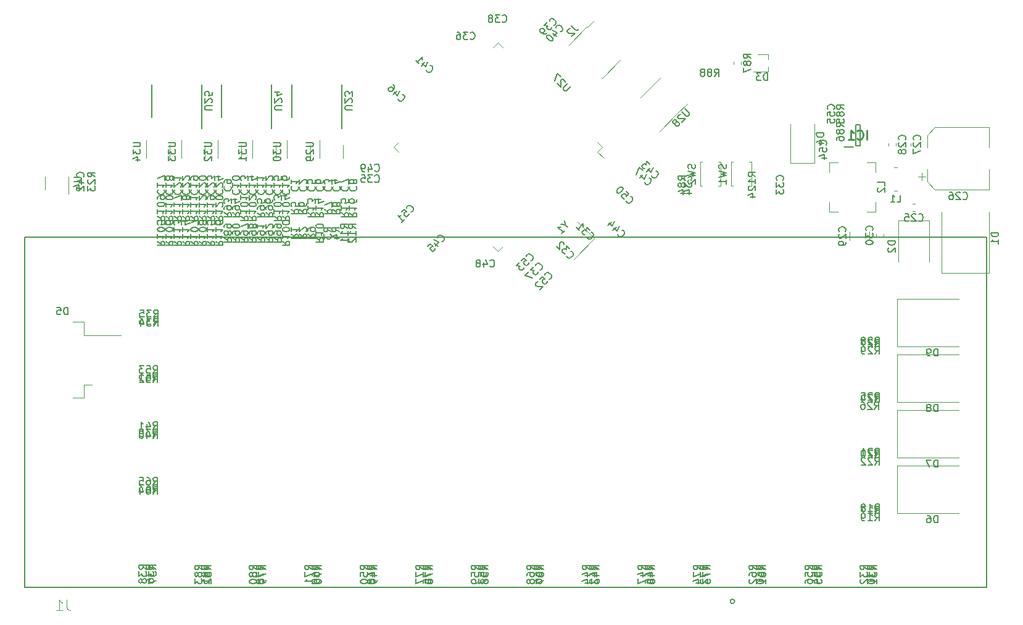
<source format=gbr>
G04 #@! TF.GenerationSoftware,KiCad,Pcbnew,(5.1.5)-3*
G04 #@! TF.CreationDate,2020-10-04T20:12:50-04:00*
G04 #@! TF.ProjectId,rusPDM,72757350-444d-42e6-9b69-6361645f7063,rev?*
G04 #@! TF.SameCoordinates,Original*
G04 #@! TF.FileFunction,Legend,Bot*
G04 #@! TF.FilePolarity,Positive*
%FSLAX46Y46*%
G04 Gerber Fmt 4.6, Leading zero omitted, Abs format (unit mm)*
G04 Created by KiCad (PCBNEW (5.1.5)-3) date 2020-10-04 20:12:50*
%MOMM*%
%LPD*%
G04 APERTURE LIST*
%ADD10C,0.120000*%
%ADD11C,0.150000*%
%ADD12C,0.200000*%
%ADD13C,0.127000*%
%ADD14C,0.254000*%
%ADD15C,0.015000*%
G04 APERTURE END LIST*
D10*
X185570000Y-15290000D02*
X186980000Y-15290000D01*
X186980000Y-17610000D02*
X184950000Y-17610000D01*
X186980000Y-17610000D02*
X186980000Y-16950000D01*
X186980000Y-15950000D02*
X186980000Y-15290000D01*
X174530193Y-23400193D02*
X172090675Y-25839712D01*
X174530193Y-23400193D02*
X175909052Y-22021335D01*
X170909807Y-19779807D02*
X169530948Y-21158665D01*
X170909807Y-19779807D02*
X172288665Y-18400948D01*
X182240000Y-16612779D02*
X182240000Y-16287221D01*
X183260000Y-16612779D02*
X183260000Y-16287221D01*
X204750000Y-55320000D02*
X213150000Y-55320000D01*
X204750000Y-48820000D02*
X213150000Y-48820000D01*
X204750000Y-48820000D02*
X204750000Y-55320000D01*
X204750000Y-62940000D02*
X213150000Y-62940000D01*
X204750000Y-56440000D02*
X213150000Y-56440000D01*
X204750000Y-56440000D02*
X204750000Y-62940000D01*
X204750000Y-70560000D02*
X213150000Y-70560000D01*
X204750000Y-64060000D02*
X213150000Y-64060000D01*
X204750000Y-64060000D02*
X204750000Y-70560000D01*
X204750000Y-78180000D02*
X213150000Y-78180000D01*
X204750000Y-71680000D02*
X213150000Y-71680000D01*
X204750000Y-71680000D02*
X204750000Y-78180000D01*
X93120000Y-60540000D02*
X94220000Y-60540000D01*
X93120000Y-62350000D02*
X93120000Y-60540000D01*
X91620000Y-62350000D02*
X93120000Y-62350000D01*
X93120000Y-53760000D02*
X98245000Y-53760000D01*
X93120000Y-51950000D02*
X93120000Y-53760000D01*
X91620000Y-51950000D02*
X93120000Y-51950000D01*
D11*
X128545000Y-25403500D02*
X128545000Y-19428500D01*
X121645000Y-23878500D02*
X121645000Y-19428500D01*
D12*
X197476500Y-27952500D02*
X198676500Y-27952500D01*
X199026500Y-24902500D02*
X199026500Y-27802500D01*
X199626500Y-24902500D02*
X199026500Y-24902500D01*
X199626500Y-27802500D02*
X199626500Y-24902500D01*
X199026500Y-27802500D02*
X199626500Y-27802500D01*
D10*
X201764500Y-30064500D02*
X201764500Y-31464500D01*
X201764500Y-36864500D02*
X201764500Y-35464500D01*
X201764500Y-30064500D02*
X200564500Y-30064500D01*
X201764500Y-36864500D02*
X200564500Y-36864500D01*
X195364500Y-36864500D02*
X196564500Y-36864500D01*
X195364500Y-36864500D02*
X195364500Y-35464500D01*
X195364500Y-30064500D02*
X195364500Y-31464500D01*
X195364500Y-30064500D02*
X196564500Y-30064500D01*
X204333500Y-30785000D02*
X204733500Y-30785000D01*
X204333500Y-33985000D02*
X204733500Y-33985000D01*
X193350000Y-30200000D02*
X193350000Y-24800000D01*
X190050000Y-30200000D02*
X190050000Y-24800000D01*
X193350000Y-30200000D02*
X190050000Y-30200000D01*
X204860000Y-38042500D02*
X204860000Y-43742500D01*
X209160000Y-38042500D02*
X209160000Y-43742500D01*
X204860000Y-38042500D02*
X209160000Y-38042500D01*
X217308500Y-45249500D02*
X217308500Y-36849500D01*
X210808500Y-45249500D02*
X210808500Y-36849500D01*
X210808500Y-45249500D02*
X217308500Y-45249500D01*
X202884500Y-39905721D02*
X202884500Y-40231279D01*
X201864500Y-39905721D02*
X201864500Y-40231279D01*
X200877000Y-39593436D02*
X200877000Y-40797564D01*
X198157000Y-39593436D02*
X198157000Y-40797564D01*
X203515500Y-27785279D02*
X203515500Y-27459721D01*
X204535500Y-27785279D02*
X204535500Y-27459721D01*
X205547500Y-27785279D02*
X205547500Y-27459721D01*
X206567500Y-27785279D02*
X206567500Y-27459721D01*
X208106000Y-32537500D02*
X208106000Y-31537500D01*
X207606000Y-32037500D02*
X208606000Y-32037500D01*
X208846000Y-26331937D02*
X209910437Y-25267500D01*
X208846000Y-32723063D02*
X209910437Y-33787500D01*
X208846000Y-32723063D02*
X208846000Y-31037500D01*
X208846000Y-26331937D02*
X208846000Y-28017500D01*
X209910437Y-25267500D02*
X217366000Y-25267500D01*
X209910437Y-33787500D02*
X217366000Y-33787500D01*
X217366000Y-33787500D02*
X217366000Y-31037500D01*
X217366000Y-25267500D02*
X217366000Y-28017500D01*
X206847221Y-35748500D02*
X207172779Y-35748500D01*
X206847221Y-36768500D02*
X207172779Y-36768500D01*
X91018000Y-31993000D02*
X91018000Y-34443000D01*
X87798000Y-33793000D02*
X87798000Y-31993000D01*
X164193485Y-18489572D02*
X164239447Y-18535534D01*
X166689572Y-15993485D02*
X166735534Y-16039447D01*
X159664466Y-13960553D02*
X159710428Y-14006515D01*
X162160553Y-11464466D02*
X162206515Y-11510428D01*
X163143431Y-10573512D02*
X162206515Y-11510428D01*
X166735534Y-16039447D02*
X164239447Y-18535534D01*
X162160553Y-11464466D02*
X159664466Y-13960553D01*
D12*
X182418000Y-90248000D02*
G75*
G03X182418000Y-90248000I-300000J0D01*
G01*
D13*
X217018000Y-88358000D02*
X85018000Y-88358000D01*
X217018000Y-40358000D02*
X217018000Y-88358000D01*
X85018000Y-40358000D02*
X217018000Y-40358000D01*
X85018000Y-88358000D02*
X85018000Y-40358000D01*
D10*
X101704500Y-29487700D02*
X101704500Y-27037700D01*
X104924500Y-27687700D02*
X104924500Y-29487700D01*
X106530500Y-29487700D02*
X106530500Y-27037700D01*
X109750500Y-27687700D02*
X109750500Y-29487700D01*
X111483500Y-29475000D02*
X111483500Y-27025000D01*
X114703500Y-27675000D02*
X114703500Y-29475000D01*
X116246000Y-29475000D02*
X116246000Y-27025000D01*
X119466000Y-27675000D02*
X119466000Y-29475000D01*
X120945000Y-29475000D02*
X120945000Y-27025000D01*
X124165000Y-27675000D02*
X124165000Y-29475000D01*
X125453500Y-29475000D02*
X125453500Y-27025000D01*
X128673500Y-27675000D02*
X128673500Y-29475000D01*
X163549448Y-28611751D02*
X164461615Y-29523919D01*
X164221199Y-27940000D02*
X163549448Y-28611751D01*
X163549448Y-27268249D02*
X164221199Y-27940000D01*
X149923500Y-13642301D02*
X149251749Y-14314052D01*
X150595251Y-14314052D02*
X149923500Y-13642301D01*
X149923500Y-42237699D02*
X150595251Y-41565948D01*
X149251749Y-41565948D02*
X149923500Y-42237699D01*
X135625801Y-27940000D02*
X136297552Y-27268249D01*
X136297552Y-28611751D02*
X135625801Y-27940000D01*
X177670000Y-33336500D02*
X177970000Y-33336500D01*
X177670000Y-30036500D02*
X177670000Y-33336500D01*
X177970000Y-30036500D02*
X177670000Y-30036500D01*
X180470000Y-33336500D02*
X180170000Y-33336500D01*
X180470000Y-30036500D02*
X180470000Y-33336500D01*
X180170000Y-30036500D02*
X180470000Y-30036500D01*
X163172440Y-40519513D02*
X160344013Y-43347940D01*
X160838987Y-38186060D02*
X163172440Y-40519513D01*
X181924500Y-33336500D02*
X182224500Y-33336500D01*
X181924500Y-30036500D02*
X181924500Y-33336500D01*
X182224500Y-30036500D02*
X181924500Y-30036500D01*
X184724500Y-33336500D02*
X184424500Y-33336500D01*
X184724500Y-30036500D02*
X184724500Y-33336500D01*
X184424500Y-30036500D02*
X184724500Y-30036500D01*
D11*
X109304500Y-25403500D02*
X109304500Y-19428500D01*
X102404500Y-23878500D02*
X102404500Y-19428500D01*
X118893000Y-25403500D02*
X118893000Y-19428500D01*
X111993000Y-23878500D02*
X111993000Y-19428500D01*
X185273880Y-32027952D02*
X184797690Y-31694619D01*
X185273880Y-31456523D02*
X184273880Y-31456523D01*
X184273880Y-31837476D01*
X184321500Y-31932714D01*
X184369119Y-31980333D01*
X184464357Y-32027952D01*
X184607214Y-32027952D01*
X184702452Y-31980333D01*
X184750071Y-31932714D01*
X184797690Y-31837476D01*
X184797690Y-31456523D01*
X185273880Y-32980333D02*
X185273880Y-32408904D01*
X185273880Y-32694619D02*
X184273880Y-32694619D01*
X184416738Y-32599380D01*
X184511976Y-32504142D01*
X184559595Y-32408904D01*
X184369119Y-33361285D02*
X184321500Y-33408904D01*
X184273880Y-33504142D01*
X184273880Y-33742238D01*
X184321500Y-33837476D01*
X184369119Y-33885095D01*
X184464357Y-33932714D01*
X184559595Y-33932714D01*
X184702452Y-33885095D01*
X185273880Y-33313666D01*
X185273880Y-33932714D01*
X184607214Y-34789857D02*
X185273880Y-34789857D01*
X184226261Y-34551761D02*
X184940547Y-34313666D01*
X184940547Y-34932714D01*
X186938095Y-18852380D02*
X186938095Y-17852380D01*
X186700000Y-17852380D01*
X186557142Y-17900000D01*
X186461904Y-17995238D01*
X186414285Y-18090476D01*
X186366666Y-18280952D01*
X186366666Y-18423809D01*
X186414285Y-18614285D01*
X186461904Y-18709523D01*
X186557142Y-18804761D01*
X186700000Y-18852380D01*
X186938095Y-18852380D01*
X186033333Y-17852380D02*
X185414285Y-17852380D01*
X185747619Y-18233333D01*
X185604761Y-18233333D01*
X185509523Y-18280952D01*
X185461904Y-18328571D01*
X185414285Y-18423809D01*
X185414285Y-18661904D01*
X185461904Y-18757142D01*
X185509523Y-18804761D01*
X185604761Y-18852380D01*
X185890476Y-18852380D01*
X185985714Y-18804761D01*
X186033333Y-18757142D01*
X175612403Y-22731472D02*
X176184823Y-23303892D01*
X176218494Y-23404907D01*
X176218494Y-23472250D01*
X176184823Y-23573266D01*
X176050136Y-23707953D01*
X175949120Y-23741624D01*
X175881777Y-23741624D01*
X175780762Y-23707953D01*
X175208342Y-23135533D01*
X174972640Y-23505922D02*
X174905296Y-23505922D01*
X174804281Y-23539594D01*
X174635922Y-23707953D01*
X174602250Y-23808968D01*
X174602250Y-23876311D01*
X174635922Y-23977327D01*
X174703266Y-24044670D01*
X174837953Y-24112014D01*
X175646075Y-24112014D01*
X175208342Y-24549746D01*
X174400220Y-24549746D02*
X174433892Y-24448731D01*
X174433892Y-24381388D01*
X174400220Y-24280372D01*
X174366548Y-24246701D01*
X174265533Y-24213029D01*
X174198189Y-24213029D01*
X174097174Y-24246701D01*
X173962487Y-24381388D01*
X173928815Y-24482403D01*
X173928815Y-24549746D01*
X173962487Y-24650762D01*
X173996159Y-24684433D01*
X174097174Y-24718105D01*
X174164518Y-24718105D01*
X174265533Y-24684433D01*
X174400220Y-24549746D01*
X174501235Y-24516075D01*
X174568579Y-24516075D01*
X174669594Y-24549746D01*
X174804281Y-24684433D01*
X174837953Y-24785449D01*
X174837953Y-24852792D01*
X174804281Y-24953807D01*
X174669594Y-25088494D01*
X174568579Y-25122166D01*
X174501235Y-25122166D01*
X174400220Y-25088494D01*
X174265533Y-24953807D01*
X174231861Y-24852792D01*
X174231861Y-24785449D01*
X174265533Y-24684433D01*
X179642857Y-18282380D02*
X179976190Y-17806190D01*
X180214285Y-18282380D02*
X180214285Y-17282380D01*
X179833333Y-17282380D01*
X179738095Y-17330000D01*
X179690476Y-17377619D01*
X179642857Y-17472857D01*
X179642857Y-17615714D01*
X179690476Y-17710952D01*
X179738095Y-17758571D01*
X179833333Y-17806190D01*
X180214285Y-17806190D01*
X179071428Y-17710952D02*
X179166666Y-17663333D01*
X179214285Y-17615714D01*
X179261904Y-17520476D01*
X179261904Y-17472857D01*
X179214285Y-17377619D01*
X179166666Y-17330000D01*
X179071428Y-17282380D01*
X178880952Y-17282380D01*
X178785714Y-17330000D01*
X178738095Y-17377619D01*
X178690476Y-17472857D01*
X178690476Y-17520476D01*
X178738095Y-17615714D01*
X178785714Y-17663333D01*
X178880952Y-17710952D01*
X179071428Y-17710952D01*
X179166666Y-17758571D01*
X179214285Y-17806190D01*
X179261904Y-17901428D01*
X179261904Y-18091904D01*
X179214285Y-18187142D01*
X179166666Y-18234761D01*
X179071428Y-18282380D01*
X178880952Y-18282380D01*
X178785714Y-18234761D01*
X178738095Y-18187142D01*
X178690476Y-18091904D01*
X178690476Y-17901428D01*
X178738095Y-17806190D01*
X178785714Y-17758571D01*
X178880952Y-17710952D01*
X178119047Y-17710952D02*
X178214285Y-17663333D01*
X178261904Y-17615714D01*
X178309523Y-17520476D01*
X178309523Y-17472857D01*
X178261904Y-17377619D01*
X178214285Y-17330000D01*
X178119047Y-17282380D01*
X177928571Y-17282380D01*
X177833333Y-17330000D01*
X177785714Y-17377619D01*
X177738095Y-17472857D01*
X177738095Y-17520476D01*
X177785714Y-17615714D01*
X177833333Y-17663333D01*
X177928571Y-17710952D01*
X178119047Y-17710952D01*
X178214285Y-17758571D01*
X178261904Y-17806190D01*
X178309523Y-17901428D01*
X178309523Y-18091904D01*
X178261904Y-18187142D01*
X178214285Y-18234761D01*
X178119047Y-18282380D01*
X177928571Y-18282380D01*
X177833333Y-18234761D01*
X177785714Y-18187142D01*
X177738095Y-18091904D01*
X177738095Y-17901428D01*
X177785714Y-17806190D01*
X177833333Y-17758571D01*
X177928571Y-17710952D01*
X184632380Y-15807142D02*
X184156190Y-15473809D01*
X184632380Y-15235714D02*
X183632380Y-15235714D01*
X183632380Y-15616666D01*
X183680000Y-15711904D01*
X183727619Y-15759523D01*
X183822857Y-15807142D01*
X183965714Y-15807142D01*
X184060952Y-15759523D01*
X184108571Y-15711904D01*
X184156190Y-15616666D01*
X184156190Y-15235714D01*
X184060952Y-16378571D02*
X184013333Y-16283333D01*
X183965714Y-16235714D01*
X183870476Y-16188095D01*
X183822857Y-16188095D01*
X183727619Y-16235714D01*
X183680000Y-16283333D01*
X183632380Y-16378571D01*
X183632380Y-16569047D01*
X183680000Y-16664285D01*
X183727619Y-16711904D01*
X183822857Y-16759523D01*
X183870476Y-16759523D01*
X183965714Y-16711904D01*
X184013333Y-16664285D01*
X184060952Y-16569047D01*
X184060952Y-16378571D01*
X184108571Y-16283333D01*
X184156190Y-16235714D01*
X184251428Y-16188095D01*
X184441904Y-16188095D01*
X184537142Y-16235714D01*
X184584761Y-16283333D01*
X184632380Y-16378571D01*
X184632380Y-16569047D01*
X184584761Y-16664285D01*
X184537142Y-16711904D01*
X184441904Y-16759523D01*
X184251428Y-16759523D01*
X184156190Y-16711904D01*
X184108571Y-16664285D01*
X184060952Y-16569047D01*
X183632380Y-17092857D02*
X183632380Y-17759523D01*
X184632380Y-17330952D01*
X210288095Y-56622380D02*
X210288095Y-55622380D01*
X210050000Y-55622380D01*
X209907142Y-55670000D01*
X209811904Y-55765238D01*
X209764285Y-55860476D01*
X209716666Y-56050952D01*
X209716666Y-56193809D01*
X209764285Y-56384285D01*
X209811904Y-56479523D01*
X209907142Y-56574761D01*
X210050000Y-56622380D01*
X210288095Y-56622380D01*
X209240476Y-56622380D02*
X209050000Y-56622380D01*
X208954761Y-56574761D01*
X208907142Y-56527142D01*
X208811904Y-56384285D01*
X208764285Y-56193809D01*
X208764285Y-55812857D01*
X208811904Y-55717619D01*
X208859523Y-55670000D01*
X208954761Y-55622380D01*
X209145238Y-55622380D01*
X209240476Y-55670000D01*
X209288095Y-55717619D01*
X209335714Y-55812857D01*
X209335714Y-56050952D01*
X209288095Y-56146190D01*
X209240476Y-56193809D01*
X209145238Y-56241428D01*
X208954761Y-56241428D01*
X208859523Y-56193809D01*
X208811904Y-56146190D01*
X208764285Y-56050952D01*
X210288095Y-64242380D02*
X210288095Y-63242380D01*
X210050000Y-63242380D01*
X209907142Y-63290000D01*
X209811904Y-63385238D01*
X209764285Y-63480476D01*
X209716666Y-63670952D01*
X209716666Y-63813809D01*
X209764285Y-64004285D01*
X209811904Y-64099523D01*
X209907142Y-64194761D01*
X210050000Y-64242380D01*
X210288095Y-64242380D01*
X209145238Y-63670952D02*
X209240476Y-63623333D01*
X209288095Y-63575714D01*
X209335714Y-63480476D01*
X209335714Y-63432857D01*
X209288095Y-63337619D01*
X209240476Y-63290000D01*
X209145238Y-63242380D01*
X208954761Y-63242380D01*
X208859523Y-63290000D01*
X208811904Y-63337619D01*
X208764285Y-63432857D01*
X208764285Y-63480476D01*
X208811904Y-63575714D01*
X208859523Y-63623333D01*
X208954761Y-63670952D01*
X209145238Y-63670952D01*
X209240476Y-63718571D01*
X209288095Y-63766190D01*
X209335714Y-63861428D01*
X209335714Y-64051904D01*
X209288095Y-64147142D01*
X209240476Y-64194761D01*
X209145238Y-64242380D01*
X208954761Y-64242380D01*
X208859523Y-64194761D01*
X208811904Y-64147142D01*
X208764285Y-64051904D01*
X208764285Y-63861428D01*
X208811904Y-63766190D01*
X208859523Y-63718571D01*
X208954761Y-63670952D01*
X210288095Y-71862380D02*
X210288095Y-70862380D01*
X210050000Y-70862380D01*
X209907142Y-70910000D01*
X209811904Y-71005238D01*
X209764285Y-71100476D01*
X209716666Y-71290952D01*
X209716666Y-71433809D01*
X209764285Y-71624285D01*
X209811904Y-71719523D01*
X209907142Y-71814761D01*
X210050000Y-71862380D01*
X210288095Y-71862380D01*
X209383333Y-70862380D02*
X208716666Y-70862380D01*
X209145238Y-71862380D01*
X210288095Y-79482380D02*
X210288095Y-78482380D01*
X210050000Y-78482380D01*
X209907142Y-78530000D01*
X209811904Y-78625238D01*
X209764285Y-78720476D01*
X209716666Y-78910952D01*
X209716666Y-79053809D01*
X209764285Y-79244285D01*
X209811904Y-79339523D01*
X209907142Y-79434761D01*
X210050000Y-79482380D01*
X210288095Y-79482380D01*
X208859523Y-78482380D02*
X209050000Y-78482380D01*
X209145238Y-78530000D01*
X209192857Y-78577619D01*
X209288095Y-78720476D01*
X209335714Y-78910952D01*
X209335714Y-79291904D01*
X209288095Y-79387142D01*
X209240476Y-79434761D01*
X209145238Y-79482380D01*
X208954761Y-79482380D01*
X208859523Y-79434761D01*
X208811904Y-79387142D01*
X208764285Y-79291904D01*
X208764285Y-79053809D01*
X208811904Y-78958571D01*
X208859523Y-78910952D01*
X208954761Y-78863333D01*
X209145238Y-78863333D01*
X209240476Y-78910952D01*
X209288095Y-78958571D01*
X209335714Y-79053809D01*
X90908095Y-50952380D02*
X90908095Y-49952380D01*
X90670000Y-49952380D01*
X90527142Y-50000000D01*
X90431904Y-50095238D01*
X90384285Y-50190476D01*
X90336666Y-50380952D01*
X90336666Y-50523809D01*
X90384285Y-50714285D01*
X90431904Y-50809523D01*
X90527142Y-50904761D01*
X90670000Y-50952380D01*
X90908095Y-50952380D01*
X89431904Y-49952380D02*
X89908095Y-49952380D01*
X89955714Y-50428571D01*
X89908095Y-50380952D01*
X89812857Y-50333333D01*
X89574761Y-50333333D01*
X89479523Y-50380952D01*
X89431904Y-50428571D01*
X89384285Y-50523809D01*
X89384285Y-50761904D01*
X89431904Y-50857142D01*
X89479523Y-50904761D01*
X89574761Y-50952380D01*
X89812857Y-50952380D01*
X89908095Y-50904761D01*
X89955714Y-50857142D01*
X129942619Y-22891595D02*
X129133095Y-22891595D01*
X129037857Y-22843976D01*
X128990238Y-22796357D01*
X128942619Y-22701119D01*
X128942619Y-22510642D01*
X128990238Y-22415404D01*
X129037857Y-22367785D01*
X129133095Y-22320166D01*
X129942619Y-22320166D01*
X129847380Y-21891595D02*
X129895000Y-21843976D01*
X129942619Y-21748738D01*
X129942619Y-21510642D01*
X129895000Y-21415404D01*
X129847380Y-21367785D01*
X129752142Y-21320166D01*
X129656904Y-21320166D01*
X129514047Y-21367785D01*
X128942619Y-21939214D01*
X128942619Y-21320166D01*
X129942619Y-20986833D02*
X129942619Y-20367785D01*
X129561666Y-20701119D01*
X129561666Y-20558261D01*
X129514047Y-20463023D01*
X129466428Y-20415404D01*
X129371190Y-20367785D01*
X129133095Y-20367785D01*
X129037857Y-20415404D01*
X128990238Y-20463023D01*
X128942619Y-20558261D01*
X128942619Y-20843976D01*
X128990238Y-20939214D01*
X129037857Y-20986833D01*
D14*
X200566261Y-26927023D02*
X200566261Y-25657023D01*
X199235785Y-26806071D02*
X199296261Y-26866547D01*
X199477690Y-26927023D01*
X199598642Y-26927023D01*
X199780071Y-26866547D01*
X199901023Y-26745595D01*
X199961500Y-26624642D01*
X200021976Y-26382738D01*
X200021976Y-26201309D01*
X199961500Y-25959404D01*
X199901023Y-25838452D01*
X199780071Y-25717500D01*
X199598642Y-25657023D01*
X199477690Y-25657023D01*
X199296261Y-25717500D01*
X199235785Y-25777976D01*
X198026261Y-26927023D02*
X198751976Y-26927023D01*
X198389119Y-26927023D02*
X198389119Y-25657023D01*
X198510071Y-25838452D01*
X198631023Y-25959404D01*
X198751976Y-26019880D01*
D11*
X197392880Y-25201642D02*
X196916690Y-24868309D01*
X197392880Y-24630214D02*
X196392880Y-24630214D01*
X196392880Y-25011166D01*
X196440500Y-25106404D01*
X196488119Y-25154023D01*
X196583357Y-25201642D01*
X196726214Y-25201642D01*
X196821452Y-25154023D01*
X196869071Y-25106404D01*
X196916690Y-25011166D01*
X196916690Y-24630214D01*
X196821452Y-25773071D02*
X196773833Y-25677833D01*
X196726214Y-25630214D01*
X196630976Y-25582595D01*
X196583357Y-25582595D01*
X196488119Y-25630214D01*
X196440500Y-25677833D01*
X196392880Y-25773071D01*
X196392880Y-25963547D01*
X196440500Y-26058785D01*
X196488119Y-26106404D01*
X196583357Y-26154023D01*
X196630976Y-26154023D01*
X196726214Y-26106404D01*
X196773833Y-26058785D01*
X196821452Y-25963547D01*
X196821452Y-25773071D01*
X196869071Y-25677833D01*
X196916690Y-25630214D01*
X197011928Y-25582595D01*
X197202404Y-25582595D01*
X197297642Y-25630214D01*
X197345261Y-25677833D01*
X197392880Y-25773071D01*
X197392880Y-25963547D01*
X197345261Y-26058785D01*
X197297642Y-26106404D01*
X197202404Y-26154023D01*
X197011928Y-26154023D01*
X196916690Y-26106404D01*
X196869071Y-26058785D01*
X196821452Y-25963547D01*
X196392880Y-27011166D02*
X196392880Y-26820690D01*
X196440500Y-26725452D01*
X196488119Y-26677833D01*
X196630976Y-26582595D01*
X196821452Y-26534976D01*
X197202404Y-26534976D01*
X197297642Y-26582595D01*
X197345261Y-26630214D01*
X197392880Y-26725452D01*
X197392880Y-26915928D01*
X197345261Y-27011166D01*
X197297642Y-27058785D01*
X197202404Y-27106404D01*
X196964309Y-27106404D01*
X196869071Y-27058785D01*
X196821452Y-27011166D01*
X196773833Y-26915928D01*
X196773833Y-26725452D01*
X196821452Y-26630214D01*
X196869071Y-26582595D01*
X196964309Y-26534976D01*
X197392880Y-22788642D02*
X196916690Y-22455309D01*
X197392880Y-22217214D02*
X196392880Y-22217214D01*
X196392880Y-22598166D01*
X196440500Y-22693404D01*
X196488119Y-22741023D01*
X196583357Y-22788642D01*
X196726214Y-22788642D01*
X196821452Y-22741023D01*
X196869071Y-22693404D01*
X196916690Y-22598166D01*
X196916690Y-22217214D01*
X196821452Y-23360071D02*
X196773833Y-23264833D01*
X196726214Y-23217214D01*
X196630976Y-23169595D01*
X196583357Y-23169595D01*
X196488119Y-23217214D01*
X196440500Y-23264833D01*
X196392880Y-23360071D01*
X196392880Y-23550547D01*
X196440500Y-23645785D01*
X196488119Y-23693404D01*
X196583357Y-23741023D01*
X196630976Y-23741023D01*
X196726214Y-23693404D01*
X196773833Y-23645785D01*
X196821452Y-23550547D01*
X196821452Y-23360071D01*
X196869071Y-23264833D01*
X196916690Y-23217214D01*
X197011928Y-23169595D01*
X197202404Y-23169595D01*
X197297642Y-23217214D01*
X197345261Y-23264833D01*
X197392880Y-23360071D01*
X197392880Y-23550547D01*
X197345261Y-23645785D01*
X197297642Y-23693404D01*
X197202404Y-23741023D01*
X197011928Y-23741023D01*
X196916690Y-23693404D01*
X196869071Y-23645785D01*
X196821452Y-23550547D01*
X196392880Y-24645785D02*
X196392880Y-24169595D01*
X196869071Y-24121976D01*
X196821452Y-24169595D01*
X196773833Y-24264833D01*
X196773833Y-24502928D01*
X196821452Y-24598166D01*
X196869071Y-24645785D01*
X196964309Y-24693404D01*
X197202404Y-24693404D01*
X197297642Y-24645785D01*
X197345261Y-24598166D01*
X197392880Y-24502928D01*
X197392880Y-24264833D01*
X197345261Y-24169595D01*
X197297642Y-24121976D01*
X203016880Y-33297833D02*
X203016880Y-32821642D01*
X202016880Y-32821642D01*
X202112119Y-33583547D02*
X202064500Y-33631166D01*
X202016880Y-33726404D01*
X202016880Y-33964500D01*
X202064500Y-34059738D01*
X202112119Y-34107357D01*
X202207357Y-34154976D01*
X202302595Y-34154976D01*
X202445452Y-34107357D01*
X203016880Y-33535928D01*
X203016880Y-34154976D01*
X204700166Y-35537380D02*
X205176357Y-35537380D01*
X205176357Y-34537380D01*
X203843023Y-35537380D02*
X204414452Y-35537380D01*
X204128738Y-35537380D02*
X204128738Y-34537380D01*
X204223976Y-34680238D01*
X204319214Y-34775476D01*
X204414452Y-34823095D01*
X194652380Y-26061904D02*
X193652380Y-26061904D01*
X193652380Y-26300000D01*
X193700000Y-26442857D01*
X193795238Y-26538095D01*
X193890476Y-26585714D01*
X194080952Y-26633333D01*
X194223809Y-26633333D01*
X194414285Y-26585714D01*
X194509523Y-26538095D01*
X194604761Y-26442857D01*
X194652380Y-26300000D01*
X194652380Y-26061904D01*
X193985714Y-27490476D02*
X194652380Y-27490476D01*
X193604761Y-27252380D02*
X194319047Y-27014285D01*
X194319047Y-27633333D01*
X204462380Y-40854404D02*
X203462380Y-40854404D01*
X203462380Y-41092500D01*
X203510000Y-41235357D01*
X203605238Y-41330595D01*
X203700476Y-41378214D01*
X203890952Y-41425833D01*
X204033809Y-41425833D01*
X204224285Y-41378214D01*
X204319523Y-41330595D01*
X204414761Y-41235357D01*
X204462380Y-41092500D01*
X204462380Y-40854404D01*
X203557619Y-41806785D02*
X203510000Y-41854404D01*
X203462380Y-41949642D01*
X203462380Y-42187738D01*
X203510000Y-42282976D01*
X203557619Y-42330595D01*
X203652857Y-42378214D01*
X203748095Y-42378214D01*
X203890952Y-42330595D01*
X204462380Y-41759166D01*
X204462380Y-42378214D01*
X218610880Y-39711404D02*
X217610880Y-39711404D01*
X217610880Y-39949500D01*
X217658500Y-40092357D01*
X217753738Y-40187595D01*
X217848976Y-40235214D01*
X218039452Y-40282833D01*
X218182309Y-40282833D01*
X218372785Y-40235214D01*
X218468023Y-40187595D01*
X218563261Y-40092357D01*
X218610880Y-39949500D01*
X218610880Y-39711404D01*
X218610880Y-41235214D02*
X218610880Y-40663785D01*
X218610880Y-40949500D02*
X217610880Y-40949500D01*
X217753738Y-40854261D01*
X217848976Y-40759023D01*
X217896595Y-40663785D01*
X196027642Y-22788642D02*
X196075261Y-22741023D01*
X196122880Y-22598166D01*
X196122880Y-22502928D01*
X196075261Y-22360071D01*
X195980023Y-22264833D01*
X195884785Y-22217214D01*
X195694309Y-22169595D01*
X195551452Y-22169595D01*
X195360976Y-22217214D01*
X195265738Y-22264833D01*
X195170500Y-22360071D01*
X195122880Y-22502928D01*
X195122880Y-22598166D01*
X195170500Y-22741023D01*
X195218119Y-22788642D01*
X195122880Y-23693404D02*
X195122880Y-23217214D01*
X195599071Y-23169595D01*
X195551452Y-23217214D01*
X195503833Y-23312452D01*
X195503833Y-23550547D01*
X195551452Y-23645785D01*
X195599071Y-23693404D01*
X195694309Y-23741023D01*
X195932404Y-23741023D01*
X196027642Y-23693404D01*
X196075261Y-23645785D01*
X196122880Y-23550547D01*
X196122880Y-23312452D01*
X196075261Y-23217214D01*
X196027642Y-23169595D01*
X195122880Y-24645785D02*
X195122880Y-24169595D01*
X195599071Y-24121976D01*
X195551452Y-24169595D01*
X195503833Y-24264833D01*
X195503833Y-24502928D01*
X195551452Y-24598166D01*
X195599071Y-24645785D01*
X195694309Y-24693404D01*
X195932404Y-24693404D01*
X196027642Y-24645785D01*
X196075261Y-24598166D01*
X196122880Y-24502928D01*
X196122880Y-24264833D01*
X196075261Y-24169595D01*
X196027642Y-24121976D01*
X194957642Y-27678142D02*
X195005261Y-27630523D01*
X195052880Y-27487666D01*
X195052880Y-27392428D01*
X195005261Y-27249571D01*
X194910023Y-27154333D01*
X194814785Y-27106714D01*
X194624309Y-27059095D01*
X194481452Y-27059095D01*
X194290976Y-27106714D01*
X194195738Y-27154333D01*
X194100500Y-27249571D01*
X194052880Y-27392428D01*
X194052880Y-27487666D01*
X194100500Y-27630523D01*
X194148119Y-27678142D01*
X194052880Y-28582904D02*
X194052880Y-28106714D01*
X194529071Y-28059095D01*
X194481452Y-28106714D01*
X194433833Y-28201952D01*
X194433833Y-28440047D01*
X194481452Y-28535285D01*
X194529071Y-28582904D01*
X194624309Y-28630523D01*
X194862404Y-28630523D01*
X194957642Y-28582904D01*
X195005261Y-28535285D01*
X195052880Y-28440047D01*
X195052880Y-28201952D01*
X195005261Y-28106714D01*
X194957642Y-28059095D01*
X194386214Y-29487666D02*
X195052880Y-29487666D01*
X194005261Y-29249571D02*
X194719547Y-29011476D01*
X194719547Y-29630523D01*
X201301642Y-39425642D02*
X201349261Y-39378023D01*
X201396880Y-39235166D01*
X201396880Y-39139928D01*
X201349261Y-38997071D01*
X201254023Y-38901833D01*
X201158785Y-38854214D01*
X200968309Y-38806595D01*
X200825452Y-38806595D01*
X200634976Y-38854214D01*
X200539738Y-38901833D01*
X200444500Y-38997071D01*
X200396880Y-39139928D01*
X200396880Y-39235166D01*
X200444500Y-39378023D01*
X200492119Y-39425642D01*
X200396880Y-39758976D02*
X200396880Y-40378023D01*
X200777833Y-40044690D01*
X200777833Y-40187547D01*
X200825452Y-40282785D01*
X200873071Y-40330404D01*
X200968309Y-40378023D01*
X201206404Y-40378023D01*
X201301642Y-40330404D01*
X201349261Y-40282785D01*
X201396880Y-40187547D01*
X201396880Y-39901833D01*
X201349261Y-39806595D01*
X201301642Y-39758976D01*
X200396880Y-40997071D02*
X200396880Y-41092309D01*
X200444500Y-41187547D01*
X200492119Y-41235166D01*
X200587357Y-41282785D01*
X200777833Y-41330404D01*
X201015928Y-41330404D01*
X201206404Y-41282785D01*
X201301642Y-41235166D01*
X201349261Y-41187547D01*
X201396880Y-41092309D01*
X201396880Y-40997071D01*
X201349261Y-40901833D01*
X201301642Y-40854214D01*
X201206404Y-40806595D01*
X201015928Y-40758976D01*
X200777833Y-40758976D01*
X200587357Y-40806595D01*
X200492119Y-40854214D01*
X200444500Y-40901833D01*
X200396880Y-40997071D01*
X197594142Y-39552642D02*
X197641761Y-39505023D01*
X197689380Y-39362166D01*
X197689380Y-39266928D01*
X197641761Y-39124071D01*
X197546523Y-39028833D01*
X197451285Y-38981214D01*
X197260809Y-38933595D01*
X197117952Y-38933595D01*
X196927476Y-38981214D01*
X196832238Y-39028833D01*
X196737000Y-39124071D01*
X196689380Y-39266928D01*
X196689380Y-39362166D01*
X196737000Y-39505023D01*
X196784619Y-39552642D01*
X196784619Y-39933595D02*
X196737000Y-39981214D01*
X196689380Y-40076452D01*
X196689380Y-40314547D01*
X196737000Y-40409785D01*
X196784619Y-40457404D01*
X196879857Y-40505023D01*
X196975095Y-40505023D01*
X197117952Y-40457404D01*
X197689380Y-39885976D01*
X197689380Y-40505023D01*
X197689380Y-40981214D02*
X197689380Y-41171690D01*
X197641761Y-41266928D01*
X197594142Y-41314547D01*
X197451285Y-41409785D01*
X197260809Y-41457404D01*
X196879857Y-41457404D01*
X196784619Y-41409785D01*
X196737000Y-41362166D01*
X196689380Y-41266928D01*
X196689380Y-41076452D01*
X196737000Y-40981214D01*
X196784619Y-40933595D01*
X196879857Y-40885976D01*
X197117952Y-40885976D01*
X197213190Y-40933595D01*
X197260809Y-40981214D01*
X197308428Y-41076452D01*
X197308428Y-41266928D01*
X197260809Y-41362166D01*
X197213190Y-41409785D01*
X197117952Y-41457404D01*
X205812642Y-26979642D02*
X205860261Y-26932023D01*
X205907880Y-26789166D01*
X205907880Y-26693928D01*
X205860261Y-26551071D01*
X205765023Y-26455833D01*
X205669785Y-26408214D01*
X205479309Y-26360595D01*
X205336452Y-26360595D01*
X205145976Y-26408214D01*
X205050738Y-26455833D01*
X204955500Y-26551071D01*
X204907880Y-26693928D01*
X204907880Y-26789166D01*
X204955500Y-26932023D01*
X205003119Y-26979642D01*
X205003119Y-27360595D02*
X204955500Y-27408214D01*
X204907880Y-27503452D01*
X204907880Y-27741547D01*
X204955500Y-27836785D01*
X205003119Y-27884404D01*
X205098357Y-27932023D01*
X205193595Y-27932023D01*
X205336452Y-27884404D01*
X205907880Y-27312976D01*
X205907880Y-27932023D01*
X205336452Y-28503452D02*
X205288833Y-28408214D01*
X205241214Y-28360595D01*
X205145976Y-28312976D01*
X205098357Y-28312976D01*
X205003119Y-28360595D01*
X204955500Y-28408214D01*
X204907880Y-28503452D01*
X204907880Y-28693928D01*
X204955500Y-28789166D01*
X205003119Y-28836785D01*
X205098357Y-28884404D01*
X205145976Y-28884404D01*
X205241214Y-28836785D01*
X205288833Y-28789166D01*
X205336452Y-28693928D01*
X205336452Y-28503452D01*
X205384071Y-28408214D01*
X205431690Y-28360595D01*
X205526928Y-28312976D01*
X205717404Y-28312976D01*
X205812642Y-28360595D01*
X205860261Y-28408214D01*
X205907880Y-28503452D01*
X205907880Y-28693928D01*
X205860261Y-28789166D01*
X205812642Y-28836785D01*
X205717404Y-28884404D01*
X205526928Y-28884404D01*
X205431690Y-28836785D01*
X205384071Y-28789166D01*
X205336452Y-28693928D01*
X207844642Y-26979642D02*
X207892261Y-26932023D01*
X207939880Y-26789166D01*
X207939880Y-26693928D01*
X207892261Y-26551071D01*
X207797023Y-26455833D01*
X207701785Y-26408214D01*
X207511309Y-26360595D01*
X207368452Y-26360595D01*
X207177976Y-26408214D01*
X207082738Y-26455833D01*
X206987500Y-26551071D01*
X206939880Y-26693928D01*
X206939880Y-26789166D01*
X206987500Y-26932023D01*
X207035119Y-26979642D01*
X207035119Y-27360595D02*
X206987500Y-27408214D01*
X206939880Y-27503452D01*
X206939880Y-27741547D01*
X206987500Y-27836785D01*
X207035119Y-27884404D01*
X207130357Y-27932023D01*
X207225595Y-27932023D01*
X207368452Y-27884404D01*
X207939880Y-27312976D01*
X207939880Y-27932023D01*
X206939880Y-28265357D02*
X206939880Y-28932023D01*
X207939880Y-28503452D01*
X213748857Y-35084642D02*
X213796476Y-35132261D01*
X213939333Y-35179880D01*
X214034571Y-35179880D01*
X214177428Y-35132261D01*
X214272666Y-35037023D01*
X214320285Y-34941785D01*
X214367904Y-34751309D01*
X214367904Y-34608452D01*
X214320285Y-34417976D01*
X214272666Y-34322738D01*
X214177428Y-34227500D01*
X214034571Y-34179880D01*
X213939333Y-34179880D01*
X213796476Y-34227500D01*
X213748857Y-34275119D01*
X213367904Y-34275119D02*
X213320285Y-34227500D01*
X213225047Y-34179880D01*
X212986952Y-34179880D01*
X212891714Y-34227500D01*
X212844095Y-34275119D01*
X212796476Y-34370357D01*
X212796476Y-34465595D01*
X212844095Y-34608452D01*
X213415523Y-35179880D01*
X212796476Y-35179880D01*
X211939333Y-34179880D02*
X212129809Y-34179880D01*
X212225047Y-34227500D01*
X212272666Y-34275119D01*
X212367904Y-34417976D01*
X212415523Y-34608452D01*
X212415523Y-34989404D01*
X212367904Y-35084642D01*
X212320285Y-35132261D01*
X212225047Y-35179880D01*
X212034571Y-35179880D01*
X211939333Y-35132261D01*
X211891714Y-35084642D01*
X211844095Y-34989404D01*
X211844095Y-34751309D01*
X211891714Y-34656071D01*
X211939333Y-34608452D01*
X212034571Y-34560833D01*
X212225047Y-34560833D01*
X212320285Y-34608452D01*
X212367904Y-34656071D01*
X212415523Y-34751309D01*
X207652857Y-38045642D02*
X207700476Y-38093261D01*
X207843333Y-38140880D01*
X207938571Y-38140880D01*
X208081428Y-38093261D01*
X208176666Y-37998023D01*
X208224285Y-37902785D01*
X208271904Y-37712309D01*
X208271904Y-37569452D01*
X208224285Y-37378976D01*
X208176666Y-37283738D01*
X208081428Y-37188500D01*
X207938571Y-37140880D01*
X207843333Y-37140880D01*
X207700476Y-37188500D01*
X207652857Y-37236119D01*
X207271904Y-37236119D02*
X207224285Y-37188500D01*
X207129047Y-37140880D01*
X206890952Y-37140880D01*
X206795714Y-37188500D01*
X206748095Y-37236119D01*
X206700476Y-37331357D01*
X206700476Y-37426595D01*
X206748095Y-37569452D01*
X207319523Y-38140880D01*
X206700476Y-38140880D01*
X205795714Y-37140880D02*
X206271904Y-37140880D01*
X206319523Y-37617071D01*
X206271904Y-37569452D01*
X206176666Y-37521833D01*
X205938571Y-37521833D01*
X205843333Y-37569452D01*
X205795714Y-37617071D01*
X205748095Y-37712309D01*
X205748095Y-37950404D01*
X205795714Y-38045642D01*
X205843333Y-38093261D01*
X205938571Y-38140880D01*
X206176666Y-38140880D01*
X206271904Y-38093261D01*
X206319523Y-38045642D01*
X91760380Y-32131095D02*
X92569904Y-32131095D01*
X92665142Y-32178714D01*
X92712761Y-32226333D01*
X92760380Y-32321571D01*
X92760380Y-32512047D01*
X92712761Y-32607285D01*
X92665142Y-32654904D01*
X92569904Y-32702523D01*
X91760380Y-32702523D01*
X92093714Y-33607285D02*
X92760380Y-33607285D01*
X91712761Y-33369190D02*
X92427047Y-33131095D01*
X92427047Y-33750142D01*
X94659380Y-32059642D02*
X94183190Y-31726309D01*
X94659380Y-31488214D02*
X93659380Y-31488214D01*
X93659380Y-31869166D01*
X93707000Y-31964404D01*
X93754619Y-32012023D01*
X93849857Y-32059642D01*
X93992714Y-32059642D01*
X94087952Y-32012023D01*
X94135571Y-31964404D01*
X94183190Y-31869166D01*
X94183190Y-31488214D01*
X93754619Y-32440595D02*
X93707000Y-32488214D01*
X93659380Y-32583452D01*
X93659380Y-32821547D01*
X93707000Y-32916785D01*
X93754619Y-32964404D01*
X93849857Y-33012023D01*
X93945095Y-33012023D01*
X94087952Y-32964404D01*
X94659380Y-32392976D01*
X94659380Y-33012023D01*
X93659380Y-33345357D02*
X93659380Y-33964404D01*
X94040333Y-33631071D01*
X94040333Y-33773928D01*
X94087952Y-33869166D01*
X94135571Y-33916785D01*
X94230809Y-33964404D01*
X94468904Y-33964404D01*
X94564142Y-33916785D01*
X94611761Y-33869166D01*
X94659380Y-33773928D01*
X94659380Y-33488214D01*
X94611761Y-33392976D01*
X94564142Y-33345357D01*
X160053880Y-11382475D02*
X160558956Y-11887551D01*
X160693643Y-11954895D01*
X160828330Y-11954895D01*
X160963017Y-11887551D01*
X161030360Y-11820208D01*
X159818177Y-11752864D02*
X159750834Y-11752864D01*
X159649819Y-11786536D01*
X159481460Y-11954895D01*
X159447788Y-12055910D01*
X159447788Y-12123254D01*
X159481460Y-12224269D01*
X159548803Y-12291612D01*
X159683490Y-12358956D01*
X160491612Y-12358956D01*
X160053880Y-12796689D01*
X93040142Y-32059642D02*
X93087761Y-32012023D01*
X93135380Y-31869166D01*
X93135380Y-31773928D01*
X93087761Y-31631071D01*
X92992523Y-31535833D01*
X92897285Y-31488214D01*
X92706809Y-31440595D01*
X92563952Y-31440595D01*
X92373476Y-31488214D01*
X92278238Y-31535833D01*
X92183000Y-31631071D01*
X92135380Y-31773928D01*
X92135380Y-31869166D01*
X92183000Y-32012023D01*
X92230619Y-32059642D01*
X92468714Y-32916785D02*
X93135380Y-32916785D01*
X92087761Y-32678690D02*
X92802047Y-32440595D01*
X92802047Y-33059642D01*
X92230619Y-33392976D02*
X92183000Y-33440595D01*
X92135380Y-33535833D01*
X92135380Y-33773928D01*
X92183000Y-33869166D01*
X92230619Y-33916785D01*
X92325857Y-33964404D01*
X92421095Y-33964404D01*
X92563952Y-33916785D01*
X93135380Y-33345357D01*
X93135380Y-33964404D01*
X163547380Y-85907642D02*
X163071190Y-85574309D01*
X163547380Y-85336214D02*
X162547380Y-85336214D01*
X162547380Y-85717166D01*
X162595000Y-85812404D01*
X162642619Y-85860023D01*
X162737857Y-85907642D01*
X162880714Y-85907642D01*
X162975952Y-85860023D01*
X163023571Y-85812404D01*
X163071190Y-85717166D01*
X163071190Y-85336214D01*
X162880714Y-86764785D02*
X163547380Y-86764785D01*
X162499761Y-86526690D02*
X163214047Y-86288595D01*
X163214047Y-86907642D01*
X162642619Y-87240976D02*
X162595000Y-87288595D01*
X162547380Y-87383833D01*
X162547380Y-87621928D01*
X162595000Y-87717166D01*
X162642619Y-87764785D01*
X162737857Y-87812404D01*
X162833095Y-87812404D01*
X162975952Y-87764785D01*
X163547380Y-87193357D01*
X163547380Y-87812404D01*
D15*
X90742933Y-90052609D02*
X90742933Y-91053234D01*
X90809641Y-91253358D01*
X90943057Y-91386775D01*
X91143182Y-91453483D01*
X91276599Y-91453483D01*
X89342059Y-91453483D02*
X90142558Y-91453483D01*
X89742308Y-91453483D02*
X89742308Y-90052609D01*
X89875725Y-90252734D01*
X90009141Y-90386151D01*
X90142558Y-90452859D01*
D11*
X99866880Y-27349604D02*
X100676404Y-27349604D01*
X100771642Y-27397223D01*
X100819261Y-27444842D01*
X100866880Y-27540080D01*
X100866880Y-27730557D01*
X100819261Y-27825795D01*
X100771642Y-27873414D01*
X100676404Y-27921033D01*
X99866880Y-27921033D01*
X99866880Y-28301985D02*
X99866880Y-28921033D01*
X100247833Y-28587700D01*
X100247833Y-28730557D01*
X100295452Y-28825795D01*
X100343071Y-28873414D01*
X100438309Y-28921033D01*
X100676404Y-28921033D01*
X100771642Y-28873414D01*
X100819261Y-28825795D01*
X100866880Y-28730557D01*
X100866880Y-28444842D01*
X100819261Y-28349604D01*
X100771642Y-28301985D01*
X100200214Y-29778176D02*
X100866880Y-29778176D01*
X99819261Y-29540080D02*
X100533547Y-29301985D01*
X100533547Y-29921033D01*
X104692880Y-27349604D02*
X105502404Y-27349604D01*
X105597642Y-27397223D01*
X105645261Y-27444842D01*
X105692880Y-27540080D01*
X105692880Y-27730557D01*
X105645261Y-27825795D01*
X105597642Y-27873414D01*
X105502404Y-27921033D01*
X104692880Y-27921033D01*
X104692880Y-28301985D02*
X104692880Y-28921033D01*
X105073833Y-28587700D01*
X105073833Y-28730557D01*
X105121452Y-28825795D01*
X105169071Y-28873414D01*
X105264309Y-28921033D01*
X105502404Y-28921033D01*
X105597642Y-28873414D01*
X105645261Y-28825795D01*
X105692880Y-28730557D01*
X105692880Y-28444842D01*
X105645261Y-28349604D01*
X105597642Y-28301985D01*
X104692880Y-29254366D02*
X104692880Y-29873414D01*
X105073833Y-29540080D01*
X105073833Y-29682938D01*
X105121452Y-29778176D01*
X105169071Y-29825795D01*
X105264309Y-29873414D01*
X105502404Y-29873414D01*
X105597642Y-29825795D01*
X105645261Y-29778176D01*
X105692880Y-29682938D01*
X105692880Y-29397223D01*
X105645261Y-29301985D01*
X105597642Y-29254366D01*
X109645880Y-27336904D02*
X110455404Y-27336904D01*
X110550642Y-27384523D01*
X110598261Y-27432142D01*
X110645880Y-27527380D01*
X110645880Y-27717857D01*
X110598261Y-27813095D01*
X110550642Y-27860714D01*
X110455404Y-27908333D01*
X109645880Y-27908333D01*
X109645880Y-28289285D02*
X109645880Y-28908333D01*
X110026833Y-28575000D01*
X110026833Y-28717857D01*
X110074452Y-28813095D01*
X110122071Y-28860714D01*
X110217309Y-28908333D01*
X110455404Y-28908333D01*
X110550642Y-28860714D01*
X110598261Y-28813095D01*
X110645880Y-28717857D01*
X110645880Y-28432142D01*
X110598261Y-28336904D01*
X110550642Y-28289285D01*
X109741119Y-29289285D02*
X109693500Y-29336904D01*
X109645880Y-29432142D01*
X109645880Y-29670238D01*
X109693500Y-29765476D01*
X109741119Y-29813095D01*
X109836357Y-29860714D01*
X109931595Y-29860714D01*
X110074452Y-29813095D01*
X110645880Y-29241666D01*
X110645880Y-29860714D01*
X114408380Y-27336904D02*
X115217904Y-27336904D01*
X115313142Y-27384523D01*
X115360761Y-27432142D01*
X115408380Y-27527380D01*
X115408380Y-27717857D01*
X115360761Y-27813095D01*
X115313142Y-27860714D01*
X115217904Y-27908333D01*
X114408380Y-27908333D01*
X114408380Y-28289285D02*
X114408380Y-28908333D01*
X114789333Y-28575000D01*
X114789333Y-28717857D01*
X114836952Y-28813095D01*
X114884571Y-28860714D01*
X114979809Y-28908333D01*
X115217904Y-28908333D01*
X115313142Y-28860714D01*
X115360761Y-28813095D01*
X115408380Y-28717857D01*
X115408380Y-28432142D01*
X115360761Y-28336904D01*
X115313142Y-28289285D01*
X115408380Y-29860714D02*
X115408380Y-29289285D01*
X115408380Y-29575000D02*
X114408380Y-29575000D01*
X114551238Y-29479761D01*
X114646476Y-29384523D01*
X114694095Y-29289285D01*
X119107380Y-27336904D02*
X119916904Y-27336904D01*
X120012142Y-27384523D01*
X120059761Y-27432142D01*
X120107380Y-27527380D01*
X120107380Y-27717857D01*
X120059761Y-27813095D01*
X120012142Y-27860714D01*
X119916904Y-27908333D01*
X119107380Y-27908333D01*
X119107380Y-28289285D02*
X119107380Y-28908333D01*
X119488333Y-28575000D01*
X119488333Y-28717857D01*
X119535952Y-28813095D01*
X119583571Y-28860714D01*
X119678809Y-28908333D01*
X119916904Y-28908333D01*
X120012142Y-28860714D01*
X120059761Y-28813095D01*
X120107380Y-28717857D01*
X120107380Y-28432142D01*
X120059761Y-28336904D01*
X120012142Y-28289285D01*
X119107380Y-29527380D02*
X119107380Y-29622619D01*
X119155000Y-29717857D01*
X119202619Y-29765476D01*
X119297857Y-29813095D01*
X119488333Y-29860714D01*
X119726428Y-29860714D01*
X119916904Y-29813095D01*
X120012142Y-29765476D01*
X120059761Y-29717857D01*
X120107380Y-29622619D01*
X120107380Y-29527380D01*
X120059761Y-29432142D01*
X120012142Y-29384523D01*
X119916904Y-29336904D01*
X119726428Y-29289285D01*
X119488333Y-29289285D01*
X119297857Y-29336904D01*
X119202619Y-29384523D01*
X119155000Y-29432142D01*
X119107380Y-29527380D01*
X123615880Y-27336904D02*
X124425404Y-27336904D01*
X124520642Y-27384523D01*
X124568261Y-27432142D01*
X124615880Y-27527380D01*
X124615880Y-27717857D01*
X124568261Y-27813095D01*
X124520642Y-27860714D01*
X124425404Y-27908333D01*
X123615880Y-27908333D01*
X123711119Y-28336904D02*
X123663500Y-28384523D01*
X123615880Y-28479761D01*
X123615880Y-28717857D01*
X123663500Y-28813095D01*
X123711119Y-28860714D01*
X123806357Y-28908333D01*
X123901595Y-28908333D01*
X124044452Y-28860714D01*
X124615880Y-28289285D01*
X124615880Y-28908333D01*
X124615880Y-29384523D02*
X124615880Y-29575000D01*
X124568261Y-29670238D01*
X124520642Y-29717857D01*
X124377785Y-29813095D01*
X124187309Y-29860714D01*
X123806357Y-29860714D01*
X123711119Y-29813095D01*
X123663500Y-29765476D01*
X123615880Y-29670238D01*
X123615880Y-29479761D01*
X123663500Y-29384523D01*
X123711119Y-29336904D01*
X123806357Y-29289285D01*
X124044452Y-29289285D01*
X124139690Y-29336904D01*
X124187309Y-29384523D01*
X124234928Y-29479761D01*
X124234928Y-29670238D01*
X124187309Y-29765476D01*
X124139690Y-29813095D01*
X124044452Y-29860714D01*
X156190880Y-85907642D02*
X155714690Y-85574309D01*
X156190880Y-85336214D02*
X155190880Y-85336214D01*
X155190880Y-85717166D01*
X155238500Y-85812404D01*
X155286119Y-85860023D01*
X155381357Y-85907642D01*
X155524214Y-85907642D01*
X155619452Y-85860023D01*
X155667071Y-85812404D01*
X155714690Y-85717166D01*
X155714690Y-85336214D01*
X155190880Y-86764785D02*
X155190880Y-86574309D01*
X155238500Y-86479071D01*
X155286119Y-86431452D01*
X155428976Y-86336214D01*
X155619452Y-86288595D01*
X156000404Y-86288595D01*
X156095642Y-86336214D01*
X156143261Y-86383833D01*
X156190880Y-86479071D01*
X156190880Y-86669547D01*
X156143261Y-86764785D01*
X156095642Y-86812404D01*
X156000404Y-86860023D01*
X155762309Y-86860023D01*
X155667071Y-86812404D01*
X155619452Y-86764785D01*
X155571833Y-86669547D01*
X155571833Y-86479071D01*
X155619452Y-86383833D01*
X155667071Y-86336214D01*
X155762309Y-86288595D01*
X155190880Y-87193357D02*
X155190880Y-87860023D01*
X156190880Y-87431452D01*
X201620357Y-63915880D02*
X201953690Y-63439690D01*
X202191785Y-63915880D02*
X202191785Y-62915880D01*
X201810833Y-62915880D01*
X201715595Y-62963500D01*
X201667976Y-63011119D01*
X201620357Y-63106357D01*
X201620357Y-63249214D01*
X201667976Y-63344452D01*
X201715595Y-63392071D01*
X201810833Y-63439690D01*
X202191785Y-63439690D01*
X201239404Y-63011119D02*
X201191785Y-62963500D01*
X201096547Y-62915880D01*
X200858452Y-62915880D01*
X200763214Y-62963500D01*
X200715595Y-63011119D01*
X200667976Y-63106357D01*
X200667976Y-63201595D01*
X200715595Y-63344452D01*
X201287023Y-63915880D01*
X200667976Y-63915880D01*
X199810833Y-62915880D02*
X200001309Y-62915880D01*
X200096547Y-62963500D01*
X200144166Y-63011119D01*
X200239404Y-63153976D01*
X200287023Y-63344452D01*
X200287023Y-63725404D01*
X200239404Y-63820642D01*
X200191785Y-63868261D01*
X200096547Y-63915880D01*
X199906071Y-63915880D01*
X199810833Y-63868261D01*
X199763214Y-63820642D01*
X199715595Y-63725404D01*
X199715595Y-63487309D01*
X199763214Y-63392071D01*
X199810833Y-63344452D01*
X199906071Y-63296833D01*
X200096547Y-63296833D01*
X200191785Y-63344452D01*
X200239404Y-63392071D01*
X200287023Y-63487309D01*
X154438791Y-43547654D02*
X154506135Y-43547654D01*
X154640822Y-43480310D01*
X154708165Y-43412967D01*
X154775509Y-43278280D01*
X154775509Y-43143593D01*
X154741837Y-43042578D01*
X154640822Y-42874219D01*
X154539807Y-42773204D01*
X154371448Y-42672188D01*
X154270433Y-42638517D01*
X154135746Y-42638517D01*
X154001059Y-42705860D01*
X153933715Y-42773204D01*
X153866372Y-42907891D01*
X153866372Y-42975234D01*
X153159265Y-43547654D02*
X153495982Y-43210936D01*
X153866372Y-43513982D01*
X153799028Y-43513982D01*
X153698013Y-43547654D01*
X153529654Y-43716013D01*
X153495982Y-43817028D01*
X153495982Y-43884372D01*
X153529654Y-43985387D01*
X153698013Y-44153746D01*
X153799028Y-44187417D01*
X153866372Y-44187417D01*
X153967387Y-44153746D01*
X154135746Y-43985387D01*
X154169417Y-43884372D01*
X154169417Y-43817028D01*
X152889891Y-43817028D02*
X152452158Y-44254761D01*
X152957234Y-44288433D01*
X152856219Y-44389448D01*
X152822547Y-44490463D01*
X152822547Y-44557807D01*
X152856219Y-44658822D01*
X153024578Y-44827181D01*
X153125593Y-44860852D01*
X153192936Y-44860852D01*
X153293952Y-44827181D01*
X153495982Y-44625150D01*
X153529654Y-44524135D01*
X153529654Y-44456791D01*
X156978791Y-46087654D02*
X157046135Y-46087654D01*
X157180822Y-46020310D01*
X157248165Y-45952967D01*
X157315509Y-45818280D01*
X157315509Y-45683593D01*
X157281837Y-45582578D01*
X157180822Y-45414219D01*
X157079807Y-45313204D01*
X156911448Y-45212188D01*
X156810433Y-45178517D01*
X156675746Y-45178517D01*
X156541059Y-45245860D01*
X156473715Y-45313204D01*
X156406372Y-45447891D01*
X156406372Y-45515234D01*
X155699265Y-46087654D02*
X156035982Y-45750936D01*
X156406372Y-46053982D01*
X156339028Y-46053982D01*
X156238013Y-46087654D01*
X156069654Y-46256013D01*
X156035982Y-46357028D01*
X156035982Y-46424372D01*
X156069654Y-46525387D01*
X156238013Y-46693746D01*
X156339028Y-46727417D01*
X156406372Y-46727417D01*
X156507387Y-46693746D01*
X156675746Y-46525387D01*
X156709417Y-46424372D01*
X156709417Y-46357028D01*
X155463562Y-46458043D02*
X155396219Y-46458043D01*
X155295204Y-46491715D01*
X155126845Y-46660074D01*
X155093173Y-46761089D01*
X155093173Y-46828433D01*
X155126845Y-46929448D01*
X155194188Y-46996791D01*
X155328875Y-47064135D01*
X156136997Y-47064135D01*
X155699265Y-47501868D01*
X137995921Y-36883784D02*
X138063265Y-36883784D01*
X138197952Y-36816440D01*
X138265295Y-36749097D01*
X138332639Y-36614410D01*
X138332639Y-36479723D01*
X138298967Y-36378708D01*
X138197952Y-36210349D01*
X138096937Y-36109334D01*
X137928578Y-36008318D01*
X137827563Y-35974647D01*
X137692876Y-35974647D01*
X137558189Y-36041990D01*
X137490845Y-36109334D01*
X137423502Y-36244021D01*
X137423502Y-36311364D01*
X136716395Y-36883784D02*
X137053112Y-36547066D01*
X137423502Y-36850112D01*
X137356158Y-36850112D01*
X137255143Y-36883784D01*
X137086784Y-37052143D01*
X137053112Y-37153158D01*
X137053112Y-37220502D01*
X137086784Y-37321517D01*
X137255143Y-37489876D01*
X137356158Y-37523547D01*
X137423502Y-37523547D01*
X137524517Y-37489876D01*
X137692876Y-37321517D01*
X137726547Y-37220502D01*
X137726547Y-37153158D01*
X136716395Y-38297998D02*
X137120456Y-37893937D01*
X136918425Y-38095967D02*
X136211318Y-37388860D01*
X136379677Y-37422532D01*
X136514364Y-37422532D01*
X136615379Y-37388860D01*
X167526345Y-35312791D02*
X167526345Y-35380135D01*
X167593689Y-35514822D01*
X167661032Y-35582165D01*
X167795719Y-35649509D01*
X167930406Y-35649509D01*
X168031421Y-35615837D01*
X168199780Y-35514822D01*
X168300795Y-35413807D01*
X168401811Y-35245448D01*
X168435482Y-35144433D01*
X168435482Y-35009746D01*
X168368139Y-34875059D01*
X168300795Y-34807715D01*
X168166108Y-34740372D01*
X168098765Y-34740372D01*
X167526345Y-34033265D02*
X167863063Y-34369982D01*
X167560017Y-34740372D01*
X167560017Y-34673028D01*
X167526345Y-34572013D01*
X167357986Y-34403654D01*
X167256971Y-34369982D01*
X167189627Y-34369982D01*
X167088612Y-34403654D01*
X166920253Y-34572013D01*
X166886582Y-34673028D01*
X166886582Y-34740372D01*
X166920253Y-34841387D01*
X167088612Y-35009746D01*
X167189627Y-35043417D01*
X167256971Y-35043417D01*
X167054940Y-33561860D02*
X166987597Y-33494517D01*
X166886582Y-33460845D01*
X166819238Y-33460845D01*
X166718223Y-33494517D01*
X166549864Y-33595532D01*
X166381505Y-33763891D01*
X166280490Y-33932249D01*
X166246818Y-34033265D01*
X166246818Y-34100608D01*
X166280490Y-34201623D01*
X166347834Y-34268967D01*
X166448849Y-34302639D01*
X166516192Y-34302639D01*
X166617208Y-34268967D01*
X166785566Y-34167952D01*
X166953925Y-33999593D01*
X167054940Y-33831234D01*
X167088612Y-33730219D01*
X167088612Y-33662875D01*
X167054940Y-33561860D01*
X133042857Y-31227142D02*
X133090476Y-31274761D01*
X133233333Y-31322380D01*
X133328571Y-31322380D01*
X133471428Y-31274761D01*
X133566666Y-31179523D01*
X133614285Y-31084285D01*
X133661904Y-30893809D01*
X133661904Y-30750952D01*
X133614285Y-30560476D01*
X133566666Y-30465238D01*
X133471428Y-30370000D01*
X133328571Y-30322380D01*
X133233333Y-30322380D01*
X133090476Y-30370000D01*
X133042857Y-30417619D01*
X132185714Y-30655714D02*
X132185714Y-31322380D01*
X132423809Y-30274761D02*
X132661904Y-30989047D01*
X132042857Y-30989047D01*
X131614285Y-31322380D02*
X131423809Y-31322380D01*
X131328571Y-31274761D01*
X131280952Y-31227142D01*
X131185714Y-31084285D01*
X131138095Y-30893809D01*
X131138095Y-30512857D01*
X131185714Y-30417619D01*
X131233333Y-30370000D01*
X131328571Y-30322380D01*
X131519047Y-30322380D01*
X131614285Y-30370000D01*
X131661904Y-30417619D01*
X131709523Y-30512857D01*
X131709523Y-30750952D01*
X131661904Y-30846190D01*
X131614285Y-30893809D01*
X131519047Y-30941428D01*
X131328571Y-30941428D01*
X131233333Y-30893809D01*
X131185714Y-30846190D01*
X131138095Y-30750952D01*
X148851857Y-44335642D02*
X148899476Y-44383261D01*
X149042333Y-44430880D01*
X149137571Y-44430880D01*
X149280428Y-44383261D01*
X149375666Y-44288023D01*
X149423285Y-44192785D01*
X149470904Y-44002309D01*
X149470904Y-43859452D01*
X149423285Y-43668976D01*
X149375666Y-43573738D01*
X149280428Y-43478500D01*
X149137571Y-43430880D01*
X149042333Y-43430880D01*
X148899476Y-43478500D01*
X148851857Y-43526119D01*
X147994714Y-43764214D02*
X147994714Y-44430880D01*
X148232809Y-43383261D02*
X148470904Y-44097547D01*
X147851857Y-44097547D01*
X147328047Y-43859452D02*
X147423285Y-43811833D01*
X147470904Y-43764214D01*
X147518523Y-43668976D01*
X147518523Y-43621357D01*
X147470904Y-43526119D01*
X147423285Y-43478500D01*
X147328047Y-43430880D01*
X147137571Y-43430880D01*
X147042333Y-43478500D01*
X146994714Y-43526119D01*
X146947095Y-43621357D01*
X146947095Y-43668976D01*
X146994714Y-43764214D01*
X147042333Y-43811833D01*
X147137571Y-43859452D01*
X147328047Y-43859452D01*
X147423285Y-43907071D01*
X147470904Y-43954690D01*
X147518523Y-44049928D01*
X147518523Y-44240404D01*
X147470904Y-44335642D01*
X147423285Y-44383261D01*
X147328047Y-44430880D01*
X147137571Y-44430880D01*
X147042333Y-44383261D01*
X146994714Y-44335642D01*
X146947095Y-44240404D01*
X146947095Y-44049928D01*
X146994714Y-43954690D01*
X147042333Y-43907071D01*
X147137571Y-43859452D01*
X170066345Y-32772791D02*
X170066345Y-32840135D01*
X170133689Y-32974822D01*
X170201032Y-33042165D01*
X170335719Y-33109509D01*
X170470406Y-33109509D01*
X170571421Y-33075837D01*
X170739780Y-32974822D01*
X170840795Y-32873807D01*
X170941811Y-32705448D01*
X170975482Y-32604433D01*
X170975482Y-32469746D01*
X170908139Y-32335059D01*
X170840795Y-32267715D01*
X170706108Y-32200372D01*
X170638765Y-32200372D01*
X169864315Y-31762639D02*
X169392910Y-32234043D01*
X170302047Y-31661623D02*
X169965330Y-32335059D01*
X169527597Y-31897326D01*
X169796971Y-31223891D02*
X169325566Y-30752486D01*
X168921505Y-31762639D01*
X136217215Y-21346421D02*
X136217215Y-21413765D01*
X136284559Y-21548452D01*
X136351902Y-21615795D01*
X136486589Y-21683139D01*
X136621276Y-21683139D01*
X136722291Y-21649467D01*
X136890650Y-21548452D01*
X136991665Y-21447437D01*
X137092681Y-21279078D01*
X137126352Y-21178063D01*
X137126352Y-21043376D01*
X137059009Y-20908689D01*
X136991665Y-20841345D01*
X136856978Y-20774002D01*
X136789635Y-20774002D01*
X136015185Y-20336269D02*
X135543780Y-20807673D01*
X136452917Y-20235253D02*
X136116200Y-20908689D01*
X135678467Y-20470956D01*
X135577452Y-19427131D02*
X135712139Y-19561818D01*
X135745810Y-19662834D01*
X135745810Y-19730177D01*
X135712139Y-19898536D01*
X135611123Y-20066895D01*
X135341749Y-20336269D01*
X135240734Y-20369940D01*
X135173391Y-20369940D01*
X135072375Y-20336269D01*
X134937688Y-20201582D01*
X134904017Y-20100566D01*
X134904017Y-20033223D01*
X134937688Y-19932208D01*
X135106047Y-19763849D01*
X135207062Y-19730177D01*
X135274406Y-19730177D01*
X135375421Y-19763849D01*
X135510108Y-19898536D01*
X135543780Y-19999551D01*
X135543780Y-20066895D01*
X135510108Y-20167910D01*
X142250421Y-40947784D02*
X142317765Y-40947784D01*
X142452452Y-40880440D01*
X142519795Y-40813097D01*
X142587139Y-40678410D01*
X142587139Y-40543723D01*
X142553467Y-40442708D01*
X142452452Y-40274349D01*
X142351437Y-40173334D01*
X142183078Y-40072318D01*
X142082063Y-40038647D01*
X141947376Y-40038647D01*
X141812689Y-40105990D01*
X141745345Y-40173334D01*
X141678002Y-40308021D01*
X141678002Y-40375364D01*
X141240269Y-41149815D02*
X141711673Y-41621219D01*
X141139253Y-40712082D02*
X141812689Y-41048799D01*
X141374956Y-41486532D01*
X140297460Y-41621219D02*
X140634177Y-41284502D01*
X141004566Y-41587547D01*
X140937223Y-41587547D01*
X140836208Y-41621219D01*
X140667849Y-41789578D01*
X140634177Y-41890593D01*
X140634177Y-41957937D01*
X140667849Y-42058952D01*
X140836208Y-42227311D01*
X140937223Y-42260982D01*
X141004566Y-42260982D01*
X141105582Y-42227311D01*
X141273940Y-42058952D01*
X141307612Y-41957937D01*
X141307612Y-41890593D01*
X166383345Y-39948291D02*
X166383345Y-40015635D01*
X166450689Y-40150322D01*
X166518032Y-40217665D01*
X166652719Y-40285009D01*
X166787406Y-40285009D01*
X166888421Y-40251337D01*
X167056780Y-40150322D01*
X167157795Y-40049307D01*
X167258811Y-39880948D01*
X167292482Y-39779933D01*
X167292482Y-39645246D01*
X167225139Y-39510559D01*
X167157795Y-39443215D01*
X167023108Y-39375872D01*
X166955765Y-39375872D01*
X166181315Y-38938139D02*
X165709910Y-39409543D01*
X166619047Y-38837123D02*
X166282330Y-39510559D01*
X165844597Y-39072826D01*
X165507879Y-38264704D02*
X165036475Y-38736108D01*
X165945612Y-38163688D02*
X165608895Y-38837123D01*
X165171162Y-38399391D01*
X171018845Y-31883791D02*
X171018845Y-31951135D01*
X171086189Y-32085822D01*
X171153532Y-32153165D01*
X171288219Y-32220509D01*
X171422906Y-32220509D01*
X171523921Y-32186837D01*
X171692280Y-32085822D01*
X171793295Y-31984807D01*
X171894311Y-31816448D01*
X171927982Y-31715433D01*
X171927982Y-31580746D01*
X171860639Y-31446059D01*
X171793295Y-31378715D01*
X171658608Y-31311372D01*
X171591265Y-31311372D01*
X170816815Y-30873639D02*
X170345410Y-31345043D01*
X171254547Y-30772623D02*
X170917830Y-31446059D01*
X170480097Y-31008326D01*
X170749471Y-30334891D02*
X170311738Y-29897158D01*
X170278066Y-30402234D01*
X170177051Y-30301219D01*
X170076036Y-30267547D01*
X170008692Y-30267547D01*
X169907677Y-30301219D01*
X169739318Y-30469578D01*
X169705647Y-30570593D01*
X169705647Y-30637936D01*
X169739318Y-30738952D01*
X169941349Y-30940982D01*
X170042364Y-30974654D01*
X170109708Y-30974654D01*
X140090715Y-17409421D02*
X140090715Y-17476765D01*
X140158059Y-17611452D01*
X140225402Y-17678795D01*
X140360089Y-17746139D01*
X140494776Y-17746139D01*
X140595791Y-17712467D01*
X140764150Y-17611452D01*
X140865165Y-17510437D01*
X140966181Y-17342078D01*
X140999852Y-17241063D01*
X140999852Y-17106376D01*
X140932509Y-16971689D01*
X140865165Y-16904345D01*
X140730478Y-16837002D01*
X140663135Y-16837002D01*
X139888685Y-16399269D02*
X139417280Y-16870673D01*
X140326417Y-16298253D02*
X139989700Y-16971689D01*
X139551967Y-16533956D01*
X138676501Y-16129895D02*
X139080562Y-16533956D01*
X138878532Y-16331925D02*
X139585639Y-15624818D01*
X139551967Y-15793177D01*
X139551967Y-15927864D01*
X139585639Y-16028879D01*
X158479791Y-12170654D02*
X158547135Y-12170654D01*
X158681822Y-12103310D01*
X158749165Y-12035967D01*
X158816509Y-11901280D01*
X158816509Y-11766593D01*
X158782837Y-11665578D01*
X158681822Y-11497219D01*
X158580807Y-11396204D01*
X158412448Y-11295188D01*
X158311433Y-11261517D01*
X158176746Y-11261517D01*
X158042059Y-11328860D01*
X157974715Y-11396204D01*
X157907372Y-11530891D01*
X157907372Y-11598234D01*
X157469639Y-12372685D02*
X157941043Y-12844089D01*
X157368623Y-11934952D02*
X158042059Y-12271669D01*
X157604326Y-12709402D01*
X156728860Y-12642059D02*
X156661517Y-12709402D01*
X156627845Y-12810417D01*
X156627845Y-12877761D01*
X156661517Y-12978776D01*
X156762532Y-13147135D01*
X156930891Y-13315494D01*
X157099249Y-13416509D01*
X157200265Y-13450181D01*
X157267608Y-13450181D01*
X157368623Y-13416509D01*
X157435967Y-13349165D01*
X157469639Y-13248150D01*
X157469639Y-13180807D01*
X157435967Y-13079791D01*
X157334952Y-12911433D01*
X157166593Y-12743074D01*
X156998234Y-12642059D01*
X156897219Y-12608387D01*
X156829875Y-12608387D01*
X156728860Y-12642059D01*
X157579791Y-11270654D02*
X157647135Y-11270654D01*
X157781822Y-11203310D01*
X157849165Y-11135967D01*
X157916509Y-11001280D01*
X157916509Y-10866593D01*
X157882837Y-10765578D01*
X157781822Y-10597219D01*
X157680807Y-10496204D01*
X157512448Y-10395188D01*
X157411433Y-10361517D01*
X157276746Y-10361517D01*
X157142059Y-10428860D01*
X157074715Y-10496204D01*
X157007372Y-10630891D01*
X157007372Y-10698234D01*
X156704326Y-10866593D02*
X156266593Y-11304326D01*
X156771669Y-11337997D01*
X156670654Y-11439013D01*
X156636982Y-11540028D01*
X156636982Y-11607372D01*
X156670654Y-11708387D01*
X156839013Y-11876746D01*
X156940028Y-11910417D01*
X157007372Y-11910417D01*
X157108387Y-11876746D01*
X157310417Y-11674715D01*
X157344089Y-11573700D01*
X157344089Y-11506356D01*
X156636982Y-12348150D02*
X156502295Y-12482837D01*
X156401280Y-12516509D01*
X156333936Y-12516509D01*
X156165578Y-12482837D01*
X155997219Y-12381822D01*
X155727845Y-12112448D01*
X155694173Y-12011433D01*
X155694173Y-11944089D01*
X155727845Y-11843074D01*
X155862532Y-11708387D01*
X155963547Y-11674715D01*
X156030891Y-11674715D01*
X156131906Y-11708387D01*
X156300265Y-11876746D01*
X156333936Y-11977761D01*
X156333936Y-12045104D01*
X156300265Y-12146120D01*
X156165578Y-12280807D01*
X156064562Y-12314478D01*
X155997219Y-12314478D01*
X155896204Y-12280807D01*
X150542857Y-10787142D02*
X150590476Y-10834761D01*
X150733333Y-10882380D01*
X150828571Y-10882380D01*
X150971428Y-10834761D01*
X151066666Y-10739523D01*
X151114285Y-10644285D01*
X151161904Y-10453809D01*
X151161904Y-10310952D01*
X151114285Y-10120476D01*
X151066666Y-10025238D01*
X150971428Y-9930000D01*
X150828571Y-9882380D01*
X150733333Y-9882380D01*
X150590476Y-9930000D01*
X150542857Y-9977619D01*
X150209523Y-9882380D02*
X149590476Y-9882380D01*
X149923809Y-10263333D01*
X149780952Y-10263333D01*
X149685714Y-10310952D01*
X149638095Y-10358571D01*
X149590476Y-10453809D01*
X149590476Y-10691904D01*
X149638095Y-10787142D01*
X149685714Y-10834761D01*
X149780952Y-10882380D01*
X150066666Y-10882380D01*
X150161904Y-10834761D01*
X150209523Y-10787142D01*
X149019047Y-10310952D02*
X149114285Y-10263333D01*
X149161904Y-10215714D01*
X149209523Y-10120476D01*
X149209523Y-10072857D01*
X149161904Y-9977619D01*
X149114285Y-9930000D01*
X149019047Y-9882380D01*
X148828571Y-9882380D01*
X148733333Y-9930000D01*
X148685714Y-9977619D01*
X148638095Y-10072857D01*
X148638095Y-10120476D01*
X148685714Y-10215714D01*
X148733333Y-10263333D01*
X148828571Y-10310952D01*
X149019047Y-10310952D01*
X149114285Y-10358571D01*
X149161904Y-10406190D01*
X149209523Y-10501428D01*
X149209523Y-10691904D01*
X149161904Y-10787142D01*
X149114285Y-10834761D01*
X149019047Y-10882380D01*
X148828571Y-10882380D01*
X148733333Y-10834761D01*
X148685714Y-10787142D01*
X148638095Y-10691904D01*
X148638095Y-10501428D01*
X148685714Y-10406190D01*
X148733333Y-10358571D01*
X148828571Y-10310952D01*
X155708791Y-44817654D02*
X155776135Y-44817654D01*
X155910822Y-44750310D01*
X155978165Y-44682967D01*
X156045509Y-44548280D01*
X156045509Y-44413593D01*
X156011837Y-44312578D01*
X155910822Y-44144219D01*
X155809807Y-44043204D01*
X155641448Y-43942188D01*
X155540433Y-43908517D01*
X155405746Y-43908517D01*
X155271059Y-43975860D01*
X155203715Y-44043204D01*
X155136372Y-44177891D01*
X155136372Y-44245234D01*
X154833326Y-44413593D02*
X154395593Y-44851326D01*
X154900669Y-44884997D01*
X154799654Y-44986013D01*
X154765982Y-45087028D01*
X154765982Y-45154372D01*
X154799654Y-45255387D01*
X154968013Y-45423746D01*
X155069028Y-45457417D01*
X155136372Y-45457417D01*
X155237387Y-45423746D01*
X155439417Y-45221715D01*
X155473089Y-45120700D01*
X155473089Y-45053356D01*
X154159891Y-45087028D02*
X153688486Y-45558433D01*
X154698639Y-45962494D01*
X146142857Y-13127142D02*
X146190476Y-13174761D01*
X146333333Y-13222380D01*
X146428571Y-13222380D01*
X146571428Y-13174761D01*
X146666666Y-13079523D01*
X146714285Y-12984285D01*
X146761904Y-12793809D01*
X146761904Y-12650952D01*
X146714285Y-12460476D01*
X146666666Y-12365238D01*
X146571428Y-12270000D01*
X146428571Y-12222380D01*
X146333333Y-12222380D01*
X146190476Y-12270000D01*
X146142857Y-12317619D01*
X145809523Y-12222380D02*
X145190476Y-12222380D01*
X145523809Y-12603333D01*
X145380952Y-12603333D01*
X145285714Y-12650952D01*
X145238095Y-12698571D01*
X145190476Y-12793809D01*
X145190476Y-13031904D01*
X145238095Y-13127142D01*
X145285714Y-13174761D01*
X145380952Y-13222380D01*
X145666666Y-13222380D01*
X145761904Y-13174761D01*
X145809523Y-13127142D01*
X144333333Y-12222380D02*
X144523809Y-12222380D01*
X144619047Y-12270000D01*
X144666666Y-12317619D01*
X144761904Y-12460476D01*
X144809523Y-12650952D01*
X144809523Y-13031904D01*
X144761904Y-13127142D01*
X144714285Y-13174761D01*
X144619047Y-13222380D01*
X144428571Y-13222380D01*
X144333333Y-13174761D01*
X144285714Y-13127142D01*
X144238095Y-13031904D01*
X144238095Y-12793809D01*
X144285714Y-12698571D01*
X144333333Y-12650952D01*
X144428571Y-12603333D01*
X144619047Y-12603333D01*
X144714285Y-12650952D01*
X144761904Y-12698571D01*
X144809523Y-12793809D01*
X133042857Y-32727142D02*
X133090476Y-32774761D01*
X133233333Y-32822380D01*
X133328571Y-32822380D01*
X133471428Y-32774761D01*
X133566666Y-32679523D01*
X133614285Y-32584285D01*
X133661904Y-32393809D01*
X133661904Y-32250952D01*
X133614285Y-32060476D01*
X133566666Y-31965238D01*
X133471428Y-31870000D01*
X133328571Y-31822380D01*
X133233333Y-31822380D01*
X133090476Y-31870000D01*
X133042857Y-31917619D01*
X132709523Y-31822380D02*
X132090476Y-31822380D01*
X132423809Y-32203333D01*
X132280952Y-32203333D01*
X132185714Y-32250952D01*
X132138095Y-32298571D01*
X132090476Y-32393809D01*
X132090476Y-32631904D01*
X132138095Y-32727142D01*
X132185714Y-32774761D01*
X132280952Y-32822380D01*
X132566666Y-32822380D01*
X132661904Y-32774761D01*
X132709523Y-32727142D01*
X131185714Y-31822380D02*
X131661904Y-31822380D01*
X131709523Y-32298571D01*
X131661904Y-32250952D01*
X131566666Y-32203333D01*
X131328571Y-32203333D01*
X131233333Y-32250952D01*
X131185714Y-32298571D01*
X131138095Y-32393809D01*
X131138095Y-32631904D01*
X131185714Y-32727142D01*
X131233333Y-32774761D01*
X131328571Y-32822380D01*
X131566666Y-32822380D01*
X131661904Y-32774761D01*
X131709523Y-32727142D01*
X176406142Y-32504142D02*
X176453761Y-32456523D01*
X176501380Y-32313666D01*
X176501380Y-32218428D01*
X176453761Y-32075571D01*
X176358523Y-31980333D01*
X176263285Y-31932714D01*
X176072809Y-31885095D01*
X175929952Y-31885095D01*
X175739476Y-31932714D01*
X175644238Y-31980333D01*
X175549000Y-32075571D01*
X175501380Y-32218428D01*
X175501380Y-32313666D01*
X175549000Y-32456523D01*
X175596619Y-32504142D01*
X175501380Y-32837476D02*
X175501380Y-33456523D01*
X175882333Y-33123190D01*
X175882333Y-33266047D01*
X175929952Y-33361285D01*
X175977571Y-33408904D01*
X176072809Y-33456523D01*
X176310904Y-33456523D01*
X176406142Y-33408904D01*
X176453761Y-33361285D01*
X176501380Y-33266047D01*
X176501380Y-32980333D01*
X176453761Y-32885095D01*
X176406142Y-32837476D01*
X175834714Y-34313666D02*
X176501380Y-34313666D01*
X175453761Y-34075571D02*
X176168047Y-33837476D01*
X176168047Y-34456523D01*
X189042642Y-32504142D02*
X189090261Y-32456523D01*
X189137880Y-32313666D01*
X189137880Y-32218428D01*
X189090261Y-32075571D01*
X188995023Y-31980333D01*
X188899785Y-31932714D01*
X188709309Y-31885095D01*
X188566452Y-31885095D01*
X188375976Y-31932714D01*
X188280738Y-31980333D01*
X188185500Y-32075571D01*
X188137880Y-32218428D01*
X188137880Y-32313666D01*
X188185500Y-32456523D01*
X188233119Y-32504142D01*
X188137880Y-32837476D02*
X188137880Y-33456523D01*
X188518833Y-33123190D01*
X188518833Y-33266047D01*
X188566452Y-33361285D01*
X188614071Y-33408904D01*
X188709309Y-33456523D01*
X188947404Y-33456523D01*
X189042642Y-33408904D01*
X189090261Y-33361285D01*
X189137880Y-33266047D01*
X189137880Y-32980333D01*
X189090261Y-32885095D01*
X189042642Y-32837476D01*
X188137880Y-33789857D02*
X188137880Y-34408904D01*
X188518833Y-34075571D01*
X188518833Y-34218428D01*
X188566452Y-34313666D01*
X188614071Y-34361285D01*
X188709309Y-34408904D01*
X188947404Y-34408904D01*
X189042642Y-34361285D01*
X189090261Y-34313666D01*
X189137880Y-34218428D01*
X189137880Y-33932714D01*
X189090261Y-33837476D01*
X189042642Y-33789857D01*
X159918959Y-19695471D02*
X159346539Y-20267891D01*
X159245524Y-20301562D01*
X159178181Y-20301562D01*
X159077165Y-20267891D01*
X158942478Y-20133204D01*
X158908807Y-20032188D01*
X158908807Y-19964845D01*
X158942478Y-19863830D01*
X159514898Y-19291410D01*
X159144509Y-19055708D02*
X159144509Y-18988364D01*
X159110837Y-18887349D01*
X158942478Y-18718990D01*
X158841463Y-18685318D01*
X158774120Y-18685318D01*
X158673104Y-18718990D01*
X158605761Y-18786334D01*
X158538417Y-18921021D01*
X158538417Y-19729143D01*
X158100685Y-19291410D01*
X158572089Y-18348601D02*
X158100685Y-17877196D01*
X157696624Y-18887349D01*
X176974761Y-30353166D02*
X177022380Y-30496023D01*
X177022380Y-30734119D01*
X176974761Y-30829357D01*
X176927142Y-30876976D01*
X176831904Y-30924595D01*
X176736666Y-30924595D01*
X176641428Y-30876976D01*
X176593809Y-30829357D01*
X176546190Y-30734119D01*
X176498571Y-30543642D01*
X176450952Y-30448404D01*
X176403333Y-30400785D01*
X176308095Y-30353166D01*
X176212857Y-30353166D01*
X176117619Y-30400785D01*
X176070000Y-30448404D01*
X176022380Y-30543642D01*
X176022380Y-30781738D01*
X176070000Y-30924595D01*
X176022380Y-31257928D02*
X177022380Y-31496023D01*
X176308095Y-31686500D01*
X177022380Y-31876976D01*
X176022380Y-32115071D01*
X176117619Y-32448404D02*
X176070000Y-32496023D01*
X176022380Y-32591261D01*
X176022380Y-32829357D01*
X176070000Y-32924595D01*
X176117619Y-32972214D01*
X176212857Y-33019833D01*
X176308095Y-33019833D01*
X176450952Y-32972214D01*
X177022380Y-32400785D01*
X177022380Y-33019833D01*
X175685380Y-32504142D02*
X175209190Y-32170809D01*
X175685380Y-31932714D02*
X174685380Y-31932714D01*
X174685380Y-32313666D01*
X174733000Y-32408904D01*
X174780619Y-32456523D01*
X174875857Y-32504142D01*
X175018714Y-32504142D01*
X175113952Y-32456523D01*
X175161571Y-32408904D01*
X175209190Y-32313666D01*
X175209190Y-31932714D01*
X175113952Y-33075571D02*
X175066333Y-32980333D01*
X175018714Y-32932714D01*
X174923476Y-32885095D01*
X174875857Y-32885095D01*
X174780619Y-32932714D01*
X174733000Y-32980333D01*
X174685380Y-33075571D01*
X174685380Y-33266047D01*
X174733000Y-33361285D01*
X174780619Y-33408904D01*
X174875857Y-33456523D01*
X174923476Y-33456523D01*
X175018714Y-33408904D01*
X175066333Y-33361285D01*
X175113952Y-33266047D01*
X175113952Y-33075571D01*
X175161571Y-32980333D01*
X175209190Y-32932714D01*
X175304428Y-32885095D01*
X175494904Y-32885095D01*
X175590142Y-32932714D01*
X175637761Y-32980333D01*
X175685380Y-33075571D01*
X175685380Y-33266047D01*
X175637761Y-33361285D01*
X175590142Y-33408904D01*
X175494904Y-33456523D01*
X175304428Y-33456523D01*
X175209190Y-33408904D01*
X175161571Y-33361285D01*
X175113952Y-33266047D01*
X175018714Y-34313666D02*
X175685380Y-34313666D01*
X174637761Y-34075571D02*
X175352047Y-33837476D01*
X175352047Y-34456523D01*
X109327880Y-85907642D02*
X108851690Y-85574309D01*
X109327880Y-85336214D02*
X108327880Y-85336214D01*
X108327880Y-85717166D01*
X108375500Y-85812404D01*
X108423119Y-85860023D01*
X108518357Y-85907642D01*
X108661214Y-85907642D01*
X108756452Y-85860023D01*
X108804071Y-85812404D01*
X108851690Y-85717166D01*
X108851690Y-85336214D01*
X108756452Y-86479071D02*
X108708833Y-86383833D01*
X108661214Y-86336214D01*
X108565976Y-86288595D01*
X108518357Y-86288595D01*
X108423119Y-86336214D01*
X108375500Y-86383833D01*
X108327880Y-86479071D01*
X108327880Y-86669547D01*
X108375500Y-86764785D01*
X108423119Y-86812404D01*
X108518357Y-86860023D01*
X108565976Y-86860023D01*
X108661214Y-86812404D01*
X108708833Y-86764785D01*
X108756452Y-86669547D01*
X108756452Y-86479071D01*
X108804071Y-86383833D01*
X108851690Y-86336214D01*
X108946928Y-86288595D01*
X109137404Y-86288595D01*
X109232642Y-86336214D01*
X109280261Y-86383833D01*
X109327880Y-86479071D01*
X109327880Y-86669547D01*
X109280261Y-86764785D01*
X109232642Y-86812404D01*
X109137404Y-86860023D01*
X108946928Y-86860023D01*
X108851690Y-86812404D01*
X108804071Y-86764785D01*
X108756452Y-86669547D01*
X108327880Y-87193357D02*
X108327880Y-87812404D01*
X108708833Y-87479071D01*
X108708833Y-87621928D01*
X108756452Y-87717166D01*
X108804071Y-87764785D01*
X108899309Y-87812404D01*
X109137404Y-87812404D01*
X109232642Y-87764785D01*
X109280261Y-87717166D01*
X109327880Y-87621928D01*
X109327880Y-87336214D01*
X109280261Y-87240976D01*
X109232642Y-87193357D01*
X110597880Y-85907642D02*
X110121690Y-85574309D01*
X110597880Y-85336214D02*
X109597880Y-85336214D01*
X109597880Y-85717166D01*
X109645500Y-85812404D01*
X109693119Y-85860023D01*
X109788357Y-85907642D01*
X109931214Y-85907642D01*
X110026452Y-85860023D01*
X110074071Y-85812404D01*
X110121690Y-85717166D01*
X110121690Y-85336214D01*
X110026452Y-86479071D02*
X109978833Y-86383833D01*
X109931214Y-86336214D01*
X109835976Y-86288595D01*
X109788357Y-86288595D01*
X109693119Y-86336214D01*
X109645500Y-86383833D01*
X109597880Y-86479071D01*
X109597880Y-86669547D01*
X109645500Y-86764785D01*
X109693119Y-86812404D01*
X109788357Y-86860023D01*
X109835976Y-86860023D01*
X109931214Y-86812404D01*
X109978833Y-86764785D01*
X110026452Y-86669547D01*
X110026452Y-86479071D01*
X110074071Y-86383833D01*
X110121690Y-86336214D01*
X110216928Y-86288595D01*
X110407404Y-86288595D01*
X110502642Y-86336214D01*
X110550261Y-86383833D01*
X110597880Y-86479071D01*
X110597880Y-86669547D01*
X110550261Y-86764785D01*
X110502642Y-86812404D01*
X110407404Y-86860023D01*
X110216928Y-86860023D01*
X110121690Y-86812404D01*
X110074071Y-86764785D01*
X110026452Y-86669547D01*
X109693119Y-87240976D02*
X109645500Y-87288595D01*
X109597880Y-87383833D01*
X109597880Y-87621928D01*
X109645500Y-87717166D01*
X109693119Y-87764785D01*
X109788357Y-87812404D01*
X109883595Y-87812404D01*
X110026452Y-87764785D01*
X110597880Y-87193357D01*
X110597880Y-87812404D01*
X110334380Y-85907642D02*
X109858190Y-85574309D01*
X110334380Y-85336214D02*
X109334380Y-85336214D01*
X109334380Y-85717166D01*
X109382000Y-85812404D01*
X109429619Y-85860023D01*
X109524857Y-85907642D01*
X109667714Y-85907642D01*
X109762952Y-85860023D01*
X109810571Y-85812404D01*
X109858190Y-85717166D01*
X109858190Y-85336214D01*
X109762952Y-86479071D02*
X109715333Y-86383833D01*
X109667714Y-86336214D01*
X109572476Y-86288595D01*
X109524857Y-86288595D01*
X109429619Y-86336214D01*
X109382000Y-86383833D01*
X109334380Y-86479071D01*
X109334380Y-86669547D01*
X109382000Y-86764785D01*
X109429619Y-86812404D01*
X109524857Y-86860023D01*
X109572476Y-86860023D01*
X109667714Y-86812404D01*
X109715333Y-86764785D01*
X109762952Y-86669547D01*
X109762952Y-86479071D01*
X109810571Y-86383833D01*
X109858190Y-86336214D01*
X109953428Y-86288595D01*
X110143904Y-86288595D01*
X110239142Y-86336214D01*
X110286761Y-86383833D01*
X110334380Y-86479071D01*
X110334380Y-86669547D01*
X110286761Y-86764785D01*
X110239142Y-86812404D01*
X110143904Y-86860023D01*
X109953428Y-86860023D01*
X109858190Y-86812404D01*
X109810571Y-86764785D01*
X109762952Y-86669547D01*
X110334380Y-87812404D02*
X110334380Y-87240976D01*
X110334380Y-87526690D02*
X109334380Y-87526690D01*
X109477238Y-87431452D01*
X109572476Y-87336214D01*
X109620095Y-87240976D01*
X116820880Y-85907642D02*
X116344690Y-85574309D01*
X116820880Y-85336214D02*
X115820880Y-85336214D01*
X115820880Y-85717166D01*
X115868500Y-85812404D01*
X115916119Y-85860023D01*
X116011357Y-85907642D01*
X116154214Y-85907642D01*
X116249452Y-85860023D01*
X116297071Y-85812404D01*
X116344690Y-85717166D01*
X116344690Y-85336214D01*
X116249452Y-86479071D02*
X116201833Y-86383833D01*
X116154214Y-86336214D01*
X116058976Y-86288595D01*
X116011357Y-86288595D01*
X115916119Y-86336214D01*
X115868500Y-86383833D01*
X115820880Y-86479071D01*
X115820880Y-86669547D01*
X115868500Y-86764785D01*
X115916119Y-86812404D01*
X116011357Y-86860023D01*
X116058976Y-86860023D01*
X116154214Y-86812404D01*
X116201833Y-86764785D01*
X116249452Y-86669547D01*
X116249452Y-86479071D01*
X116297071Y-86383833D01*
X116344690Y-86336214D01*
X116439928Y-86288595D01*
X116630404Y-86288595D01*
X116725642Y-86336214D01*
X116773261Y-86383833D01*
X116820880Y-86479071D01*
X116820880Y-86669547D01*
X116773261Y-86764785D01*
X116725642Y-86812404D01*
X116630404Y-86860023D01*
X116439928Y-86860023D01*
X116344690Y-86812404D01*
X116297071Y-86764785D01*
X116249452Y-86669547D01*
X115820880Y-87479071D02*
X115820880Y-87574309D01*
X115868500Y-87669547D01*
X115916119Y-87717166D01*
X116011357Y-87764785D01*
X116201833Y-87812404D01*
X116439928Y-87812404D01*
X116630404Y-87764785D01*
X116725642Y-87717166D01*
X116773261Y-87669547D01*
X116820880Y-87574309D01*
X116820880Y-87479071D01*
X116773261Y-87383833D01*
X116725642Y-87336214D01*
X116630404Y-87288595D01*
X116439928Y-87240976D01*
X116201833Y-87240976D01*
X116011357Y-87288595D01*
X115916119Y-87336214D01*
X115868500Y-87383833D01*
X115820880Y-87479071D01*
X118090880Y-85907642D02*
X117614690Y-85574309D01*
X118090880Y-85336214D02*
X117090880Y-85336214D01*
X117090880Y-85717166D01*
X117138500Y-85812404D01*
X117186119Y-85860023D01*
X117281357Y-85907642D01*
X117424214Y-85907642D01*
X117519452Y-85860023D01*
X117567071Y-85812404D01*
X117614690Y-85717166D01*
X117614690Y-85336214D01*
X117090880Y-86240976D02*
X117090880Y-86907642D01*
X118090880Y-86479071D01*
X118090880Y-87336214D02*
X118090880Y-87526690D01*
X118043261Y-87621928D01*
X117995642Y-87669547D01*
X117852785Y-87764785D01*
X117662309Y-87812404D01*
X117281357Y-87812404D01*
X117186119Y-87764785D01*
X117138500Y-87717166D01*
X117090880Y-87621928D01*
X117090880Y-87431452D01*
X117138500Y-87336214D01*
X117186119Y-87288595D01*
X117281357Y-87240976D01*
X117519452Y-87240976D01*
X117614690Y-87288595D01*
X117662309Y-87336214D01*
X117709928Y-87431452D01*
X117709928Y-87621928D01*
X117662309Y-87717166D01*
X117614690Y-87764785D01*
X117519452Y-87812404D01*
X117827380Y-85907642D02*
X117351190Y-85574309D01*
X117827380Y-85336214D02*
X116827380Y-85336214D01*
X116827380Y-85717166D01*
X116875000Y-85812404D01*
X116922619Y-85860023D01*
X117017857Y-85907642D01*
X117160714Y-85907642D01*
X117255952Y-85860023D01*
X117303571Y-85812404D01*
X117351190Y-85717166D01*
X117351190Y-85336214D01*
X116827380Y-86240976D02*
X116827380Y-86907642D01*
X117827380Y-86479071D01*
X117255952Y-87431452D02*
X117208333Y-87336214D01*
X117160714Y-87288595D01*
X117065476Y-87240976D01*
X117017857Y-87240976D01*
X116922619Y-87288595D01*
X116875000Y-87336214D01*
X116827380Y-87431452D01*
X116827380Y-87621928D01*
X116875000Y-87717166D01*
X116922619Y-87764785D01*
X117017857Y-87812404D01*
X117065476Y-87812404D01*
X117160714Y-87764785D01*
X117208333Y-87717166D01*
X117255952Y-87621928D01*
X117255952Y-87431452D01*
X117303571Y-87336214D01*
X117351190Y-87288595D01*
X117446428Y-87240976D01*
X117636904Y-87240976D01*
X117732142Y-87288595D01*
X117779761Y-87336214D01*
X117827380Y-87431452D01*
X117827380Y-87621928D01*
X117779761Y-87717166D01*
X117732142Y-87764785D01*
X117636904Y-87812404D01*
X117446428Y-87812404D01*
X117351190Y-87764785D01*
X117303571Y-87717166D01*
X117255952Y-87621928D01*
X139680880Y-85907642D02*
X139204690Y-85574309D01*
X139680880Y-85336214D02*
X138680880Y-85336214D01*
X138680880Y-85717166D01*
X138728500Y-85812404D01*
X138776119Y-85860023D01*
X138871357Y-85907642D01*
X139014214Y-85907642D01*
X139109452Y-85860023D01*
X139157071Y-85812404D01*
X139204690Y-85717166D01*
X139204690Y-85336214D01*
X138680880Y-86240976D02*
X138680880Y-86907642D01*
X139680880Y-86479071D01*
X138680880Y-87193357D02*
X138680880Y-87860023D01*
X139680880Y-87431452D01*
X140950880Y-85907642D02*
X140474690Y-85574309D01*
X140950880Y-85336214D02*
X139950880Y-85336214D01*
X139950880Y-85717166D01*
X139998500Y-85812404D01*
X140046119Y-85860023D01*
X140141357Y-85907642D01*
X140284214Y-85907642D01*
X140379452Y-85860023D01*
X140427071Y-85812404D01*
X140474690Y-85717166D01*
X140474690Y-85336214D01*
X139950880Y-86240976D02*
X139950880Y-86907642D01*
X140950880Y-86479071D01*
X139950880Y-87717166D02*
X139950880Y-87526690D01*
X139998500Y-87431452D01*
X140046119Y-87383833D01*
X140188976Y-87288595D01*
X140379452Y-87240976D01*
X140760404Y-87240976D01*
X140855642Y-87288595D01*
X140903261Y-87336214D01*
X140950880Y-87431452D01*
X140950880Y-87621928D01*
X140903261Y-87717166D01*
X140855642Y-87764785D01*
X140760404Y-87812404D01*
X140522309Y-87812404D01*
X140427071Y-87764785D01*
X140379452Y-87717166D01*
X140331833Y-87621928D01*
X140331833Y-87431452D01*
X140379452Y-87336214D01*
X140427071Y-87288595D01*
X140522309Y-87240976D01*
X140687380Y-85907642D02*
X140211190Y-85574309D01*
X140687380Y-85336214D02*
X139687380Y-85336214D01*
X139687380Y-85717166D01*
X139735000Y-85812404D01*
X139782619Y-85860023D01*
X139877857Y-85907642D01*
X140020714Y-85907642D01*
X140115952Y-85860023D01*
X140163571Y-85812404D01*
X140211190Y-85717166D01*
X140211190Y-85336214D01*
X139687380Y-86240976D02*
X139687380Y-86907642D01*
X140687380Y-86479071D01*
X139687380Y-87764785D02*
X139687380Y-87288595D01*
X140163571Y-87240976D01*
X140115952Y-87288595D01*
X140068333Y-87383833D01*
X140068333Y-87621928D01*
X140115952Y-87717166D01*
X140163571Y-87764785D01*
X140258809Y-87812404D01*
X140496904Y-87812404D01*
X140592142Y-87764785D01*
X140639761Y-87717166D01*
X140687380Y-87621928D01*
X140687380Y-87383833D01*
X140639761Y-87288595D01*
X140592142Y-87240976D01*
X177780880Y-85907642D02*
X177304690Y-85574309D01*
X177780880Y-85336214D02*
X176780880Y-85336214D01*
X176780880Y-85717166D01*
X176828500Y-85812404D01*
X176876119Y-85860023D01*
X176971357Y-85907642D01*
X177114214Y-85907642D01*
X177209452Y-85860023D01*
X177257071Y-85812404D01*
X177304690Y-85717166D01*
X177304690Y-85336214D01*
X176780880Y-86240976D02*
X176780880Y-86907642D01*
X177780880Y-86479071D01*
X177114214Y-87717166D02*
X177780880Y-87717166D01*
X176733261Y-87479071D02*
X177447547Y-87240976D01*
X177447547Y-87860023D01*
X179050880Y-85907642D02*
X178574690Y-85574309D01*
X179050880Y-85336214D02*
X178050880Y-85336214D01*
X178050880Y-85717166D01*
X178098500Y-85812404D01*
X178146119Y-85860023D01*
X178241357Y-85907642D01*
X178384214Y-85907642D01*
X178479452Y-85860023D01*
X178527071Y-85812404D01*
X178574690Y-85717166D01*
X178574690Y-85336214D01*
X178050880Y-86240976D02*
X178050880Y-86907642D01*
X179050880Y-86479071D01*
X178050880Y-87193357D02*
X178050880Y-87812404D01*
X178431833Y-87479071D01*
X178431833Y-87621928D01*
X178479452Y-87717166D01*
X178527071Y-87764785D01*
X178622309Y-87812404D01*
X178860404Y-87812404D01*
X178955642Y-87764785D01*
X179003261Y-87717166D01*
X179050880Y-87621928D01*
X179050880Y-87336214D01*
X179003261Y-87240976D01*
X178955642Y-87193357D01*
X178723880Y-85907642D02*
X178247690Y-85574309D01*
X178723880Y-85336214D02*
X177723880Y-85336214D01*
X177723880Y-85717166D01*
X177771500Y-85812404D01*
X177819119Y-85860023D01*
X177914357Y-85907642D01*
X178057214Y-85907642D01*
X178152452Y-85860023D01*
X178200071Y-85812404D01*
X178247690Y-85717166D01*
X178247690Y-85336214D01*
X177723880Y-86240976D02*
X177723880Y-86907642D01*
X178723880Y-86479071D01*
X177819119Y-87240976D02*
X177771500Y-87288595D01*
X177723880Y-87383833D01*
X177723880Y-87621928D01*
X177771500Y-87717166D01*
X177819119Y-87764785D01*
X177914357Y-87812404D01*
X178009595Y-87812404D01*
X178152452Y-87764785D01*
X178723880Y-87193357D01*
X178723880Y-87812404D01*
X124440880Y-85907642D02*
X123964690Y-85574309D01*
X124440880Y-85336214D02*
X123440880Y-85336214D01*
X123440880Y-85717166D01*
X123488500Y-85812404D01*
X123536119Y-85860023D01*
X123631357Y-85907642D01*
X123774214Y-85907642D01*
X123869452Y-85860023D01*
X123917071Y-85812404D01*
X123964690Y-85717166D01*
X123964690Y-85336214D01*
X123440880Y-86240976D02*
X123440880Y-86907642D01*
X124440880Y-86479071D01*
X124440880Y-87812404D02*
X124440880Y-87240976D01*
X124440880Y-87526690D02*
X123440880Y-87526690D01*
X123583738Y-87431452D01*
X123678976Y-87336214D01*
X123726595Y-87240976D01*
X125710880Y-85907642D02*
X125234690Y-85574309D01*
X125710880Y-85336214D02*
X124710880Y-85336214D01*
X124710880Y-85717166D01*
X124758500Y-85812404D01*
X124806119Y-85860023D01*
X124901357Y-85907642D01*
X125044214Y-85907642D01*
X125139452Y-85860023D01*
X125187071Y-85812404D01*
X125234690Y-85717166D01*
X125234690Y-85336214D01*
X124710880Y-86240976D02*
X124710880Y-86907642D01*
X125710880Y-86479071D01*
X124710880Y-87479071D02*
X124710880Y-87574309D01*
X124758500Y-87669547D01*
X124806119Y-87717166D01*
X124901357Y-87764785D01*
X125091833Y-87812404D01*
X125329928Y-87812404D01*
X125520404Y-87764785D01*
X125615642Y-87717166D01*
X125663261Y-87669547D01*
X125710880Y-87574309D01*
X125710880Y-87479071D01*
X125663261Y-87383833D01*
X125615642Y-87336214D01*
X125520404Y-87288595D01*
X125329928Y-87240976D01*
X125091833Y-87240976D01*
X124901357Y-87288595D01*
X124806119Y-87336214D01*
X124758500Y-87383833D01*
X124710880Y-87479071D01*
X125447380Y-85907642D02*
X124971190Y-85574309D01*
X125447380Y-85336214D02*
X124447380Y-85336214D01*
X124447380Y-85717166D01*
X124495000Y-85812404D01*
X124542619Y-85860023D01*
X124637857Y-85907642D01*
X124780714Y-85907642D01*
X124875952Y-85860023D01*
X124923571Y-85812404D01*
X124971190Y-85717166D01*
X124971190Y-85336214D01*
X124447380Y-86764785D02*
X124447380Y-86574309D01*
X124495000Y-86479071D01*
X124542619Y-86431452D01*
X124685476Y-86336214D01*
X124875952Y-86288595D01*
X125256904Y-86288595D01*
X125352142Y-86336214D01*
X125399761Y-86383833D01*
X125447380Y-86479071D01*
X125447380Y-86669547D01*
X125399761Y-86764785D01*
X125352142Y-86812404D01*
X125256904Y-86860023D01*
X125018809Y-86860023D01*
X124923571Y-86812404D01*
X124875952Y-86764785D01*
X124828333Y-86669547D01*
X124828333Y-86479071D01*
X124875952Y-86383833D01*
X124923571Y-86336214D01*
X125018809Y-86288595D01*
X125447380Y-87336214D02*
X125447380Y-87526690D01*
X125399761Y-87621928D01*
X125352142Y-87669547D01*
X125209285Y-87764785D01*
X125018809Y-87812404D01*
X124637857Y-87812404D01*
X124542619Y-87764785D01*
X124495000Y-87717166D01*
X124447380Y-87621928D01*
X124447380Y-87431452D01*
X124495000Y-87336214D01*
X124542619Y-87288595D01*
X124637857Y-87240976D01*
X124875952Y-87240976D01*
X124971190Y-87288595D01*
X125018809Y-87336214D01*
X125066428Y-87431452D01*
X125066428Y-87621928D01*
X125018809Y-87717166D01*
X124971190Y-87764785D01*
X124875952Y-87812404D01*
X154920880Y-85907642D02*
X154444690Y-85574309D01*
X154920880Y-85336214D02*
X153920880Y-85336214D01*
X153920880Y-85717166D01*
X153968500Y-85812404D01*
X154016119Y-85860023D01*
X154111357Y-85907642D01*
X154254214Y-85907642D01*
X154349452Y-85860023D01*
X154397071Y-85812404D01*
X154444690Y-85717166D01*
X154444690Y-85336214D01*
X153920880Y-86764785D02*
X153920880Y-86574309D01*
X153968500Y-86479071D01*
X154016119Y-86431452D01*
X154158976Y-86336214D01*
X154349452Y-86288595D01*
X154730404Y-86288595D01*
X154825642Y-86336214D01*
X154873261Y-86383833D01*
X154920880Y-86479071D01*
X154920880Y-86669547D01*
X154873261Y-86764785D01*
X154825642Y-86812404D01*
X154730404Y-86860023D01*
X154492309Y-86860023D01*
X154397071Y-86812404D01*
X154349452Y-86764785D01*
X154301833Y-86669547D01*
X154301833Y-86479071D01*
X154349452Y-86383833D01*
X154397071Y-86336214D01*
X154492309Y-86288595D01*
X154349452Y-87431452D02*
X154301833Y-87336214D01*
X154254214Y-87288595D01*
X154158976Y-87240976D01*
X154111357Y-87240976D01*
X154016119Y-87288595D01*
X153968500Y-87336214D01*
X153920880Y-87431452D01*
X153920880Y-87621928D01*
X153968500Y-87717166D01*
X154016119Y-87764785D01*
X154111357Y-87812404D01*
X154158976Y-87812404D01*
X154254214Y-87764785D01*
X154301833Y-87717166D01*
X154349452Y-87621928D01*
X154349452Y-87431452D01*
X154397071Y-87336214D01*
X154444690Y-87288595D01*
X154539928Y-87240976D01*
X154730404Y-87240976D01*
X154825642Y-87288595D01*
X154873261Y-87336214D01*
X154920880Y-87431452D01*
X154920880Y-87621928D01*
X154873261Y-87717166D01*
X154825642Y-87764785D01*
X154730404Y-87812404D01*
X154539928Y-87812404D01*
X154444690Y-87764785D01*
X154397071Y-87717166D01*
X154349452Y-87621928D01*
X155927380Y-85907642D02*
X155451190Y-85574309D01*
X155927380Y-85336214D02*
X154927380Y-85336214D01*
X154927380Y-85717166D01*
X154975000Y-85812404D01*
X155022619Y-85860023D01*
X155117857Y-85907642D01*
X155260714Y-85907642D01*
X155355952Y-85860023D01*
X155403571Y-85812404D01*
X155451190Y-85717166D01*
X155451190Y-85336214D01*
X154927380Y-86764785D02*
X154927380Y-86574309D01*
X154975000Y-86479071D01*
X155022619Y-86431452D01*
X155165476Y-86336214D01*
X155355952Y-86288595D01*
X155736904Y-86288595D01*
X155832142Y-86336214D01*
X155879761Y-86383833D01*
X155927380Y-86479071D01*
X155927380Y-86669547D01*
X155879761Y-86764785D01*
X155832142Y-86812404D01*
X155736904Y-86860023D01*
X155498809Y-86860023D01*
X155403571Y-86812404D01*
X155355952Y-86764785D01*
X155308333Y-86669547D01*
X155308333Y-86479071D01*
X155355952Y-86383833D01*
X155403571Y-86336214D01*
X155498809Y-86288595D01*
X154927380Y-87717166D02*
X154927380Y-87526690D01*
X154975000Y-87431452D01*
X155022619Y-87383833D01*
X155165476Y-87288595D01*
X155355952Y-87240976D01*
X155736904Y-87240976D01*
X155832142Y-87288595D01*
X155879761Y-87336214D01*
X155927380Y-87431452D01*
X155927380Y-87621928D01*
X155879761Y-87717166D01*
X155832142Y-87764785D01*
X155736904Y-87812404D01*
X155498809Y-87812404D01*
X155403571Y-87764785D01*
X155355952Y-87717166D01*
X155308333Y-87621928D01*
X155308333Y-87431452D01*
X155355952Y-87336214D01*
X155403571Y-87288595D01*
X155498809Y-87240976D01*
X102623857Y-74275880D02*
X102957190Y-73799690D01*
X103195285Y-74275880D02*
X103195285Y-73275880D01*
X102814333Y-73275880D01*
X102719095Y-73323500D01*
X102671476Y-73371119D01*
X102623857Y-73466357D01*
X102623857Y-73609214D01*
X102671476Y-73704452D01*
X102719095Y-73752071D01*
X102814333Y-73799690D01*
X103195285Y-73799690D01*
X101766714Y-73275880D02*
X101957190Y-73275880D01*
X102052428Y-73323500D01*
X102100047Y-73371119D01*
X102195285Y-73513976D01*
X102242904Y-73704452D01*
X102242904Y-74085404D01*
X102195285Y-74180642D01*
X102147666Y-74228261D01*
X102052428Y-74275880D01*
X101861952Y-74275880D01*
X101766714Y-74228261D01*
X101719095Y-74180642D01*
X101671476Y-74085404D01*
X101671476Y-73847309D01*
X101719095Y-73752071D01*
X101766714Y-73704452D01*
X101861952Y-73656833D01*
X102052428Y-73656833D01*
X102147666Y-73704452D01*
X102195285Y-73752071D01*
X102242904Y-73847309D01*
X100766714Y-73275880D02*
X101242904Y-73275880D01*
X101290523Y-73752071D01*
X101242904Y-73704452D01*
X101147666Y-73656833D01*
X100909571Y-73656833D01*
X100814333Y-73704452D01*
X100766714Y-73752071D01*
X100719095Y-73847309D01*
X100719095Y-74085404D01*
X100766714Y-74180642D01*
X100814333Y-74228261D01*
X100909571Y-74275880D01*
X101147666Y-74275880D01*
X101242904Y-74228261D01*
X101290523Y-74180642D01*
X102623857Y-75545880D02*
X102957190Y-75069690D01*
X103195285Y-75545880D02*
X103195285Y-74545880D01*
X102814333Y-74545880D01*
X102719095Y-74593500D01*
X102671476Y-74641119D01*
X102623857Y-74736357D01*
X102623857Y-74879214D01*
X102671476Y-74974452D01*
X102719095Y-75022071D01*
X102814333Y-75069690D01*
X103195285Y-75069690D01*
X101766714Y-74545880D02*
X101957190Y-74545880D01*
X102052428Y-74593500D01*
X102100047Y-74641119D01*
X102195285Y-74783976D01*
X102242904Y-74974452D01*
X102242904Y-75355404D01*
X102195285Y-75450642D01*
X102147666Y-75498261D01*
X102052428Y-75545880D01*
X101861952Y-75545880D01*
X101766714Y-75498261D01*
X101719095Y-75450642D01*
X101671476Y-75355404D01*
X101671476Y-75117309D01*
X101719095Y-75022071D01*
X101766714Y-74974452D01*
X101861952Y-74926833D01*
X102052428Y-74926833D01*
X102147666Y-74974452D01*
X102195285Y-75022071D01*
X102242904Y-75117309D01*
X100814333Y-74879214D02*
X100814333Y-75545880D01*
X101052428Y-74498261D02*
X101290523Y-75212547D01*
X100671476Y-75212547D01*
X102623857Y-75282380D02*
X102957190Y-74806190D01*
X103195285Y-75282380D02*
X103195285Y-74282380D01*
X102814333Y-74282380D01*
X102719095Y-74330000D01*
X102671476Y-74377619D01*
X102623857Y-74472857D01*
X102623857Y-74615714D01*
X102671476Y-74710952D01*
X102719095Y-74758571D01*
X102814333Y-74806190D01*
X103195285Y-74806190D01*
X101766714Y-74282380D02*
X101957190Y-74282380D01*
X102052428Y-74330000D01*
X102100047Y-74377619D01*
X102195285Y-74520476D01*
X102242904Y-74710952D01*
X102242904Y-75091904D01*
X102195285Y-75187142D01*
X102147666Y-75234761D01*
X102052428Y-75282380D01*
X101861952Y-75282380D01*
X101766714Y-75234761D01*
X101719095Y-75187142D01*
X101671476Y-75091904D01*
X101671476Y-74853809D01*
X101719095Y-74758571D01*
X101766714Y-74710952D01*
X101861952Y-74663333D01*
X102052428Y-74663333D01*
X102147666Y-74710952D01*
X102195285Y-74758571D01*
X102242904Y-74853809D01*
X101338142Y-74282380D02*
X100719095Y-74282380D01*
X101052428Y-74663333D01*
X100909571Y-74663333D01*
X100814333Y-74710952D01*
X100766714Y-74758571D01*
X100719095Y-74853809D01*
X100719095Y-75091904D01*
X100766714Y-75187142D01*
X100814333Y-75234761D01*
X100909571Y-75282380D01*
X101195285Y-75282380D01*
X101290523Y-75234761D01*
X101338142Y-75187142D01*
X185400880Y-85907642D02*
X184924690Y-85574309D01*
X185400880Y-85336214D02*
X184400880Y-85336214D01*
X184400880Y-85717166D01*
X184448500Y-85812404D01*
X184496119Y-85860023D01*
X184591357Y-85907642D01*
X184734214Y-85907642D01*
X184829452Y-85860023D01*
X184877071Y-85812404D01*
X184924690Y-85717166D01*
X184924690Y-85336214D01*
X184400880Y-86764785D02*
X184400880Y-86574309D01*
X184448500Y-86479071D01*
X184496119Y-86431452D01*
X184638976Y-86336214D01*
X184829452Y-86288595D01*
X185210404Y-86288595D01*
X185305642Y-86336214D01*
X185353261Y-86383833D01*
X185400880Y-86479071D01*
X185400880Y-86669547D01*
X185353261Y-86764785D01*
X185305642Y-86812404D01*
X185210404Y-86860023D01*
X184972309Y-86860023D01*
X184877071Y-86812404D01*
X184829452Y-86764785D01*
X184781833Y-86669547D01*
X184781833Y-86479071D01*
X184829452Y-86383833D01*
X184877071Y-86336214D01*
X184972309Y-86288595D01*
X184496119Y-87240976D02*
X184448500Y-87288595D01*
X184400880Y-87383833D01*
X184400880Y-87621928D01*
X184448500Y-87717166D01*
X184496119Y-87764785D01*
X184591357Y-87812404D01*
X184686595Y-87812404D01*
X184829452Y-87764785D01*
X185400880Y-87193357D01*
X185400880Y-87812404D01*
X186670880Y-85907642D02*
X186194690Y-85574309D01*
X186670880Y-85336214D02*
X185670880Y-85336214D01*
X185670880Y-85717166D01*
X185718500Y-85812404D01*
X185766119Y-85860023D01*
X185861357Y-85907642D01*
X186004214Y-85907642D01*
X186099452Y-85860023D01*
X186147071Y-85812404D01*
X186194690Y-85717166D01*
X186194690Y-85336214D01*
X185670880Y-86764785D02*
X185670880Y-86574309D01*
X185718500Y-86479071D01*
X185766119Y-86431452D01*
X185908976Y-86336214D01*
X186099452Y-86288595D01*
X186480404Y-86288595D01*
X186575642Y-86336214D01*
X186623261Y-86383833D01*
X186670880Y-86479071D01*
X186670880Y-86669547D01*
X186623261Y-86764785D01*
X186575642Y-86812404D01*
X186480404Y-86860023D01*
X186242309Y-86860023D01*
X186147071Y-86812404D01*
X186099452Y-86764785D01*
X186051833Y-86669547D01*
X186051833Y-86479071D01*
X186099452Y-86383833D01*
X186147071Y-86336214D01*
X186242309Y-86288595D01*
X186670880Y-87812404D02*
X186670880Y-87240976D01*
X186670880Y-87526690D02*
X185670880Y-87526690D01*
X185813738Y-87431452D01*
X185908976Y-87336214D01*
X185956595Y-87240976D01*
X186407380Y-85907642D02*
X185931190Y-85574309D01*
X186407380Y-85336214D02*
X185407380Y-85336214D01*
X185407380Y-85717166D01*
X185455000Y-85812404D01*
X185502619Y-85860023D01*
X185597857Y-85907642D01*
X185740714Y-85907642D01*
X185835952Y-85860023D01*
X185883571Y-85812404D01*
X185931190Y-85717166D01*
X185931190Y-85336214D01*
X185407380Y-86764785D02*
X185407380Y-86574309D01*
X185455000Y-86479071D01*
X185502619Y-86431452D01*
X185645476Y-86336214D01*
X185835952Y-86288595D01*
X186216904Y-86288595D01*
X186312142Y-86336214D01*
X186359761Y-86383833D01*
X186407380Y-86479071D01*
X186407380Y-86669547D01*
X186359761Y-86764785D01*
X186312142Y-86812404D01*
X186216904Y-86860023D01*
X185978809Y-86860023D01*
X185883571Y-86812404D01*
X185835952Y-86764785D01*
X185788333Y-86669547D01*
X185788333Y-86479071D01*
X185835952Y-86383833D01*
X185883571Y-86336214D01*
X185978809Y-86288595D01*
X185407380Y-87479071D02*
X185407380Y-87574309D01*
X185455000Y-87669547D01*
X185502619Y-87717166D01*
X185597857Y-87764785D01*
X185788333Y-87812404D01*
X186026428Y-87812404D01*
X186216904Y-87764785D01*
X186312142Y-87717166D01*
X186359761Y-87669547D01*
X186407380Y-87574309D01*
X186407380Y-87479071D01*
X186359761Y-87383833D01*
X186312142Y-87336214D01*
X186216904Y-87288595D01*
X186026428Y-87240976D01*
X185788333Y-87240976D01*
X185597857Y-87288595D01*
X185502619Y-87336214D01*
X185455000Y-87383833D01*
X185407380Y-87479071D01*
X147300880Y-85907642D02*
X146824690Y-85574309D01*
X147300880Y-85336214D02*
X146300880Y-85336214D01*
X146300880Y-85717166D01*
X146348500Y-85812404D01*
X146396119Y-85860023D01*
X146491357Y-85907642D01*
X146634214Y-85907642D01*
X146729452Y-85860023D01*
X146777071Y-85812404D01*
X146824690Y-85717166D01*
X146824690Y-85336214D01*
X146300880Y-86812404D02*
X146300880Y-86336214D01*
X146777071Y-86288595D01*
X146729452Y-86336214D01*
X146681833Y-86431452D01*
X146681833Y-86669547D01*
X146729452Y-86764785D01*
X146777071Y-86812404D01*
X146872309Y-86860023D01*
X147110404Y-86860023D01*
X147205642Y-86812404D01*
X147253261Y-86764785D01*
X147300880Y-86669547D01*
X147300880Y-86431452D01*
X147253261Y-86336214D01*
X147205642Y-86288595D01*
X147300880Y-87336214D02*
X147300880Y-87526690D01*
X147253261Y-87621928D01*
X147205642Y-87669547D01*
X147062785Y-87764785D01*
X146872309Y-87812404D01*
X146491357Y-87812404D01*
X146396119Y-87764785D01*
X146348500Y-87717166D01*
X146300880Y-87621928D01*
X146300880Y-87431452D01*
X146348500Y-87336214D01*
X146396119Y-87288595D01*
X146491357Y-87240976D01*
X146729452Y-87240976D01*
X146824690Y-87288595D01*
X146872309Y-87336214D01*
X146919928Y-87431452D01*
X146919928Y-87621928D01*
X146872309Y-87717166D01*
X146824690Y-87764785D01*
X146729452Y-87812404D01*
X148570880Y-85907642D02*
X148094690Y-85574309D01*
X148570880Y-85336214D02*
X147570880Y-85336214D01*
X147570880Y-85717166D01*
X147618500Y-85812404D01*
X147666119Y-85860023D01*
X147761357Y-85907642D01*
X147904214Y-85907642D01*
X147999452Y-85860023D01*
X148047071Y-85812404D01*
X148094690Y-85717166D01*
X148094690Y-85336214D01*
X147570880Y-86812404D02*
X147570880Y-86336214D01*
X148047071Y-86288595D01*
X147999452Y-86336214D01*
X147951833Y-86431452D01*
X147951833Y-86669547D01*
X147999452Y-86764785D01*
X148047071Y-86812404D01*
X148142309Y-86860023D01*
X148380404Y-86860023D01*
X148475642Y-86812404D01*
X148523261Y-86764785D01*
X148570880Y-86669547D01*
X148570880Y-86431452D01*
X148523261Y-86336214D01*
X148475642Y-86288595D01*
X147999452Y-87431452D02*
X147951833Y-87336214D01*
X147904214Y-87288595D01*
X147808976Y-87240976D01*
X147761357Y-87240976D01*
X147666119Y-87288595D01*
X147618500Y-87336214D01*
X147570880Y-87431452D01*
X147570880Y-87621928D01*
X147618500Y-87717166D01*
X147666119Y-87764785D01*
X147761357Y-87812404D01*
X147808976Y-87812404D01*
X147904214Y-87764785D01*
X147951833Y-87717166D01*
X147999452Y-87621928D01*
X147999452Y-87431452D01*
X148047071Y-87336214D01*
X148094690Y-87288595D01*
X148189928Y-87240976D01*
X148380404Y-87240976D01*
X148475642Y-87288595D01*
X148523261Y-87336214D01*
X148570880Y-87431452D01*
X148570880Y-87621928D01*
X148523261Y-87717166D01*
X148475642Y-87764785D01*
X148380404Y-87812404D01*
X148189928Y-87812404D01*
X148094690Y-87764785D01*
X148047071Y-87717166D01*
X147999452Y-87621928D01*
X148307380Y-85907642D02*
X147831190Y-85574309D01*
X148307380Y-85336214D02*
X147307380Y-85336214D01*
X147307380Y-85717166D01*
X147355000Y-85812404D01*
X147402619Y-85860023D01*
X147497857Y-85907642D01*
X147640714Y-85907642D01*
X147735952Y-85860023D01*
X147783571Y-85812404D01*
X147831190Y-85717166D01*
X147831190Y-85336214D01*
X147307380Y-86812404D02*
X147307380Y-86336214D01*
X147783571Y-86288595D01*
X147735952Y-86336214D01*
X147688333Y-86431452D01*
X147688333Y-86669547D01*
X147735952Y-86764785D01*
X147783571Y-86812404D01*
X147878809Y-86860023D01*
X148116904Y-86860023D01*
X148212142Y-86812404D01*
X148259761Y-86764785D01*
X148307380Y-86669547D01*
X148307380Y-86431452D01*
X148259761Y-86336214D01*
X148212142Y-86288595D01*
X147307380Y-87193357D02*
X147307380Y-87860023D01*
X148307380Y-87431452D01*
X193084380Y-85907642D02*
X192608190Y-85574309D01*
X193084380Y-85336214D02*
X192084380Y-85336214D01*
X192084380Y-85717166D01*
X192132000Y-85812404D01*
X192179619Y-85860023D01*
X192274857Y-85907642D01*
X192417714Y-85907642D01*
X192512952Y-85860023D01*
X192560571Y-85812404D01*
X192608190Y-85717166D01*
X192608190Y-85336214D01*
X192084380Y-86812404D02*
X192084380Y-86336214D01*
X192560571Y-86288595D01*
X192512952Y-86336214D01*
X192465333Y-86431452D01*
X192465333Y-86669547D01*
X192512952Y-86764785D01*
X192560571Y-86812404D01*
X192655809Y-86860023D01*
X192893904Y-86860023D01*
X192989142Y-86812404D01*
X193036761Y-86764785D01*
X193084380Y-86669547D01*
X193084380Y-86431452D01*
X193036761Y-86336214D01*
X192989142Y-86288595D01*
X192084380Y-87717166D02*
X192084380Y-87526690D01*
X192132000Y-87431452D01*
X192179619Y-87383833D01*
X192322476Y-87288595D01*
X192512952Y-87240976D01*
X192893904Y-87240976D01*
X192989142Y-87288595D01*
X193036761Y-87336214D01*
X193084380Y-87431452D01*
X193084380Y-87621928D01*
X193036761Y-87717166D01*
X192989142Y-87764785D01*
X192893904Y-87812404D01*
X192655809Y-87812404D01*
X192560571Y-87764785D01*
X192512952Y-87717166D01*
X192465333Y-87621928D01*
X192465333Y-87431452D01*
X192512952Y-87336214D01*
X192560571Y-87288595D01*
X192655809Y-87240976D01*
X194354380Y-85907642D02*
X193878190Y-85574309D01*
X194354380Y-85336214D02*
X193354380Y-85336214D01*
X193354380Y-85717166D01*
X193402000Y-85812404D01*
X193449619Y-85860023D01*
X193544857Y-85907642D01*
X193687714Y-85907642D01*
X193782952Y-85860023D01*
X193830571Y-85812404D01*
X193878190Y-85717166D01*
X193878190Y-85336214D01*
X193354380Y-86812404D02*
X193354380Y-86336214D01*
X193830571Y-86288595D01*
X193782952Y-86336214D01*
X193735333Y-86431452D01*
X193735333Y-86669547D01*
X193782952Y-86764785D01*
X193830571Y-86812404D01*
X193925809Y-86860023D01*
X194163904Y-86860023D01*
X194259142Y-86812404D01*
X194306761Y-86764785D01*
X194354380Y-86669547D01*
X194354380Y-86431452D01*
X194306761Y-86336214D01*
X194259142Y-86288595D01*
X193354380Y-87764785D02*
X193354380Y-87288595D01*
X193830571Y-87240976D01*
X193782952Y-87288595D01*
X193735333Y-87383833D01*
X193735333Y-87621928D01*
X193782952Y-87717166D01*
X193830571Y-87764785D01*
X193925809Y-87812404D01*
X194163904Y-87812404D01*
X194259142Y-87764785D01*
X194306761Y-87717166D01*
X194354380Y-87621928D01*
X194354380Y-87383833D01*
X194306761Y-87288595D01*
X194259142Y-87240976D01*
X194090880Y-85907642D02*
X193614690Y-85574309D01*
X194090880Y-85336214D02*
X193090880Y-85336214D01*
X193090880Y-85717166D01*
X193138500Y-85812404D01*
X193186119Y-85860023D01*
X193281357Y-85907642D01*
X193424214Y-85907642D01*
X193519452Y-85860023D01*
X193567071Y-85812404D01*
X193614690Y-85717166D01*
X193614690Y-85336214D01*
X193090880Y-86812404D02*
X193090880Y-86336214D01*
X193567071Y-86288595D01*
X193519452Y-86336214D01*
X193471833Y-86431452D01*
X193471833Y-86669547D01*
X193519452Y-86764785D01*
X193567071Y-86812404D01*
X193662309Y-86860023D01*
X193900404Y-86860023D01*
X193995642Y-86812404D01*
X194043261Y-86764785D01*
X194090880Y-86669547D01*
X194090880Y-86431452D01*
X194043261Y-86336214D01*
X193995642Y-86288595D01*
X193424214Y-87717166D02*
X194090880Y-87717166D01*
X193043261Y-87479071D02*
X193757547Y-87240976D01*
X193757547Y-87860023D01*
X102623857Y-58972380D02*
X102957190Y-58496190D01*
X103195285Y-58972380D02*
X103195285Y-57972380D01*
X102814333Y-57972380D01*
X102719095Y-58020000D01*
X102671476Y-58067619D01*
X102623857Y-58162857D01*
X102623857Y-58305714D01*
X102671476Y-58400952D01*
X102719095Y-58448571D01*
X102814333Y-58496190D01*
X103195285Y-58496190D01*
X101719095Y-57972380D02*
X102195285Y-57972380D01*
X102242904Y-58448571D01*
X102195285Y-58400952D01*
X102100047Y-58353333D01*
X101861952Y-58353333D01*
X101766714Y-58400952D01*
X101719095Y-58448571D01*
X101671476Y-58543809D01*
X101671476Y-58781904D01*
X101719095Y-58877142D01*
X101766714Y-58924761D01*
X101861952Y-58972380D01*
X102100047Y-58972380D01*
X102195285Y-58924761D01*
X102242904Y-58877142D01*
X101338142Y-57972380D02*
X100719095Y-57972380D01*
X101052428Y-58353333D01*
X100909571Y-58353333D01*
X100814333Y-58400952D01*
X100766714Y-58448571D01*
X100719095Y-58543809D01*
X100719095Y-58781904D01*
X100766714Y-58877142D01*
X100814333Y-58924761D01*
X100909571Y-58972380D01*
X101195285Y-58972380D01*
X101290523Y-58924761D01*
X101338142Y-58877142D01*
X102623857Y-60242380D02*
X102957190Y-59766190D01*
X103195285Y-60242380D02*
X103195285Y-59242380D01*
X102814333Y-59242380D01*
X102719095Y-59290000D01*
X102671476Y-59337619D01*
X102623857Y-59432857D01*
X102623857Y-59575714D01*
X102671476Y-59670952D01*
X102719095Y-59718571D01*
X102814333Y-59766190D01*
X103195285Y-59766190D01*
X101719095Y-59242380D02*
X102195285Y-59242380D01*
X102242904Y-59718571D01*
X102195285Y-59670952D01*
X102100047Y-59623333D01*
X101861952Y-59623333D01*
X101766714Y-59670952D01*
X101719095Y-59718571D01*
X101671476Y-59813809D01*
X101671476Y-60051904D01*
X101719095Y-60147142D01*
X101766714Y-60194761D01*
X101861952Y-60242380D01*
X102100047Y-60242380D01*
X102195285Y-60194761D01*
X102242904Y-60147142D01*
X101290523Y-59337619D02*
X101242904Y-59290000D01*
X101147666Y-59242380D01*
X100909571Y-59242380D01*
X100814333Y-59290000D01*
X100766714Y-59337619D01*
X100719095Y-59432857D01*
X100719095Y-59528095D01*
X100766714Y-59670952D01*
X101338142Y-60242380D01*
X100719095Y-60242380D01*
X102623857Y-59978880D02*
X102957190Y-59502690D01*
X103195285Y-59978880D02*
X103195285Y-58978880D01*
X102814333Y-58978880D01*
X102719095Y-59026500D01*
X102671476Y-59074119D01*
X102623857Y-59169357D01*
X102623857Y-59312214D01*
X102671476Y-59407452D01*
X102719095Y-59455071D01*
X102814333Y-59502690D01*
X103195285Y-59502690D01*
X101719095Y-58978880D02*
X102195285Y-58978880D01*
X102242904Y-59455071D01*
X102195285Y-59407452D01*
X102100047Y-59359833D01*
X101861952Y-59359833D01*
X101766714Y-59407452D01*
X101719095Y-59455071D01*
X101671476Y-59550309D01*
X101671476Y-59788404D01*
X101719095Y-59883642D01*
X101766714Y-59931261D01*
X101861952Y-59978880D01*
X102100047Y-59978880D01*
X102195285Y-59931261D01*
X102242904Y-59883642D01*
X100719095Y-59978880D02*
X101290523Y-59978880D01*
X101004809Y-59978880D02*
X101004809Y-58978880D01*
X101100047Y-59121738D01*
X101195285Y-59216976D01*
X101290523Y-59264595D01*
X132060880Y-85907642D02*
X131584690Y-85574309D01*
X132060880Y-85336214D02*
X131060880Y-85336214D01*
X131060880Y-85717166D01*
X131108500Y-85812404D01*
X131156119Y-85860023D01*
X131251357Y-85907642D01*
X131394214Y-85907642D01*
X131489452Y-85860023D01*
X131537071Y-85812404D01*
X131584690Y-85717166D01*
X131584690Y-85336214D01*
X131060880Y-86812404D02*
X131060880Y-86336214D01*
X131537071Y-86288595D01*
X131489452Y-86336214D01*
X131441833Y-86431452D01*
X131441833Y-86669547D01*
X131489452Y-86764785D01*
X131537071Y-86812404D01*
X131632309Y-86860023D01*
X131870404Y-86860023D01*
X131965642Y-86812404D01*
X132013261Y-86764785D01*
X132060880Y-86669547D01*
X132060880Y-86431452D01*
X132013261Y-86336214D01*
X131965642Y-86288595D01*
X131060880Y-87479071D02*
X131060880Y-87574309D01*
X131108500Y-87669547D01*
X131156119Y-87717166D01*
X131251357Y-87764785D01*
X131441833Y-87812404D01*
X131679928Y-87812404D01*
X131870404Y-87764785D01*
X131965642Y-87717166D01*
X132013261Y-87669547D01*
X132060880Y-87574309D01*
X132060880Y-87479071D01*
X132013261Y-87383833D01*
X131965642Y-87336214D01*
X131870404Y-87288595D01*
X131679928Y-87240976D01*
X131441833Y-87240976D01*
X131251357Y-87288595D01*
X131156119Y-87336214D01*
X131108500Y-87383833D01*
X131060880Y-87479071D01*
X133330880Y-85907642D02*
X132854690Y-85574309D01*
X133330880Y-85336214D02*
X132330880Y-85336214D01*
X132330880Y-85717166D01*
X132378500Y-85812404D01*
X132426119Y-85860023D01*
X132521357Y-85907642D01*
X132664214Y-85907642D01*
X132759452Y-85860023D01*
X132807071Y-85812404D01*
X132854690Y-85717166D01*
X132854690Y-85336214D01*
X132664214Y-86764785D02*
X133330880Y-86764785D01*
X132283261Y-86526690D02*
X132997547Y-86288595D01*
X132997547Y-86907642D01*
X133330880Y-87336214D02*
X133330880Y-87526690D01*
X133283261Y-87621928D01*
X133235642Y-87669547D01*
X133092785Y-87764785D01*
X132902309Y-87812404D01*
X132521357Y-87812404D01*
X132426119Y-87764785D01*
X132378500Y-87717166D01*
X132330880Y-87621928D01*
X132330880Y-87431452D01*
X132378500Y-87336214D01*
X132426119Y-87288595D01*
X132521357Y-87240976D01*
X132759452Y-87240976D01*
X132854690Y-87288595D01*
X132902309Y-87336214D01*
X132949928Y-87431452D01*
X132949928Y-87621928D01*
X132902309Y-87717166D01*
X132854690Y-87764785D01*
X132759452Y-87812404D01*
X133067380Y-85907642D02*
X132591190Y-85574309D01*
X133067380Y-85336214D02*
X132067380Y-85336214D01*
X132067380Y-85717166D01*
X132115000Y-85812404D01*
X132162619Y-85860023D01*
X132257857Y-85907642D01*
X132400714Y-85907642D01*
X132495952Y-85860023D01*
X132543571Y-85812404D01*
X132591190Y-85717166D01*
X132591190Y-85336214D01*
X132400714Y-86764785D02*
X133067380Y-86764785D01*
X132019761Y-86526690D02*
X132734047Y-86288595D01*
X132734047Y-86907642D01*
X132495952Y-87431452D02*
X132448333Y-87336214D01*
X132400714Y-87288595D01*
X132305476Y-87240976D01*
X132257857Y-87240976D01*
X132162619Y-87288595D01*
X132115000Y-87336214D01*
X132067380Y-87431452D01*
X132067380Y-87621928D01*
X132115000Y-87717166D01*
X132162619Y-87764785D01*
X132257857Y-87812404D01*
X132305476Y-87812404D01*
X132400714Y-87764785D01*
X132448333Y-87717166D01*
X132495952Y-87621928D01*
X132495952Y-87431452D01*
X132543571Y-87336214D01*
X132591190Y-87288595D01*
X132686428Y-87240976D01*
X132876904Y-87240976D01*
X132972142Y-87288595D01*
X133019761Y-87336214D01*
X133067380Y-87431452D01*
X133067380Y-87621928D01*
X133019761Y-87717166D01*
X132972142Y-87764785D01*
X132876904Y-87812404D01*
X132686428Y-87812404D01*
X132591190Y-87764785D01*
X132543571Y-87717166D01*
X132495952Y-87621928D01*
X170160880Y-85907642D02*
X169684690Y-85574309D01*
X170160880Y-85336214D02*
X169160880Y-85336214D01*
X169160880Y-85717166D01*
X169208500Y-85812404D01*
X169256119Y-85860023D01*
X169351357Y-85907642D01*
X169494214Y-85907642D01*
X169589452Y-85860023D01*
X169637071Y-85812404D01*
X169684690Y-85717166D01*
X169684690Y-85336214D01*
X169494214Y-86764785D02*
X170160880Y-86764785D01*
X169113261Y-86526690D02*
X169827547Y-86288595D01*
X169827547Y-86907642D01*
X169160880Y-87193357D02*
X169160880Y-87860023D01*
X170160880Y-87431452D01*
X171430880Y-85907642D02*
X170954690Y-85574309D01*
X171430880Y-85336214D02*
X170430880Y-85336214D01*
X170430880Y-85717166D01*
X170478500Y-85812404D01*
X170526119Y-85860023D01*
X170621357Y-85907642D01*
X170764214Y-85907642D01*
X170859452Y-85860023D01*
X170907071Y-85812404D01*
X170954690Y-85717166D01*
X170954690Y-85336214D01*
X170764214Y-86764785D02*
X171430880Y-86764785D01*
X170383261Y-86526690D02*
X171097547Y-86288595D01*
X171097547Y-86907642D01*
X170430880Y-87717166D02*
X170430880Y-87526690D01*
X170478500Y-87431452D01*
X170526119Y-87383833D01*
X170668976Y-87288595D01*
X170859452Y-87240976D01*
X171240404Y-87240976D01*
X171335642Y-87288595D01*
X171383261Y-87336214D01*
X171430880Y-87431452D01*
X171430880Y-87621928D01*
X171383261Y-87717166D01*
X171335642Y-87764785D01*
X171240404Y-87812404D01*
X171002309Y-87812404D01*
X170907071Y-87764785D01*
X170859452Y-87717166D01*
X170811833Y-87621928D01*
X170811833Y-87431452D01*
X170859452Y-87336214D01*
X170907071Y-87288595D01*
X171002309Y-87240976D01*
X171167380Y-85907642D02*
X170691190Y-85574309D01*
X171167380Y-85336214D02*
X170167380Y-85336214D01*
X170167380Y-85717166D01*
X170215000Y-85812404D01*
X170262619Y-85860023D01*
X170357857Y-85907642D01*
X170500714Y-85907642D01*
X170595952Y-85860023D01*
X170643571Y-85812404D01*
X170691190Y-85717166D01*
X170691190Y-85336214D01*
X170500714Y-86764785D02*
X171167380Y-86764785D01*
X170119761Y-86526690D02*
X170834047Y-86288595D01*
X170834047Y-86907642D01*
X170167380Y-87764785D02*
X170167380Y-87288595D01*
X170643571Y-87240976D01*
X170595952Y-87288595D01*
X170548333Y-87383833D01*
X170548333Y-87621928D01*
X170595952Y-87717166D01*
X170643571Y-87764785D01*
X170738809Y-87812404D01*
X170976904Y-87812404D01*
X171072142Y-87764785D01*
X171119761Y-87717166D01*
X171167380Y-87621928D01*
X171167380Y-87383833D01*
X171119761Y-87288595D01*
X171072142Y-87240976D01*
X162540880Y-85907642D02*
X162064690Y-85574309D01*
X162540880Y-85336214D02*
X161540880Y-85336214D01*
X161540880Y-85717166D01*
X161588500Y-85812404D01*
X161636119Y-85860023D01*
X161731357Y-85907642D01*
X161874214Y-85907642D01*
X161969452Y-85860023D01*
X162017071Y-85812404D01*
X162064690Y-85717166D01*
X162064690Y-85336214D01*
X161874214Y-86764785D02*
X162540880Y-86764785D01*
X161493261Y-86526690D02*
X162207547Y-86288595D01*
X162207547Y-86907642D01*
X161874214Y-87717166D02*
X162540880Y-87717166D01*
X161493261Y-87479071D02*
X162207547Y-87240976D01*
X162207547Y-87860023D01*
X163810880Y-85907642D02*
X163334690Y-85574309D01*
X163810880Y-85336214D02*
X162810880Y-85336214D01*
X162810880Y-85717166D01*
X162858500Y-85812404D01*
X162906119Y-85860023D01*
X163001357Y-85907642D01*
X163144214Y-85907642D01*
X163239452Y-85860023D01*
X163287071Y-85812404D01*
X163334690Y-85717166D01*
X163334690Y-85336214D01*
X163144214Y-86764785D02*
X163810880Y-86764785D01*
X162763261Y-86526690D02*
X163477547Y-86288595D01*
X163477547Y-86907642D01*
X162810880Y-87193357D02*
X162810880Y-87812404D01*
X163191833Y-87479071D01*
X163191833Y-87621928D01*
X163239452Y-87717166D01*
X163287071Y-87764785D01*
X163382309Y-87812404D01*
X163620404Y-87812404D01*
X163715642Y-87764785D01*
X163763261Y-87717166D01*
X163810880Y-87621928D01*
X163810880Y-87336214D01*
X163763261Y-87240976D01*
X163715642Y-87193357D01*
X102623857Y-66655880D02*
X102957190Y-66179690D01*
X103195285Y-66655880D02*
X103195285Y-65655880D01*
X102814333Y-65655880D01*
X102719095Y-65703500D01*
X102671476Y-65751119D01*
X102623857Y-65846357D01*
X102623857Y-65989214D01*
X102671476Y-66084452D01*
X102719095Y-66132071D01*
X102814333Y-66179690D01*
X103195285Y-66179690D01*
X101766714Y-65989214D02*
X101766714Y-66655880D01*
X102004809Y-65608261D02*
X102242904Y-66322547D01*
X101623857Y-66322547D01*
X100719095Y-66655880D02*
X101290523Y-66655880D01*
X101004809Y-66655880D02*
X101004809Y-65655880D01*
X101100047Y-65798738D01*
X101195285Y-65893976D01*
X101290523Y-65941595D01*
X102623857Y-67925880D02*
X102957190Y-67449690D01*
X103195285Y-67925880D02*
X103195285Y-66925880D01*
X102814333Y-66925880D01*
X102719095Y-66973500D01*
X102671476Y-67021119D01*
X102623857Y-67116357D01*
X102623857Y-67259214D01*
X102671476Y-67354452D01*
X102719095Y-67402071D01*
X102814333Y-67449690D01*
X103195285Y-67449690D01*
X101766714Y-67259214D02*
X101766714Y-67925880D01*
X102004809Y-66878261D02*
X102242904Y-67592547D01*
X101623857Y-67592547D01*
X101052428Y-66925880D02*
X100957190Y-66925880D01*
X100861952Y-66973500D01*
X100814333Y-67021119D01*
X100766714Y-67116357D01*
X100719095Y-67306833D01*
X100719095Y-67544928D01*
X100766714Y-67735404D01*
X100814333Y-67830642D01*
X100861952Y-67878261D01*
X100957190Y-67925880D01*
X101052428Y-67925880D01*
X101147666Y-67878261D01*
X101195285Y-67830642D01*
X101242904Y-67735404D01*
X101290523Y-67544928D01*
X101290523Y-67306833D01*
X101242904Y-67116357D01*
X101195285Y-67021119D01*
X101147666Y-66973500D01*
X101052428Y-66925880D01*
X102623857Y-67662380D02*
X102957190Y-67186190D01*
X103195285Y-67662380D02*
X103195285Y-66662380D01*
X102814333Y-66662380D01*
X102719095Y-66710000D01*
X102671476Y-66757619D01*
X102623857Y-66852857D01*
X102623857Y-66995714D01*
X102671476Y-67090952D01*
X102719095Y-67138571D01*
X102814333Y-67186190D01*
X103195285Y-67186190D01*
X102290523Y-66662380D02*
X101671476Y-66662380D01*
X102004809Y-67043333D01*
X101861952Y-67043333D01*
X101766714Y-67090952D01*
X101719095Y-67138571D01*
X101671476Y-67233809D01*
X101671476Y-67471904D01*
X101719095Y-67567142D01*
X101766714Y-67614761D01*
X101861952Y-67662380D01*
X102147666Y-67662380D01*
X102242904Y-67614761D01*
X102290523Y-67567142D01*
X101195285Y-67662380D02*
X101004809Y-67662380D01*
X100909571Y-67614761D01*
X100861952Y-67567142D01*
X100766714Y-67424285D01*
X100719095Y-67233809D01*
X100719095Y-66852857D01*
X100766714Y-66757619D01*
X100814333Y-66710000D01*
X100909571Y-66662380D01*
X101100047Y-66662380D01*
X101195285Y-66710000D01*
X101242904Y-66757619D01*
X101290523Y-66852857D01*
X101290523Y-67090952D01*
X101242904Y-67186190D01*
X101195285Y-67233809D01*
X101100047Y-67281428D01*
X100909571Y-67281428D01*
X100814333Y-67233809D01*
X100766714Y-67186190D01*
X100719095Y-67090952D01*
X101690380Y-85845142D02*
X101214190Y-85511809D01*
X101690380Y-85273714D02*
X100690380Y-85273714D01*
X100690380Y-85654666D01*
X100738000Y-85749904D01*
X100785619Y-85797523D01*
X100880857Y-85845142D01*
X101023714Y-85845142D01*
X101118952Y-85797523D01*
X101166571Y-85749904D01*
X101214190Y-85654666D01*
X101214190Y-85273714D01*
X100690380Y-86178476D02*
X100690380Y-86797523D01*
X101071333Y-86464190D01*
X101071333Y-86607047D01*
X101118952Y-86702285D01*
X101166571Y-86749904D01*
X101261809Y-86797523D01*
X101499904Y-86797523D01*
X101595142Y-86749904D01*
X101642761Y-86702285D01*
X101690380Y-86607047D01*
X101690380Y-86321333D01*
X101642761Y-86226095D01*
X101595142Y-86178476D01*
X101118952Y-87368952D02*
X101071333Y-87273714D01*
X101023714Y-87226095D01*
X100928476Y-87178476D01*
X100880857Y-87178476D01*
X100785619Y-87226095D01*
X100738000Y-87273714D01*
X100690380Y-87368952D01*
X100690380Y-87559428D01*
X100738000Y-87654666D01*
X100785619Y-87702285D01*
X100880857Y-87749904D01*
X100928476Y-87749904D01*
X101023714Y-87702285D01*
X101071333Y-87654666D01*
X101118952Y-87559428D01*
X101118952Y-87368952D01*
X101166571Y-87273714D01*
X101214190Y-87226095D01*
X101309428Y-87178476D01*
X101499904Y-87178476D01*
X101595142Y-87226095D01*
X101642761Y-87273714D01*
X101690380Y-87368952D01*
X101690380Y-87559428D01*
X101642761Y-87654666D01*
X101595142Y-87702285D01*
X101499904Y-87749904D01*
X101309428Y-87749904D01*
X101214190Y-87702285D01*
X101166571Y-87654666D01*
X101118952Y-87559428D01*
X102990380Y-85845142D02*
X102514190Y-85511809D01*
X102990380Y-85273714D02*
X101990380Y-85273714D01*
X101990380Y-85654666D01*
X102038000Y-85749904D01*
X102085619Y-85797523D01*
X102180857Y-85845142D01*
X102323714Y-85845142D01*
X102418952Y-85797523D01*
X102466571Y-85749904D01*
X102514190Y-85654666D01*
X102514190Y-85273714D01*
X101990380Y-86178476D02*
X101990380Y-86797523D01*
X102371333Y-86464190D01*
X102371333Y-86607047D01*
X102418952Y-86702285D01*
X102466571Y-86749904D01*
X102561809Y-86797523D01*
X102799904Y-86797523D01*
X102895142Y-86749904D01*
X102942761Y-86702285D01*
X102990380Y-86607047D01*
X102990380Y-86321333D01*
X102942761Y-86226095D01*
X102895142Y-86178476D01*
X101990380Y-87130857D02*
X101990380Y-87797523D01*
X102990380Y-87368952D01*
X102680380Y-85845142D02*
X102204190Y-85511809D01*
X102680380Y-85273714D02*
X101680380Y-85273714D01*
X101680380Y-85654666D01*
X101728000Y-85749904D01*
X101775619Y-85797523D01*
X101870857Y-85845142D01*
X102013714Y-85845142D01*
X102108952Y-85797523D01*
X102156571Y-85749904D01*
X102204190Y-85654666D01*
X102204190Y-85273714D01*
X101680380Y-86178476D02*
X101680380Y-86797523D01*
X102061333Y-86464190D01*
X102061333Y-86607047D01*
X102108952Y-86702285D01*
X102156571Y-86749904D01*
X102251809Y-86797523D01*
X102489904Y-86797523D01*
X102585142Y-86749904D01*
X102632761Y-86702285D01*
X102680380Y-86607047D01*
X102680380Y-86321333D01*
X102632761Y-86226095D01*
X102585142Y-86178476D01*
X101680380Y-87654666D02*
X101680380Y-87464190D01*
X101728000Y-87368952D01*
X101775619Y-87321333D01*
X101918476Y-87226095D01*
X102108952Y-87178476D01*
X102489904Y-87178476D01*
X102585142Y-87226095D01*
X102632761Y-87273714D01*
X102680380Y-87368952D01*
X102680380Y-87559428D01*
X102632761Y-87654666D01*
X102585142Y-87702285D01*
X102489904Y-87749904D01*
X102251809Y-87749904D01*
X102156571Y-87702285D01*
X102108952Y-87654666D01*
X102061333Y-87559428D01*
X102061333Y-87368952D01*
X102108952Y-87273714D01*
X102156571Y-87226095D01*
X102251809Y-87178476D01*
X102687357Y-51288880D02*
X103020690Y-50812690D01*
X103258785Y-51288880D02*
X103258785Y-50288880D01*
X102877833Y-50288880D01*
X102782595Y-50336500D01*
X102734976Y-50384119D01*
X102687357Y-50479357D01*
X102687357Y-50622214D01*
X102734976Y-50717452D01*
X102782595Y-50765071D01*
X102877833Y-50812690D01*
X103258785Y-50812690D01*
X102354023Y-50288880D02*
X101734976Y-50288880D01*
X102068309Y-50669833D01*
X101925452Y-50669833D01*
X101830214Y-50717452D01*
X101782595Y-50765071D01*
X101734976Y-50860309D01*
X101734976Y-51098404D01*
X101782595Y-51193642D01*
X101830214Y-51241261D01*
X101925452Y-51288880D01*
X102211166Y-51288880D01*
X102306404Y-51241261D01*
X102354023Y-51193642D01*
X100830214Y-50288880D02*
X101306404Y-50288880D01*
X101354023Y-50765071D01*
X101306404Y-50717452D01*
X101211166Y-50669833D01*
X100973071Y-50669833D01*
X100877833Y-50717452D01*
X100830214Y-50765071D01*
X100782595Y-50860309D01*
X100782595Y-51098404D01*
X100830214Y-51193642D01*
X100877833Y-51241261D01*
X100973071Y-51288880D01*
X101211166Y-51288880D01*
X101306404Y-51241261D01*
X101354023Y-51193642D01*
X102687357Y-52495380D02*
X103020690Y-52019190D01*
X103258785Y-52495380D02*
X103258785Y-51495380D01*
X102877833Y-51495380D01*
X102782595Y-51543000D01*
X102734976Y-51590619D01*
X102687357Y-51685857D01*
X102687357Y-51828714D01*
X102734976Y-51923952D01*
X102782595Y-51971571D01*
X102877833Y-52019190D01*
X103258785Y-52019190D01*
X102354023Y-51495380D02*
X101734976Y-51495380D01*
X102068309Y-51876333D01*
X101925452Y-51876333D01*
X101830214Y-51923952D01*
X101782595Y-51971571D01*
X101734976Y-52066809D01*
X101734976Y-52304904D01*
X101782595Y-52400142D01*
X101830214Y-52447761D01*
X101925452Y-52495380D01*
X102211166Y-52495380D01*
X102306404Y-52447761D01*
X102354023Y-52400142D01*
X100877833Y-51828714D02*
X100877833Y-52495380D01*
X101115928Y-51447761D02*
X101354023Y-52162047D01*
X100734976Y-52162047D01*
X102687357Y-52295380D02*
X103020690Y-51819190D01*
X103258785Y-52295380D02*
X103258785Y-51295380D01*
X102877833Y-51295380D01*
X102782595Y-51343000D01*
X102734976Y-51390619D01*
X102687357Y-51485857D01*
X102687357Y-51628714D01*
X102734976Y-51723952D01*
X102782595Y-51771571D01*
X102877833Y-51819190D01*
X103258785Y-51819190D01*
X102354023Y-51295380D02*
X101734976Y-51295380D01*
X102068309Y-51676333D01*
X101925452Y-51676333D01*
X101830214Y-51723952D01*
X101782595Y-51771571D01*
X101734976Y-51866809D01*
X101734976Y-52104904D01*
X101782595Y-52200142D01*
X101830214Y-52247761D01*
X101925452Y-52295380D01*
X102211166Y-52295380D01*
X102306404Y-52247761D01*
X102354023Y-52200142D01*
X101401642Y-51295380D02*
X100782595Y-51295380D01*
X101115928Y-51676333D01*
X100973071Y-51676333D01*
X100877833Y-51723952D01*
X100830214Y-51771571D01*
X100782595Y-51866809D01*
X100782595Y-52104904D01*
X100830214Y-52200142D01*
X100877833Y-52247761D01*
X100973071Y-52295380D01*
X101258785Y-52295380D01*
X101354023Y-52247761D01*
X101401642Y-52200142D01*
X200640880Y-85907642D02*
X200164690Y-85574309D01*
X200640880Y-85336214D02*
X199640880Y-85336214D01*
X199640880Y-85717166D01*
X199688500Y-85812404D01*
X199736119Y-85860023D01*
X199831357Y-85907642D01*
X199974214Y-85907642D01*
X200069452Y-85860023D01*
X200117071Y-85812404D01*
X200164690Y-85717166D01*
X200164690Y-85336214D01*
X199640880Y-86240976D02*
X199640880Y-86860023D01*
X200021833Y-86526690D01*
X200021833Y-86669547D01*
X200069452Y-86764785D01*
X200117071Y-86812404D01*
X200212309Y-86860023D01*
X200450404Y-86860023D01*
X200545642Y-86812404D01*
X200593261Y-86764785D01*
X200640880Y-86669547D01*
X200640880Y-86383833D01*
X200593261Y-86288595D01*
X200545642Y-86240976D01*
X199736119Y-87240976D02*
X199688500Y-87288595D01*
X199640880Y-87383833D01*
X199640880Y-87621928D01*
X199688500Y-87717166D01*
X199736119Y-87764785D01*
X199831357Y-87812404D01*
X199926595Y-87812404D01*
X200069452Y-87764785D01*
X200640880Y-87193357D01*
X200640880Y-87812404D01*
X201910880Y-85907642D02*
X201434690Y-85574309D01*
X201910880Y-85336214D02*
X200910880Y-85336214D01*
X200910880Y-85717166D01*
X200958500Y-85812404D01*
X201006119Y-85860023D01*
X201101357Y-85907642D01*
X201244214Y-85907642D01*
X201339452Y-85860023D01*
X201387071Y-85812404D01*
X201434690Y-85717166D01*
X201434690Y-85336214D01*
X200910880Y-86240976D02*
X200910880Y-86860023D01*
X201291833Y-86526690D01*
X201291833Y-86669547D01*
X201339452Y-86764785D01*
X201387071Y-86812404D01*
X201482309Y-86860023D01*
X201720404Y-86860023D01*
X201815642Y-86812404D01*
X201863261Y-86764785D01*
X201910880Y-86669547D01*
X201910880Y-86383833D01*
X201863261Y-86288595D01*
X201815642Y-86240976D01*
X201910880Y-87812404D02*
X201910880Y-87240976D01*
X201910880Y-87526690D02*
X200910880Y-87526690D01*
X201053738Y-87431452D01*
X201148976Y-87336214D01*
X201196595Y-87240976D01*
X201647380Y-85907642D02*
X201171190Y-85574309D01*
X201647380Y-85336214D02*
X200647380Y-85336214D01*
X200647380Y-85717166D01*
X200695000Y-85812404D01*
X200742619Y-85860023D01*
X200837857Y-85907642D01*
X200980714Y-85907642D01*
X201075952Y-85860023D01*
X201123571Y-85812404D01*
X201171190Y-85717166D01*
X201171190Y-85336214D01*
X200647380Y-86240976D02*
X200647380Y-86860023D01*
X201028333Y-86526690D01*
X201028333Y-86669547D01*
X201075952Y-86764785D01*
X201123571Y-86812404D01*
X201218809Y-86860023D01*
X201456904Y-86860023D01*
X201552142Y-86812404D01*
X201599761Y-86764785D01*
X201647380Y-86669547D01*
X201647380Y-86383833D01*
X201599761Y-86288595D01*
X201552142Y-86240976D01*
X200647380Y-87479071D02*
X200647380Y-87574309D01*
X200695000Y-87669547D01*
X200742619Y-87717166D01*
X200837857Y-87764785D01*
X201028333Y-87812404D01*
X201266428Y-87812404D01*
X201456904Y-87764785D01*
X201552142Y-87717166D01*
X201599761Y-87669547D01*
X201647380Y-87574309D01*
X201647380Y-87479071D01*
X201599761Y-87383833D01*
X201552142Y-87336214D01*
X201456904Y-87288595D01*
X201266428Y-87240976D01*
X201028333Y-87240976D01*
X200837857Y-87288595D01*
X200742619Y-87336214D01*
X200695000Y-87383833D01*
X200647380Y-87479071D01*
X201683857Y-56359380D02*
X202017190Y-55883190D01*
X202255285Y-56359380D02*
X202255285Y-55359380D01*
X201874333Y-55359380D01*
X201779095Y-55407000D01*
X201731476Y-55454619D01*
X201683857Y-55549857D01*
X201683857Y-55692714D01*
X201731476Y-55787952D01*
X201779095Y-55835571D01*
X201874333Y-55883190D01*
X202255285Y-55883190D01*
X201302904Y-55454619D02*
X201255285Y-55407000D01*
X201160047Y-55359380D01*
X200921952Y-55359380D01*
X200826714Y-55407000D01*
X200779095Y-55454619D01*
X200731476Y-55549857D01*
X200731476Y-55645095D01*
X200779095Y-55787952D01*
X201350523Y-56359380D01*
X200731476Y-56359380D01*
X200255285Y-56359380D02*
X200064809Y-56359380D01*
X199969571Y-56311761D01*
X199921952Y-56264142D01*
X199826714Y-56121285D01*
X199779095Y-55930809D01*
X199779095Y-55549857D01*
X199826714Y-55454619D01*
X199874333Y-55407000D01*
X199969571Y-55359380D01*
X200160047Y-55359380D01*
X200255285Y-55407000D01*
X200302904Y-55454619D01*
X200350523Y-55549857D01*
X200350523Y-55787952D01*
X200302904Y-55883190D01*
X200255285Y-55930809D01*
X200160047Y-55978428D01*
X199969571Y-55978428D01*
X199874333Y-55930809D01*
X199826714Y-55883190D01*
X199779095Y-55787952D01*
X201683857Y-55089380D02*
X202017190Y-54613190D01*
X202255285Y-55089380D02*
X202255285Y-54089380D01*
X201874333Y-54089380D01*
X201779095Y-54137000D01*
X201731476Y-54184619D01*
X201683857Y-54279857D01*
X201683857Y-54422714D01*
X201731476Y-54517952D01*
X201779095Y-54565571D01*
X201874333Y-54613190D01*
X202255285Y-54613190D01*
X201302904Y-54184619D02*
X201255285Y-54137000D01*
X201160047Y-54089380D01*
X200921952Y-54089380D01*
X200826714Y-54137000D01*
X200779095Y-54184619D01*
X200731476Y-54279857D01*
X200731476Y-54375095D01*
X200779095Y-54517952D01*
X201350523Y-55089380D01*
X200731476Y-55089380D01*
X200160047Y-54517952D02*
X200255285Y-54470333D01*
X200302904Y-54422714D01*
X200350523Y-54327476D01*
X200350523Y-54279857D01*
X200302904Y-54184619D01*
X200255285Y-54137000D01*
X200160047Y-54089380D01*
X199969571Y-54089380D01*
X199874333Y-54137000D01*
X199826714Y-54184619D01*
X199779095Y-54279857D01*
X199779095Y-54327476D01*
X199826714Y-54422714D01*
X199874333Y-54470333D01*
X199969571Y-54517952D01*
X200160047Y-54517952D01*
X200255285Y-54565571D01*
X200302904Y-54613190D01*
X200350523Y-54708428D01*
X200350523Y-54898904D01*
X200302904Y-54994142D01*
X200255285Y-55041761D01*
X200160047Y-55089380D01*
X199969571Y-55089380D01*
X199874333Y-55041761D01*
X199826714Y-54994142D01*
X199779095Y-54898904D01*
X199779095Y-54708428D01*
X199826714Y-54613190D01*
X199874333Y-54565571D01*
X199969571Y-54517952D01*
X201683857Y-55352880D02*
X202017190Y-54876690D01*
X202255285Y-55352880D02*
X202255285Y-54352880D01*
X201874333Y-54352880D01*
X201779095Y-54400500D01*
X201731476Y-54448119D01*
X201683857Y-54543357D01*
X201683857Y-54686214D01*
X201731476Y-54781452D01*
X201779095Y-54829071D01*
X201874333Y-54876690D01*
X202255285Y-54876690D01*
X201302904Y-54448119D02*
X201255285Y-54400500D01*
X201160047Y-54352880D01*
X200921952Y-54352880D01*
X200826714Y-54400500D01*
X200779095Y-54448119D01*
X200731476Y-54543357D01*
X200731476Y-54638595D01*
X200779095Y-54781452D01*
X201350523Y-55352880D01*
X200731476Y-55352880D01*
X200398142Y-54352880D02*
X199731476Y-54352880D01*
X200160047Y-55352880D01*
X201683857Y-62645880D02*
X202017190Y-62169690D01*
X202255285Y-62645880D02*
X202255285Y-61645880D01*
X201874333Y-61645880D01*
X201779095Y-61693500D01*
X201731476Y-61741119D01*
X201683857Y-61836357D01*
X201683857Y-61979214D01*
X201731476Y-62074452D01*
X201779095Y-62122071D01*
X201874333Y-62169690D01*
X202255285Y-62169690D01*
X201302904Y-61741119D02*
X201255285Y-61693500D01*
X201160047Y-61645880D01*
X200921952Y-61645880D01*
X200826714Y-61693500D01*
X200779095Y-61741119D01*
X200731476Y-61836357D01*
X200731476Y-61931595D01*
X200779095Y-62074452D01*
X201350523Y-62645880D01*
X200731476Y-62645880D01*
X199826714Y-61645880D02*
X200302904Y-61645880D01*
X200350523Y-62122071D01*
X200302904Y-62074452D01*
X200207666Y-62026833D01*
X199969571Y-62026833D01*
X199874333Y-62074452D01*
X199826714Y-62122071D01*
X199779095Y-62217309D01*
X199779095Y-62455404D01*
X199826714Y-62550642D01*
X199874333Y-62598261D01*
X199969571Y-62645880D01*
X200207666Y-62645880D01*
X200302904Y-62598261D01*
X200350523Y-62550642D01*
X201683857Y-62909380D02*
X202017190Y-62433190D01*
X202255285Y-62909380D02*
X202255285Y-61909380D01*
X201874333Y-61909380D01*
X201779095Y-61957000D01*
X201731476Y-62004619D01*
X201683857Y-62099857D01*
X201683857Y-62242714D01*
X201731476Y-62337952D01*
X201779095Y-62385571D01*
X201874333Y-62433190D01*
X202255285Y-62433190D01*
X201302904Y-62004619D02*
X201255285Y-61957000D01*
X201160047Y-61909380D01*
X200921952Y-61909380D01*
X200826714Y-61957000D01*
X200779095Y-62004619D01*
X200731476Y-62099857D01*
X200731476Y-62195095D01*
X200779095Y-62337952D01*
X201350523Y-62909380D01*
X200731476Y-62909380D01*
X199874333Y-62242714D02*
X199874333Y-62909380D01*
X200112428Y-61861761D02*
X200350523Y-62576047D01*
X199731476Y-62576047D01*
X201683857Y-71535880D02*
X202017190Y-71059690D01*
X202255285Y-71535880D02*
X202255285Y-70535880D01*
X201874333Y-70535880D01*
X201779095Y-70583500D01*
X201731476Y-70631119D01*
X201683857Y-70726357D01*
X201683857Y-70869214D01*
X201731476Y-70964452D01*
X201779095Y-71012071D01*
X201874333Y-71059690D01*
X202255285Y-71059690D01*
X201302904Y-70631119D02*
X201255285Y-70583500D01*
X201160047Y-70535880D01*
X200921952Y-70535880D01*
X200826714Y-70583500D01*
X200779095Y-70631119D01*
X200731476Y-70726357D01*
X200731476Y-70821595D01*
X200779095Y-70964452D01*
X201350523Y-71535880D01*
X200731476Y-71535880D01*
X200350523Y-70631119D02*
X200302904Y-70583500D01*
X200207666Y-70535880D01*
X199969571Y-70535880D01*
X199874333Y-70583500D01*
X199826714Y-70631119D01*
X199779095Y-70726357D01*
X199779095Y-70821595D01*
X199826714Y-70964452D01*
X200398142Y-71535880D01*
X199779095Y-71535880D01*
X201683857Y-70265880D02*
X202017190Y-69789690D01*
X202255285Y-70265880D02*
X202255285Y-69265880D01*
X201874333Y-69265880D01*
X201779095Y-69313500D01*
X201731476Y-69361119D01*
X201683857Y-69456357D01*
X201683857Y-69599214D01*
X201731476Y-69694452D01*
X201779095Y-69742071D01*
X201874333Y-69789690D01*
X202255285Y-69789690D01*
X201302904Y-69361119D02*
X201255285Y-69313500D01*
X201160047Y-69265880D01*
X200921952Y-69265880D01*
X200826714Y-69313500D01*
X200779095Y-69361119D01*
X200731476Y-69456357D01*
X200731476Y-69551595D01*
X200779095Y-69694452D01*
X201350523Y-70265880D01*
X200731476Y-70265880D01*
X199779095Y-70265880D02*
X200350523Y-70265880D01*
X200064809Y-70265880D02*
X200064809Y-69265880D01*
X200160047Y-69408738D01*
X200255285Y-69503976D01*
X200350523Y-69551595D01*
X201683857Y-70529380D02*
X202017190Y-70053190D01*
X202255285Y-70529380D02*
X202255285Y-69529380D01*
X201874333Y-69529380D01*
X201779095Y-69577000D01*
X201731476Y-69624619D01*
X201683857Y-69719857D01*
X201683857Y-69862714D01*
X201731476Y-69957952D01*
X201779095Y-70005571D01*
X201874333Y-70053190D01*
X202255285Y-70053190D01*
X201302904Y-69624619D02*
X201255285Y-69577000D01*
X201160047Y-69529380D01*
X200921952Y-69529380D01*
X200826714Y-69577000D01*
X200779095Y-69624619D01*
X200731476Y-69719857D01*
X200731476Y-69815095D01*
X200779095Y-69957952D01*
X201350523Y-70529380D01*
X200731476Y-70529380D01*
X200112428Y-69529380D02*
X200017190Y-69529380D01*
X199921952Y-69577000D01*
X199874333Y-69624619D01*
X199826714Y-69719857D01*
X199779095Y-69910333D01*
X199779095Y-70148428D01*
X199826714Y-70338904D01*
X199874333Y-70434142D01*
X199921952Y-70481761D01*
X200017190Y-70529380D01*
X200112428Y-70529380D01*
X200207666Y-70481761D01*
X200255285Y-70434142D01*
X200302904Y-70338904D01*
X200350523Y-70148428D01*
X200350523Y-69910333D01*
X200302904Y-69719857D01*
X200255285Y-69624619D01*
X200207666Y-69577000D01*
X200112428Y-69529380D01*
X201683857Y-79219380D02*
X202017190Y-78743190D01*
X202255285Y-79219380D02*
X202255285Y-78219380D01*
X201874333Y-78219380D01*
X201779095Y-78267000D01*
X201731476Y-78314619D01*
X201683857Y-78409857D01*
X201683857Y-78552714D01*
X201731476Y-78647952D01*
X201779095Y-78695571D01*
X201874333Y-78743190D01*
X202255285Y-78743190D01*
X200731476Y-79219380D02*
X201302904Y-79219380D01*
X201017190Y-79219380D02*
X201017190Y-78219380D01*
X201112428Y-78362238D01*
X201207666Y-78457476D01*
X201302904Y-78505095D01*
X200255285Y-79219380D02*
X200064809Y-79219380D01*
X199969571Y-79171761D01*
X199921952Y-79124142D01*
X199826714Y-78981285D01*
X199779095Y-78790809D01*
X199779095Y-78409857D01*
X199826714Y-78314619D01*
X199874333Y-78267000D01*
X199969571Y-78219380D01*
X200160047Y-78219380D01*
X200255285Y-78267000D01*
X200302904Y-78314619D01*
X200350523Y-78409857D01*
X200350523Y-78647952D01*
X200302904Y-78743190D01*
X200255285Y-78790809D01*
X200160047Y-78838428D01*
X199969571Y-78838428D01*
X199874333Y-78790809D01*
X199826714Y-78743190D01*
X199779095Y-78647952D01*
X201683857Y-77949380D02*
X202017190Y-77473190D01*
X202255285Y-77949380D02*
X202255285Y-76949380D01*
X201874333Y-76949380D01*
X201779095Y-76997000D01*
X201731476Y-77044619D01*
X201683857Y-77139857D01*
X201683857Y-77282714D01*
X201731476Y-77377952D01*
X201779095Y-77425571D01*
X201874333Y-77473190D01*
X202255285Y-77473190D01*
X200731476Y-77949380D02*
X201302904Y-77949380D01*
X201017190Y-77949380D02*
X201017190Y-76949380D01*
X201112428Y-77092238D01*
X201207666Y-77187476D01*
X201302904Y-77235095D01*
X200160047Y-77377952D02*
X200255285Y-77330333D01*
X200302904Y-77282714D01*
X200350523Y-77187476D01*
X200350523Y-77139857D01*
X200302904Y-77044619D01*
X200255285Y-76997000D01*
X200160047Y-76949380D01*
X199969571Y-76949380D01*
X199874333Y-76997000D01*
X199826714Y-77044619D01*
X199779095Y-77139857D01*
X199779095Y-77187476D01*
X199826714Y-77282714D01*
X199874333Y-77330333D01*
X199969571Y-77377952D01*
X200160047Y-77377952D01*
X200255285Y-77425571D01*
X200302904Y-77473190D01*
X200350523Y-77568428D01*
X200350523Y-77758904D01*
X200302904Y-77854142D01*
X200255285Y-77901761D01*
X200160047Y-77949380D01*
X199969571Y-77949380D01*
X199874333Y-77901761D01*
X199826714Y-77854142D01*
X199779095Y-77758904D01*
X199779095Y-77568428D01*
X199826714Y-77473190D01*
X199874333Y-77425571D01*
X199969571Y-77377952D01*
X201683857Y-78212880D02*
X202017190Y-77736690D01*
X202255285Y-78212880D02*
X202255285Y-77212880D01*
X201874333Y-77212880D01*
X201779095Y-77260500D01*
X201731476Y-77308119D01*
X201683857Y-77403357D01*
X201683857Y-77546214D01*
X201731476Y-77641452D01*
X201779095Y-77689071D01*
X201874333Y-77736690D01*
X202255285Y-77736690D01*
X200731476Y-78212880D02*
X201302904Y-78212880D01*
X201017190Y-78212880D02*
X201017190Y-77212880D01*
X201112428Y-77355738D01*
X201207666Y-77450976D01*
X201302904Y-77498595D01*
X200398142Y-77212880D02*
X199731476Y-77212880D01*
X200160047Y-78212880D01*
X159372898Y-42843844D02*
X159372898Y-42911188D01*
X159440242Y-43045875D01*
X159507585Y-43113218D01*
X159642272Y-43180562D01*
X159776959Y-43180562D01*
X159877974Y-43146890D01*
X160046333Y-43045875D01*
X160147348Y-42944860D01*
X160248364Y-42776501D01*
X160282035Y-42675486D01*
X160282035Y-42540799D01*
X160214692Y-42406112D01*
X160147348Y-42338768D01*
X160012661Y-42271425D01*
X159945318Y-42271425D01*
X159776959Y-41968379D02*
X159339226Y-41530646D01*
X159305555Y-42035722D01*
X159204539Y-41934707D01*
X159103524Y-41901035D01*
X159036180Y-41901035D01*
X158935165Y-41934707D01*
X158766806Y-42103066D01*
X158733135Y-42204081D01*
X158733135Y-42271425D01*
X158766806Y-42372440D01*
X158968837Y-42574470D01*
X159069852Y-42608142D01*
X159137196Y-42608142D01*
X159002509Y-41328615D02*
X159002509Y-41261272D01*
X158968837Y-41160257D01*
X158800478Y-40991898D01*
X158699463Y-40958226D01*
X158632119Y-40958226D01*
X158531104Y-40991898D01*
X158463761Y-41059241D01*
X158396417Y-41193928D01*
X158396417Y-42002050D01*
X157958684Y-41564318D01*
X159178969Y-38681034D02*
X159515687Y-39017752D01*
X159044282Y-38074943D02*
X159178969Y-38681034D01*
X158572878Y-38546347D01*
X158673893Y-39859545D02*
X159077954Y-39455484D01*
X158875923Y-39657515D02*
X158168817Y-38950408D01*
X158337175Y-38984080D01*
X158471862Y-38984080D01*
X158572878Y-38950408D01*
X181229261Y-30353166D02*
X181276880Y-30496023D01*
X181276880Y-30734119D01*
X181229261Y-30829357D01*
X181181642Y-30876976D01*
X181086404Y-30924595D01*
X180991166Y-30924595D01*
X180895928Y-30876976D01*
X180848309Y-30829357D01*
X180800690Y-30734119D01*
X180753071Y-30543642D01*
X180705452Y-30448404D01*
X180657833Y-30400785D01*
X180562595Y-30353166D01*
X180467357Y-30353166D01*
X180372119Y-30400785D01*
X180324500Y-30448404D01*
X180276880Y-30543642D01*
X180276880Y-30781738D01*
X180324500Y-30924595D01*
X180276880Y-31257928D02*
X181276880Y-31496023D01*
X180562595Y-31686500D01*
X181276880Y-31876976D01*
X180276880Y-32115071D01*
X181276880Y-33019833D02*
X181276880Y-32448404D01*
X181276880Y-32734119D02*
X180276880Y-32734119D01*
X180419738Y-32638880D01*
X180514976Y-32543642D01*
X180562595Y-32448404D01*
X162125215Y-40269421D02*
X162125215Y-40336765D01*
X162192559Y-40471452D01*
X162259902Y-40538795D01*
X162394589Y-40606139D01*
X162529276Y-40606139D01*
X162630291Y-40572467D01*
X162798650Y-40471452D01*
X162899665Y-40370437D01*
X163000681Y-40202078D01*
X163034352Y-40101063D01*
X163034352Y-39966376D01*
X162967009Y-39831689D01*
X162899665Y-39764345D01*
X162764978Y-39697002D01*
X162697635Y-39697002D01*
X162529276Y-39393956D02*
X162091543Y-38956223D01*
X162057872Y-39461299D01*
X161956856Y-39360284D01*
X161855841Y-39326612D01*
X161788497Y-39326612D01*
X161687482Y-39360284D01*
X161519123Y-39528643D01*
X161485452Y-39629658D01*
X161485452Y-39697002D01*
X161519123Y-39798017D01*
X161721154Y-40000047D01*
X161822169Y-40033719D01*
X161889513Y-40033719D01*
X160711001Y-38989895D02*
X161115062Y-39393956D01*
X160913032Y-39191925D02*
X161620139Y-38484818D01*
X161586467Y-38653177D01*
X161586467Y-38787864D01*
X161620139Y-38888879D01*
X122796357Y-33370166D02*
X122748738Y-33417785D01*
X122701119Y-33560642D01*
X122701119Y-33655880D01*
X122748738Y-33798738D01*
X122843976Y-33893976D01*
X122939214Y-33941595D01*
X123129690Y-33989214D01*
X123272547Y-33989214D01*
X123463023Y-33941595D01*
X123558261Y-33893976D01*
X123653500Y-33798738D01*
X123701119Y-33655880D01*
X123701119Y-33560642D01*
X123653500Y-33417785D01*
X123605880Y-33370166D01*
X123605880Y-32989214D02*
X123653500Y-32941595D01*
X123701119Y-32846357D01*
X123701119Y-32608261D01*
X123653500Y-32513023D01*
X123605880Y-32465404D01*
X123510642Y-32417785D01*
X123415404Y-32417785D01*
X123272547Y-32465404D01*
X122701119Y-33036833D01*
X122701119Y-32417785D01*
X110702119Y-22891595D02*
X109892595Y-22891595D01*
X109797357Y-22843976D01*
X109749738Y-22796357D01*
X109702119Y-22701119D01*
X109702119Y-22510642D01*
X109749738Y-22415404D01*
X109797357Y-22367785D01*
X109892595Y-22320166D01*
X110702119Y-22320166D01*
X110606880Y-21891595D02*
X110654500Y-21843976D01*
X110702119Y-21748738D01*
X110702119Y-21510642D01*
X110654500Y-21415404D01*
X110606880Y-21367785D01*
X110511642Y-21320166D01*
X110416404Y-21320166D01*
X110273547Y-21367785D01*
X109702119Y-21939214D01*
X109702119Y-21320166D01*
X110702119Y-20415404D02*
X110702119Y-20891595D01*
X110225928Y-20939214D01*
X110273547Y-20891595D01*
X110321166Y-20796357D01*
X110321166Y-20558261D01*
X110273547Y-20463023D01*
X110225928Y-20415404D01*
X110130690Y-20367785D01*
X109892595Y-20367785D01*
X109797357Y-20415404D01*
X109749738Y-20463023D01*
X109702119Y-20558261D01*
X109702119Y-20796357D01*
X109749738Y-20891595D01*
X109797357Y-20939214D01*
X120290619Y-22891595D02*
X119481095Y-22891595D01*
X119385857Y-22843976D01*
X119338238Y-22796357D01*
X119290619Y-22701119D01*
X119290619Y-22510642D01*
X119338238Y-22415404D01*
X119385857Y-22367785D01*
X119481095Y-22320166D01*
X120290619Y-22320166D01*
X120195380Y-21891595D02*
X120243000Y-21843976D01*
X120290619Y-21748738D01*
X120290619Y-21510642D01*
X120243000Y-21415404D01*
X120195380Y-21367785D01*
X120100142Y-21320166D01*
X120004904Y-21320166D01*
X119862047Y-21367785D01*
X119290619Y-21939214D01*
X119290619Y-21320166D01*
X119957285Y-20463023D02*
X119290619Y-20463023D01*
X120338238Y-20701119D02*
X119623952Y-20939214D01*
X119623952Y-20320166D01*
X111207619Y-37478547D02*
X111683809Y-37811880D01*
X111207619Y-38049976D02*
X112207619Y-38049976D01*
X112207619Y-37669023D01*
X112160000Y-37573785D01*
X112112380Y-37526166D01*
X112017142Y-37478547D01*
X111874285Y-37478547D01*
X111779047Y-37526166D01*
X111731428Y-37573785D01*
X111683809Y-37669023D01*
X111683809Y-38049976D01*
X111207619Y-36526166D02*
X111207619Y-37097595D01*
X111207619Y-36811880D02*
X112207619Y-36811880D01*
X112064761Y-36907119D01*
X111969523Y-37002357D01*
X111921904Y-37097595D01*
X112112380Y-36145214D02*
X112160000Y-36097595D01*
X112207619Y-36002357D01*
X112207619Y-35764261D01*
X112160000Y-35669023D01*
X112112380Y-35621404D01*
X112017142Y-35573785D01*
X111921904Y-35573785D01*
X111779047Y-35621404D01*
X111207619Y-36192833D01*
X111207619Y-35573785D01*
X112207619Y-34954738D02*
X112207619Y-34859500D01*
X112160000Y-34764261D01*
X112112380Y-34716642D01*
X112017142Y-34669023D01*
X111826666Y-34621404D01*
X111588571Y-34621404D01*
X111398095Y-34669023D01*
X111302857Y-34716642D01*
X111255238Y-34764261D01*
X111207619Y-34859500D01*
X111207619Y-34954738D01*
X111255238Y-35049976D01*
X111302857Y-35097595D01*
X111398095Y-35145214D01*
X111588571Y-35192833D01*
X111826666Y-35192833D01*
X112017142Y-35145214D01*
X112112380Y-35097595D01*
X112160000Y-35049976D01*
X112207619Y-34954738D01*
X110064619Y-37478547D02*
X110540809Y-37811880D01*
X110064619Y-38049976D02*
X111064619Y-38049976D01*
X111064619Y-37669023D01*
X111017000Y-37573785D01*
X110969380Y-37526166D01*
X110874142Y-37478547D01*
X110731285Y-37478547D01*
X110636047Y-37526166D01*
X110588428Y-37573785D01*
X110540809Y-37669023D01*
X110540809Y-38049976D01*
X110064619Y-36526166D02*
X110064619Y-37097595D01*
X110064619Y-36811880D02*
X111064619Y-36811880D01*
X110921761Y-36907119D01*
X110826523Y-37002357D01*
X110778904Y-37097595D01*
X110064619Y-35573785D02*
X110064619Y-36145214D01*
X110064619Y-35859500D02*
X111064619Y-35859500D01*
X110921761Y-35954738D01*
X110826523Y-36049976D01*
X110778904Y-36145214D01*
X110064619Y-35097595D02*
X110064619Y-34907119D01*
X110112238Y-34811880D01*
X110159857Y-34764261D01*
X110302714Y-34669023D01*
X110493190Y-34621404D01*
X110874142Y-34621404D01*
X110969380Y-34669023D01*
X111017000Y-34716642D01*
X111064619Y-34811880D01*
X111064619Y-35002357D01*
X111017000Y-35097595D01*
X110969380Y-35145214D01*
X110874142Y-35192833D01*
X110636047Y-35192833D01*
X110540809Y-35145214D01*
X110493190Y-35097595D01*
X110445571Y-35002357D01*
X110445571Y-34811880D01*
X110493190Y-34716642D01*
X110540809Y-34669023D01*
X110636047Y-34621404D01*
X106635619Y-37478547D02*
X107111809Y-37811880D01*
X106635619Y-38049976D02*
X107635619Y-38049976D01*
X107635619Y-37669023D01*
X107588000Y-37573785D01*
X107540380Y-37526166D01*
X107445142Y-37478547D01*
X107302285Y-37478547D01*
X107207047Y-37526166D01*
X107159428Y-37573785D01*
X107111809Y-37669023D01*
X107111809Y-38049976D01*
X106635619Y-36526166D02*
X106635619Y-37097595D01*
X106635619Y-36811880D02*
X107635619Y-36811880D01*
X107492761Y-36907119D01*
X107397523Y-37002357D01*
X107349904Y-37097595D01*
X106635619Y-35573785D02*
X106635619Y-36145214D01*
X106635619Y-35859500D02*
X107635619Y-35859500D01*
X107492761Y-35954738D01*
X107397523Y-36049976D01*
X107349904Y-36145214D01*
X107207047Y-35002357D02*
X107254666Y-35097595D01*
X107302285Y-35145214D01*
X107397523Y-35192833D01*
X107445142Y-35192833D01*
X107540380Y-35145214D01*
X107588000Y-35097595D01*
X107635619Y-35002357D01*
X107635619Y-34811880D01*
X107588000Y-34716642D01*
X107540380Y-34669023D01*
X107445142Y-34621404D01*
X107397523Y-34621404D01*
X107302285Y-34669023D01*
X107254666Y-34716642D01*
X107207047Y-34811880D01*
X107207047Y-35002357D01*
X107159428Y-35097595D01*
X107111809Y-35145214D01*
X107016571Y-35192833D01*
X106826095Y-35192833D01*
X106730857Y-35145214D01*
X106683238Y-35097595D01*
X106635619Y-35002357D01*
X106635619Y-34811880D01*
X106683238Y-34716642D01*
X106730857Y-34669023D01*
X106826095Y-34621404D01*
X107016571Y-34621404D01*
X107111809Y-34669023D01*
X107159428Y-34716642D01*
X107207047Y-34811880D01*
X105492619Y-37455547D02*
X105968809Y-37788880D01*
X105492619Y-38026976D02*
X106492619Y-38026976D01*
X106492619Y-37646023D01*
X106445000Y-37550785D01*
X106397380Y-37503166D01*
X106302142Y-37455547D01*
X106159285Y-37455547D01*
X106064047Y-37503166D01*
X106016428Y-37550785D01*
X105968809Y-37646023D01*
X105968809Y-38026976D01*
X105492619Y-36503166D02*
X105492619Y-37074595D01*
X105492619Y-36788880D02*
X106492619Y-36788880D01*
X106349761Y-36884119D01*
X106254523Y-36979357D01*
X106206904Y-37074595D01*
X105492619Y-35550785D02*
X105492619Y-36122214D01*
X105492619Y-35836500D02*
X106492619Y-35836500D01*
X106349761Y-35931738D01*
X106254523Y-36026976D01*
X106206904Y-36122214D01*
X106492619Y-35217452D02*
X106492619Y-34550785D01*
X105492619Y-34979357D01*
X111207619Y-40898047D02*
X111683809Y-41231380D01*
X111207619Y-41469476D02*
X112207619Y-41469476D01*
X112207619Y-41088523D01*
X112160000Y-40993285D01*
X112112380Y-40945666D01*
X112017142Y-40898047D01*
X111874285Y-40898047D01*
X111779047Y-40945666D01*
X111731428Y-40993285D01*
X111683809Y-41088523D01*
X111683809Y-41469476D01*
X111207619Y-39945666D02*
X111207619Y-40517095D01*
X111207619Y-40231380D02*
X112207619Y-40231380D01*
X112064761Y-40326619D01*
X111969523Y-40421857D01*
X111921904Y-40517095D01*
X111207619Y-38993285D02*
X111207619Y-39564714D01*
X111207619Y-39279000D02*
X112207619Y-39279000D01*
X112064761Y-39374238D01*
X111969523Y-39469476D01*
X111921904Y-39564714D01*
X112207619Y-38136142D02*
X112207619Y-38326619D01*
X112160000Y-38421857D01*
X112112380Y-38469476D01*
X111969523Y-38564714D01*
X111779047Y-38612333D01*
X111398095Y-38612333D01*
X111302857Y-38564714D01*
X111255238Y-38517095D01*
X111207619Y-38421857D01*
X111207619Y-38231380D01*
X111255238Y-38136142D01*
X111302857Y-38088523D01*
X111398095Y-38040904D01*
X111636190Y-38040904D01*
X111731428Y-38088523D01*
X111779047Y-38136142D01*
X111826666Y-38231380D01*
X111826666Y-38421857D01*
X111779047Y-38517095D01*
X111731428Y-38564714D01*
X111636190Y-38612333D01*
X110064619Y-40898047D02*
X110540809Y-41231380D01*
X110064619Y-41469476D02*
X111064619Y-41469476D01*
X111064619Y-41088523D01*
X111017000Y-40993285D01*
X110969380Y-40945666D01*
X110874142Y-40898047D01*
X110731285Y-40898047D01*
X110636047Y-40945666D01*
X110588428Y-40993285D01*
X110540809Y-41088523D01*
X110540809Y-41469476D01*
X110064619Y-39945666D02*
X110064619Y-40517095D01*
X110064619Y-40231380D02*
X111064619Y-40231380D01*
X110921761Y-40326619D01*
X110826523Y-40421857D01*
X110778904Y-40517095D01*
X110064619Y-38993285D02*
X110064619Y-39564714D01*
X110064619Y-39279000D02*
X111064619Y-39279000D01*
X110921761Y-39374238D01*
X110826523Y-39469476D01*
X110778904Y-39564714D01*
X111064619Y-38088523D02*
X111064619Y-38564714D01*
X110588428Y-38612333D01*
X110636047Y-38564714D01*
X110683666Y-38469476D01*
X110683666Y-38231380D01*
X110636047Y-38136142D01*
X110588428Y-38088523D01*
X110493190Y-38040904D01*
X110255095Y-38040904D01*
X110159857Y-38088523D01*
X110112238Y-38136142D01*
X110064619Y-38231380D01*
X110064619Y-38469476D01*
X110112238Y-38564714D01*
X110159857Y-38612333D01*
X106635619Y-40898047D02*
X107111809Y-41231380D01*
X106635619Y-41469476D02*
X107635619Y-41469476D01*
X107635619Y-41088523D01*
X107588000Y-40993285D01*
X107540380Y-40945666D01*
X107445142Y-40898047D01*
X107302285Y-40898047D01*
X107207047Y-40945666D01*
X107159428Y-40993285D01*
X107111809Y-41088523D01*
X107111809Y-41469476D01*
X106635619Y-39945666D02*
X106635619Y-40517095D01*
X106635619Y-40231380D02*
X107635619Y-40231380D01*
X107492761Y-40326619D01*
X107397523Y-40421857D01*
X107349904Y-40517095D01*
X106635619Y-38993285D02*
X106635619Y-39564714D01*
X106635619Y-39279000D02*
X107635619Y-39279000D01*
X107492761Y-39374238D01*
X107397523Y-39469476D01*
X107349904Y-39564714D01*
X107302285Y-38136142D02*
X106635619Y-38136142D01*
X107683238Y-38374238D02*
X106968952Y-38612333D01*
X106968952Y-37993285D01*
X105492619Y-40898047D02*
X105968809Y-41231380D01*
X105492619Y-41469476D02*
X106492619Y-41469476D01*
X106492619Y-41088523D01*
X106445000Y-40993285D01*
X106397380Y-40945666D01*
X106302142Y-40898047D01*
X106159285Y-40898047D01*
X106064047Y-40945666D01*
X106016428Y-40993285D01*
X105968809Y-41088523D01*
X105968809Y-41469476D01*
X105492619Y-39945666D02*
X105492619Y-40517095D01*
X105492619Y-40231380D02*
X106492619Y-40231380D01*
X106349761Y-40326619D01*
X106254523Y-40421857D01*
X106206904Y-40517095D01*
X105492619Y-38993285D02*
X105492619Y-39564714D01*
X105492619Y-39279000D02*
X106492619Y-39279000D01*
X106349761Y-39374238D01*
X106254523Y-39469476D01*
X106206904Y-39564714D01*
X106492619Y-38659952D02*
X106492619Y-38040904D01*
X106111666Y-38374238D01*
X106111666Y-38231380D01*
X106064047Y-38136142D01*
X106016428Y-38088523D01*
X105921190Y-38040904D01*
X105683095Y-38040904D01*
X105587857Y-38088523D01*
X105540238Y-38136142D01*
X105492619Y-38231380D01*
X105492619Y-38517095D01*
X105540238Y-38612333D01*
X105587857Y-38659952D01*
X108921619Y-37478547D02*
X109397809Y-37811880D01*
X108921619Y-38049976D02*
X109921619Y-38049976D01*
X109921619Y-37669023D01*
X109874000Y-37573785D01*
X109826380Y-37526166D01*
X109731142Y-37478547D01*
X109588285Y-37478547D01*
X109493047Y-37526166D01*
X109445428Y-37573785D01*
X109397809Y-37669023D01*
X109397809Y-38049976D01*
X108921619Y-36526166D02*
X108921619Y-37097595D01*
X108921619Y-36811880D02*
X109921619Y-36811880D01*
X109778761Y-36907119D01*
X109683523Y-37002357D01*
X109635904Y-37097595D01*
X108921619Y-35573785D02*
X108921619Y-36145214D01*
X108921619Y-35859500D02*
X109921619Y-35859500D01*
X109778761Y-35954738D01*
X109683523Y-36049976D01*
X109635904Y-36145214D01*
X109826380Y-35192833D02*
X109874000Y-35145214D01*
X109921619Y-35049976D01*
X109921619Y-34811880D01*
X109874000Y-34716642D01*
X109826380Y-34669023D01*
X109731142Y-34621404D01*
X109635904Y-34621404D01*
X109493047Y-34669023D01*
X108921619Y-35240452D01*
X108921619Y-34621404D01*
X107778619Y-37478547D02*
X108254809Y-37811880D01*
X107778619Y-38049976D02*
X108778619Y-38049976D01*
X108778619Y-37669023D01*
X108731000Y-37573785D01*
X108683380Y-37526166D01*
X108588142Y-37478547D01*
X108445285Y-37478547D01*
X108350047Y-37526166D01*
X108302428Y-37573785D01*
X108254809Y-37669023D01*
X108254809Y-38049976D01*
X107778619Y-36526166D02*
X107778619Y-37097595D01*
X107778619Y-36811880D02*
X108778619Y-36811880D01*
X108635761Y-36907119D01*
X108540523Y-37002357D01*
X108492904Y-37097595D01*
X107778619Y-35573785D02*
X107778619Y-36145214D01*
X107778619Y-35859500D02*
X108778619Y-35859500D01*
X108635761Y-35954738D01*
X108540523Y-36049976D01*
X108492904Y-36145214D01*
X107778619Y-34621404D02*
X107778619Y-35192833D01*
X107778619Y-34907119D02*
X108778619Y-34907119D01*
X108635761Y-35002357D01*
X108540523Y-35097595D01*
X108492904Y-35192833D01*
X104349619Y-37478547D02*
X104825809Y-37811880D01*
X104349619Y-38049976D02*
X105349619Y-38049976D01*
X105349619Y-37669023D01*
X105302000Y-37573785D01*
X105254380Y-37526166D01*
X105159142Y-37478547D01*
X105016285Y-37478547D01*
X104921047Y-37526166D01*
X104873428Y-37573785D01*
X104825809Y-37669023D01*
X104825809Y-38049976D01*
X104349619Y-36526166D02*
X104349619Y-37097595D01*
X104349619Y-36811880D02*
X105349619Y-36811880D01*
X105206761Y-36907119D01*
X105111523Y-37002357D01*
X105063904Y-37097595D01*
X104349619Y-35573785D02*
X104349619Y-36145214D01*
X104349619Y-35859500D02*
X105349619Y-35859500D01*
X105206761Y-35954738D01*
X105111523Y-36049976D01*
X105063904Y-36145214D01*
X105349619Y-34954738D02*
X105349619Y-34859500D01*
X105302000Y-34764261D01*
X105254380Y-34716642D01*
X105159142Y-34669023D01*
X104968666Y-34621404D01*
X104730571Y-34621404D01*
X104540095Y-34669023D01*
X104444857Y-34716642D01*
X104397238Y-34764261D01*
X104349619Y-34859500D01*
X104349619Y-34954738D01*
X104397238Y-35049976D01*
X104444857Y-35097595D01*
X104540095Y-35145214D01*
X104730571Y-35192833D01*
X104968666Y-35192833D01*
X105159142Y-35145214D01*
X105254380Y-35097595D01*
X105302000Y-35049976D01*
X105349619Y-34954738D01*
X103206619Y-37455547D02*
X103682809Y-37788880D01*
X103206619Y-38026976D02*
X104206619Y-38026976D01*
X104206619Y-37646023D01*
X104159000Y-37550785D01*
X104111380Y-37503166D01*
X104016142Y-37455547D01*
X103873285Y-37455547D01*
X103778047Y-37503166D01*
X103730428Y-37550785D01*
X103682809Y-37646023D01*
X103682809Y-38026976D01*
X103206619Y-36503166D02*
X103206619Y-37074595D01*
X103206619Y-36788880D02*
X104206619Y-36788880D01*
X104063761Y-36884119D01*
X103968523Y-36979357D01*
X103920904Y-37074595D01*
X104206619Y-35884119D02*
X104206619Y-35788880D01*
X104159000Y-35693642D01*
X104111380Y-35646023D01*
X104016142Y-35598404D01*
X103825666Y-35550785D01*
X103587571Y-35550785D01*
X103397095Y-35598404D01*
X103301857Y-35646023D01*
X103254238Y-35693642D01*
X103206619Y-35788880D01*
X103206619Y-35884119D01*
X103254238Y-35979357D01*
X103301857Y-36026976D01*
X103397095Y-36074595D01*
X103587571Y-36122214D01*
X103825666Y-36122214D01*
X104016142Y-36074595D01*
X104111380Y-36026976D01*
X104159000Y-35979357D01*
X104206619Y-35884119D01*
X103206619Y-35074595D02*
X103206619Y-34884119D01*
X103254238Y-34788880D01*
X103301857Y-34741261D01*
X103444714Y-34646023D01*
X103635190Y-34598404D01*
X104016142Y-34598404D01*
X104111380Y-34646023D01*
X104159000Y-34693642D01*
X104206619Y-34788880D01*
X104206619Y-34979357D01*
X104159000Y-35074595D01*
X104111380Y-35122214D01*
X104016142Y-35169833D01*
X103778047Y-35169833D01*
X103682809Y-35122214D01*
X103635190Y-35074595D01*
X103587571Y-34979357D01*
X103587571Y-34788880D01*
X103635190Y-34693642D01*
X103682809Y-34646023D01*
X103778047Y-34598404D01*
X108921619Y-40898047D02*
X109397809Y-41231380D01*
X108921619Y-41469476D02*
X109921619Y-41469476D01*
X109921619Y-41088523D01*
X109874000Y-40993285D01*
X109826380Y-40945666D01*
X109731142Y-40898047D01*
X109588285Y-40898047D01*
X109493047Y-40945666D01*
X109445428Y-40993285D01*
X109397809Y-41088523D01*
X109397809Y-41469476D01*
X108921619Y-39945666D02*
X108921619Y-40517095D01*
X108921619Y-40231380D02*
X109921619Y-40231380D01*
X109778761Y-40326619D01*
X109683523Y-40421857D01*
X109635904Y-40517095D01*
X109921619Y-39326619D02*
X109921619Y-39231380D01*
X109874000Y-39136142D01*
X109826380Y-39088523D01*
X109731142Y-39040904D01*
X109540666Y-38993285D01*
X109302571Y-38993285D01*
X109112095Y-39040904D01*
X109016857Y-39088523D01*
X108969238Y-39136142D01*
X108921619Y-39231380D01*
X108921619Y-39326619D01*
X108969238Y-39421857D01*
X109016857Y-39469476D01*
X109112095Y-39517095D01*
X109302571Y-39564714D01*
X109540666Y-39564714D01*
X109731142Y-39517095D01*
X109826380Y-39469476D01*
X109874000Y-39421857D01*
X109921619Y-39326619D01*
X109493047Y-38421857D02*
X109540666Y-38517095D01*
X109588285Y-38564714D01*
X109683523Y-38612333D01*
X109731142Y-38612333D01*
X109826380Y-38564714D01*
X109874000Y-38517095D01*
X109921619Y-38421857D01*
X109921619Y-38231380D01*
X109874000Y-38136142D01*
X109826380Y-38088523D01*
X109731142Y-38040904D01*
X109683523Y-38040904D01*
X109588285Y-38088523D01*
X109540666Y-38136142D01*
X109493047Y-38231380D01*
X109493047Y-38421857D01*
X109445428Y-38517095D01*
X109397809Y-38564714D01*
X109302571Y-38612333D01*
X109112095Y-38612333D01*
X109016857Y-38564714D01*
X108969238Y-38517095D01*
X108921619Y-38421857D01*
X108921619Y-38231380D01*
X108969238Y-38136142D01*
X109016857Y-38088523D01*
X109112095Y-38040904D01*
X109302571Y-38040904D01*
X109397809Y-38088523D01*
X109445428Y-38136142D01*
X109493047Y-38231380D01*
X107778619Y-40898047D02*
X108254809Y-41231380D01*
X107778619Y-41469476D02*
X108778619Y-41469476D01*
X108778619Y-41088523D01*
X108731000Y-40993285D01*
X108683380Y-40945666D01*
X108588142Y-40898047D01*
X108445285Y-40898047D01*
X108350047Y-40945666D01*
X108302428Y-40993285D01*
X108254809Y-41088523D01*
X108254809Y-41469476D01*
X107778619Y-39945666D02*
X107778619Y-40517095D01*
X107778619Y-40231380D02*
X108778619Y-40231380D01*
X108635761Y-40326619D01*
X108540523Y-40421857D01*
X108492904Y-40517095D01*
X108778619Y-39326619D02*
X108778619Y-39231380D01*
X108731000Y-39136142D01*
X108683380Y-39088523D01*
X108588142Y-39040904D01*
X108397666Y-38993285D01*
X108159571Y-38993285D01*
X107969095Y-39040904D01*
X107873857Y-39088523D01*
X107826238Y-39136142D01*
X107778619Y-39231380D01*
X107778619Y-39326619D01*
X107826238Y-39421857D01*
X107873857Y-39469476D01*
X107969095Y-39517095D01*
X108159571Y-39564714D01*
X108397666Y-39564714D01*
X108588142Y-39517095D01*
X108683380Y-39469476D01*
X108731000Y-39421857D01*
X108778619Y-39326619D01*
X108778619Y-38659952D02*
X108778619Y-37993285D01*
X107778619Y-38421857D01*
X104349619Y-40898047D02*
X104825809Y-41231380D01*
X104349619Y-41469476D02*
X105349619Y-41469476D01*
X105349619Y-41088523D01*
X105302000Y-40993285D01*
X105254380Y-40945666D01*
X105159142Y-40898047D01*
X105016285Y-40898047D01*
X104921047Y-40945666D01*
X104873428Y-40993285D01*
X104825809Y-41088523D01*
X104825809Y-41469476D01*
X104349619Y-39945666D02*
X104349619Y-40517095D01*
X104349619Y-40231380D02*
X105349619Y-40231380D01*
X105206761Y-40326619D01*
X105111523Y-40421857D01*
X105063904Y-40517095D01*
X105349619Y-39326619D02*
X105349619Y-39231380D01*
X105302000Y-39136142D01*
X105254380Y-39088523D01*
X105159142Y-39040904D01*
X104968666Y-38993285D01*
X104730571Y-38993285D01*
X104540095Y-39040904D01*
X104444857Y-39088523D01*
X104397238Y-39136142D01*
X104349619Y-39231380D01*
X104349619Y-39326619D01*
X104397238Y-39421857D01*
X104444857Y-39469476D01*
X104540095Y-39517095D01*
X104730571Y-39564714D01*
X104968666Y-39564714D01*
X105159142Y-39517095D01*
X105254380Y-39469476D01*
X105302000Y-39421857D01*
X105349619Y-39326619D01*
X105349619Y-38136142D02*
X105349619Y-38326619D01*
X105302000Y-38421857D01*
X105254380Y-38469476D01*
X105111523Y-38564714D01*
X104921047Y-38612333D01*
X104540095Y-38612333D01*
X104444857Y-38564714D01*
X104397238Y-38517095D01*
X104349619Y-38421857D01*
X104349619Y-38231380D01*
X104397238Y-38136142D01*
X104444857Y-38088523D01*
X104540095Y-38040904D01*
X104778190Y-38040904D01*
X104873428Y-38088523D01*
X104921047Y-38136142D01*
X104968666Y-38231380D01*
X104968666Y-38421857D01*
X104921047Y-38517095D01*
X104873428Y-38564714D01*
X104778190Y-38612333D01*
X103206619Y-40898047D02*
X103682809Y-41231380D01*
X103206619Y-41469476D02*
X104206619Y-41469476D01*
X104206619Y-41088523D01*
X104159000Y-40993285D01*
X104111380Y-40945666D01*
X104016142Y-40898047D01*
X103873285Y-40898047D01*
X103778047Y-40945666D01*
X103730428Y-40993285D01*
X103682809Y-41088523D01*
X103682809Y-41469476D01*
X103206619Y-39945666D02*
X103206619Y-40517095D01*
X103206619Y-40231380D02*
X104206619Y-40231380D01*
X104063761Y-40326619D01*
X103968523Y-40421857D01*
X103920904Y-40517095D01*
X104206619Y-39326619D02*
X104206619Y-39231380D01*
X104159000Y-39136142D01*
X104111380Y-39088523D01*
X104016142Y-39040904D01*
X103825666Y-38993285D01*
X103587571Y-38993285D01*
X103397095Y-39040904D01*
X103301857Y-39088523D01*
X103254238Y-39136142D01*
X103206619Y-39231380D01*
X103206619Y-39326619D01*
X103254238Y-39421857D01*
X103301857Y-39469476D01*
X103397095Y-39517095D01*
X103587571Y-39564714D01*
X103825666Y-39564714D01*
X104016142Y-39517095D01*
X104111380Y-39469476D01*
X104159000Y-39421857D01*
X104206619Y-39326619D01*
X104206619Y-38088523D02*
X104206619Y-38564714D01*
X103730428Y-38612333D01*
X103778047Y-38564714D01*
X103825666Y-38469476D01*
X103825666Y-38231380D01*
X103778047Y-38136142D01*
X103730428Y-38088523D01*
X103635190Y-38040904D01*
X103397095Y-38040904D01*
X103301857Y-38088523D01*
X103254238Y-38136142D01*
X103206619Y-38231380D01*
X103206619Y-38469476D01*
X103254238Y-38564714D01*
X103301857Y-38612333D01*
X120351619Y-37455547D02*
X120827809Y-37788880D01*
X120351619Y-38026976D02*
X121351619Y-38026976D01*
X121351619Y-37646023D01*
X121304000Y-37550785D01*
X121256380Y-37503166D01*
X121161142Y-37455547D01*
X121018285Y-37455547D01*
X120923047Y-37503166D01*
X120875428Y-37550785D01*
X120827809Y-37646023D01*
X120827809Y-38026976D01*
X120351619Y-36503166D02*
X120351619Y-37074595D01*
X120351619Y-36788880D02*
X121351619Y-36788880D01*
X121208761Y-36884119D01*
X121113523Y-36979357D01*
X121065904Y-37074595D01*
X121351619Y-35884119D02*
X121351619Y-35788880D01*
X121304000Y-35693642D01*
X121256380Y-35646023D01*
X121161142Y-35598404D01*
X120970666Y-35550785D01*
X120732571Y-35550785D01*
X120542095Y-35598404D01*
X120446857Y-35646023D01*
X120399238Y-35693642D01*
X120351619Y-35788880D01*
X120351619Y-35884119D01*
X120399238Y-35979357D01*
X120446857Y-36026976D01*
X120542095Y-36074595D01*
X120732571Y-36122214D01*
X120970666Y-36122214D01*
X121161142Y-36074595D01*
X121256380Y-36026976D01*
X121304000Y-35979357D01*
X121351619Y-35884119D01*
X121018285Y-34693642D02*
X120351619Y-34693642D01*
X121399238Y-34931738D02*
X120684952Y-35169833D01*
X120684952Y-34550785D01*
X119208619Y-37455547D02*
X119684809Y-37788880D01*
X119208619Y-38026976D02*
X120208619Y-38026976D01*
X120208619Y-37646023D01*
X120161000Y-37550785D01*
X120113380Y-37503166D01*
X120018142Y-37455547D01*
X119875285Y-37455547D01*
X119780047Y-37503166D01*
X119732428Y-37550785D01*
X119684809Y-37646023D01*
X119684809Y-38026976D01*
X119208619Y-36503166D02*
X119208619Y-37074595D01*
X119208619Y-36788880D02*
X120208619Y-36788880D01*
X120065761Y-36884119D01*
X119970523Y-36979357D01*
X119922904Y-37074595D01*
X120208619Y-35884119D02*
X120208619Y-35788880D01*
X120161000Y-35693642D01*
X120113380Y-35646023D01*
X120018142Y-35598404D01*
X119827666Y-35550785D01*
X119589571Y-35550785D01*
X119399095Y-35598404D01*
X119303857Y-35646023D01*
X119256238Y-35693642D01*
X119208619Y-35788880D01*
X119208619Y-35884119D01*
X119256238Y-35979357D01*
X119303857Y-36026976D01*
X119399095Y-36074595D01*
X119589571Y-36122214D01*
X119827666Y-36122214D01*
X120018142Y-36074595D01*
X120113380Y-36026976D01*
X120161000Y-35979357D01*
X120208619Y-35884119D01*
X120208619Y-35217452D02*
X120208619Y-34598404D01*
X119827666Y-34931738D01*
X119827666Y-34788880D01*
X119780047Y-34693642D01*
X119732428Y-34646023D01*
X119637190Y-34598404D01*
X119399095Y-34598404D01*
X119303857Y-34646023D01*
X119256238Y-34693642D01*
X119208619Y-34788880D01*
X119208619Y-35074595D01*
X119256238Y-35169833D01*
X119303857Y-35217452D01*
X115779619Y-37455547D02*
X116255809Y-37788880D01*
X115779619Y-38026976D02*
X116779619Y-38026976D01*
X116779619Y-37646023D01*
X116732000Y-37550785D01*
X116684380Y-37503166D01*
X116589142Y-37455547D01*
X116446285Y-37455547D01*
X116351047Y-37503166D01*
X116303428Y-37550785D01*
X116255809Y-37646023D01*
X116255809Y-38026976D01*
X115779619Y-36503166D02*
X115779619Y-37074595D01*
X115779619Y-36788880D02*
X116779619Y-36788880D01*
X116636761Y-36884119D01*
X116541523Y-36979357D01*
X116493904Y-37074595D01*
X116779619Y-35884119D02*
X116779619Y-35788880D01*
X116732000Y-35693642D01*
X116684380Y-35646023D01*
X116589142Y-35598404D01*
X116398666Y-35550785D01*
X116160571Y-35550785D01*
X115970095Y-35598404D01*
X115874857Y-35646023D01*
X115827238Y-35693642D01*
X115779619Y-35788880D01*
X115779619Y-35884119D01*
X115827238Y-35979357D01*
X115874857Y-36026976D01*
X115970095Y-36074595D01*
X116160571Y-36122214D01*
X116398666Y-36122214D01*
X116589142Y-36074595D01*
X116684380Y-36026976D01*
X116732000Y-35979357D01*
X116779619Y-35884119D01*
X116684380Y-35169833D02*
X116732000Y-35122214D01*
X116779619Y-35026976D01*
X116779619Y-34788880D01*
X116732000Y-34693642D01*
X116684380Y-34646023D01*
X116589142Y-34598404D01*
X116493904Y-34598404D01*
X116351047Y-34646023D01*
X115779619Y-35217452D01*
X115779619Y-34598404D01*
X114636619Y-37455547D02*
X115112809Y-37788880D01*
X114636619Y-38026976D02*
X115636619Y-38026976D01*
X115636619Y-37646023D01*
X115589000Y-37550785D01*
X115541380Y-37503166D01*
X115446142Y-37455547D01*
X115303285Y-37455547D01*
X115208047Y-37503166D01*
X115160428Y-37550785D01*
X115112809Y-37646023D01*
X115112809Y-38026976D01*
X114636619Y-36503166D02*
X114636619Y-37074595D01*
X114636619Y-36788880D02*
X115636619Y-36788880D01*
X115493761Y-36884119D01*
X115398523Y-36979357D01*
X115350904Y-37074595D01*
X115636619Y-35884119D02*
X115636619Y-35788880D01*
X115589000Y-35693642D01*
X115541380Y-35646023D01*
X115446142Y-35598404D01*
X115255666Y-35550785D01*
X115017571Y-35550785D01*
X114827095Y-35598404D01*
X114731857Y-35646023D01*
X114684238Y-35693642D01*
X114636619Y-35788880D01*
X114636619Y-35884119D01*
X114684238Y-35979357D01*
X114731857Y-36026976D01*
X114827095Y-36074595D01*
X115017571Y-36122214D01*
X115255666Y-36122214D01*
X115446142Y-36074595D01*
X115541380Y-36026976D01*
X115589000Y-35979357D01*
X115636619Y-35884119D01*
X114636619Y-34598404D02*
X114636619Y-35169833D01*
X114636619Y-34884119D02*
X115636619Y-34884119D01*
X115493761Y-34979357D01*
X115398523Y-35074595D01*
X115350904Y-35169833D01*
X120351619Y-40898047D02*
X120827809Y-41231380D01*
X120351619Y-41469476D02*
X121351619Y-41469476D01*
X121351619Y-41088523D01*
X121304000Y-40993285D01*
X121256380Y-40945666D01*
X121161142Y-40898047D01*
X121018285Y-40898047D01*
X120923047Y-40945666D01*
X120875428Y-40993285D01*
X120827809Y-41088523D01*
X120827809Y-41469476D01*
X120351619Y-39945666D02*
X120351619Y-40517095D01*
X120351619Y-40231380D02*
X121351619Y-40231380D01*
X121208761Y-40326619D01*
X121113523Y-40421857D01*
X121065904Y-40517095D01*
X121351619Y-39326619D02*
X121351619Y-39231380D01*
X121304000Y-39136142D01*
X121256380Y-39088523D01*
X121161142Y-39040904D01*
X120970666Y-38993285D01*
X120732571Y-38993285D01*
X120542095Y-39040904D01*
X120446857Y-39088523D01*
X120399238Y-39136142D01*
X120351619Y-39231380D01*
X120351619Y-39326619D01*
X120399238Y-39421857D01*
X120446857Y-39469476D01*
X120542095Y-39517095D01*
X120732571Y-39564714D01*
X120970666Y-39564714D01*
X121161142Y-39517095D01*
X121256380Y-39469476D01*
X121304000Y-39421857D01*
X121351619Y-39326619D01*
X121351619Y-38374238D02*
X121351619Y-38279000D01*
X121304000Y-38183761D01*
X121256380Y-38136142D01*
X121161142Y-38088523D01*
X120970666Y-38040904D01*
X120732571Y-38040904D01*
X120542095Y-38088523D01*
X120446857Y-38136142D01*
X120399238Y-38183761D01*
X120351619Y-38279000D01*
X120351619Y-38374238D01*
X120399238Y-38469476D01*
X120446857Y-38517095D01*
X120542095Y-38564714D01*
X120732571Y-38612333D01*
X120970666Y-38612333D01*
X121161142Y-38564714D01*
X121256380Y-38517095D01*
X121304000Y-38469476D01*
X121351619Y-38374238D01*
X119208619Y-40421857D02*
X119684809Y-40755190D01*
X119208619Y-40993285D02*
X120208619Y-40993285D01*
X120208619Y-40612333D01*
X120161000Y-40517095D01*
X120113380Y-40469476D01*
X120018142Y-40421857D01*
X119875285Y-40421857D01*
X119780047Y-40469476D01*
X119732428Y-40517095D01*
X119684809Y-40612333D01*
X119684809Y-40993285D01*
X119208619Y-39945666D02*
X119208619Y-39755190D01*
X119256238Y-39659952D01*
X119303857Y-39612333D01*
X119446714Y-39517095D01*
X119637190Y-39469476D01*
X120018142Y-39469476D01*
X120113380Y-39517095D01*
X120161000Y-39564714D01*
X120208619Y-39659952D01*
X120208619Y-39850428D01*
X120161000Y-39945666D01*
X120113380Y-39993285D01*
X120018142Y-40040904D01*
X119780047Y-40040904D01*
X119684809Y-39993285D01*
X119637190Y-39945666D01*
X119589571Y-39850428D01*
X119589571Y-39659952D01*
X119637190Y-39564714D01*
X119684809Y-39517095D01*
X119780047Y-39469476D01*
X119208619Y-38993285D02*
X119208619Y-38802809D01*
X119256238Y-38707571D01*
X119303857Y-38659952D01*
X119446714Y-38564714D01*
X119637190Y-38517095D01*
X120018142Y-38517095D01*
X120113380Y-38564714D01*
X120161000Y-38612333D01*
X120208619Y-38707571D01*
X120208619Y-38898047D01*
X120161000Y-38993285D01*
X120113380Y-39040904D01*
X120018142Y-39088523D01*
X119780047Y-39088523D01*
X119684809Y-39040904D01*
X119637190Y-38993285D01*
X119589571Y-38898047D01*
X119589571Y-38707571D01*
X119637190Y-38612333D01*
X119684809Y-38564714D01*
X119780047Y-38517095D01*
X115779619Y-40421857D02*
X116255809Y-40755190D01*
X115779619Y-40993285D02*
X116779619Y-40993285D01*
X116779619Y-40612333D01*
X116732000Y-40517095D01*
X116684380Y-40469476D01*
X116589142Y-40421857D01*
X116446285Y-40421857D01*
X116351047Y-40469476D01*
X116303428Y-40517095D01*
X116255809Y-40612333D01*
X116255809Y-40993285D01*
X115779619Y-39945666D02*
X115779619Y-39755190D01*
X115827238Y-39659952D01*
X115874857Y-39612333D01*
X116017714Y-39517095D01*
X116208190Y-39469476D01*
X116589142Y-39469476D01*
X116684380Y-39517095D01*
X116732000Y-39564714D01*
X116779619Y-39659952D01*
X116779619Y-39850428D01*
X116732000Y-39945666D01*
X116684380Y-39993285D01*
X116589142Y-40040904D01*
X116351047Y-40040904D01*
X116255809Y-39993285D01*
X116208190Y-39945666D01*
X116160571Y-39850428D01*
X116160571Y-39659952D01*
X116208190Y-39564714D01*
X116255809Y-39517095D01*
X116351047Y-39469476D01*
X116351047Y-38898047D02*
X116398666Y-38993285D01*
X116446285Y-39040904D01*
X116541523Y-39088523D01*
X116589142Y-39088523D01*
X116684380Y-39040904D01*
X116732000Y-38993285D01*
X116779619Y-38898047D01*
X116779619Y-38707571D01*
X116732000Y-38612333D01*
X116684380Y-38564714D01*
X116589142Y-38517095D01*
X116541523Y-38517095D01*
X116446285Y-38564714D01*
X116398666Y-38612333D01*
X116351047Y-38707571D01*
X116351047Y-38898047D01*
X116303428Y-38993285D01*
X116255809Y-39040904D01*
X116160571Y-39088523D01*
X115970095Y-39088523D01*
X115874857Y-39040904D01*
X115827238Y-38993285D01*
X115779619Y-38898047D01*
X115779619Y-38707571D01*
X115827238Y-38612333D01*
X115874857Y-38564714D01*
X115970095Y-38517095D01*
X116160571Y-38517095D01*
X116255809Y-38564714D01*
X116303428Y-38612333D01*
X116351047Y-38707571D01*
X114636619Y-40421857D02*
X115112809Y-40755190D01*
X114636619Y-40993285D02*
X115636619Y-40993285D01*
X115636619Y-40612333D01*
X115589000Y-40517095D01*
X115541380Y-40469476D01*
X115446142Y-40421857D01*
X115303285Y-40421857D01*
X115208047Y-40469476D01*
X115160428Y-40517095D01*
X115112809Y-40612333D01*
X115112809Y-40993285D01*
X114636619Y-39945666D02*
X114636619Y-39755190D01*
X114684238Y-39659952D01*
X114731857Y-39612333D01*
X114874714Y-39517095D01*
X115065190Y-39469476D01*
X115446142Y-39469476D01*
X115541380Y-39517095D01*
X115589000Y-39564714D01*
X115636619Y-39659952D01*
X115636619Y-39850428D01*
X115589000Y-39945666D01*
X115541380Y-39993285D01*
X115446142Y-40040904D01*
X115208047Y-40040904D01*
X115112809Y-39993285D01*
X115065190Y-39945666D01*
X115017571Y-39850428D01*
X115017571Y-39659952D01*
X115065190Y-39564714D01*
X115112809Y-39517095D01*
X115208047Y-39469476D01*
X115636619Y-39136142D02*
X115636619Y-38469476D01*
X114636619Y-38898047D01*
X118065619Y-36979357D02*
X118541809Y-37312690D01*
X118065619Y-37550785D02*
X119065619Y-37550785D01*
X119065619Y-37169833D01*
X119018000Y-37074595D01*
X118970380Y-37026976D01*
X118875142Y-36979357D01*
X118732285Y-36979357D01*
X118637047Y-37026976D01*
X118589428Y-37074595D01*
X118541809Y-37169833D01*
X118541809Y-37550785D01*
X118065619Y-36503166D02*
X118065619Y-36312690D01*
X118113238Y-36217452D01*
X118160857Y-36169833D01*
X118303714Y-36074595D01*
X118494190Y-36026976D01*
X118875142Y-36026976D01*
X118970380Y-36074595D01*
X119018000Y-36122214D01*
X119065619Y-36217452D01*
X119065619Y-36407928D01*
X119018000Y-36503166D01*
X118970380Y-36550785D01*
X118875142Y-36598404D01*
X118637047Y-36598404D01*
X118541809Y-36550785D01*
X118494190Y-36503166D01*
X118446571Y-36407928D01*
X118446571Y-36217452D01*
X118494190Y-36122214D01*
X118541809Y-36074595D01*
X118637047Y-36026976D01*
X119065619Y-35169833D02*
X119065619Y-35360309D01*
X119018000Y-35455547D01*
X118970380Y-35503166D01*
X118827523Y-35598404D01*
X118637047Y-35646023D01*
X118256095Y-35646023D01*
X118160857Y-35598404D01*
X118113238Y-35550785D01*
X118065619Y-35455547D01*
X118065619Y-35265071D01*
X118113238Y-35169833D01*
X118160857Y-35122214D01*
X118256095Y-35074595D01*
X118494190Y-35074595D01*
X118589428Y-35122214D01*
X118637047Y-35169833D01*
X118684666Y-35265071D01*
X118684666Y-35455547D01*
X118637047Y-35550785D01*
X118589428Y-35598404D01*
X118494190Y-35646023D01*
X116922619Y-37002357D02*
X117398809Y-37335690D01*
X116922619Y-37573785D02*
X117922619Y-37573785D01*
X117922619Y-37192833D01*
X117875000Y-37097595D01*
X117827380Y-37049976D01*
X117732142Y-37002357D01*
X117589285Y-37002357D01*
X117494047Y-37049976D01*
X117446428Y-37097595D01*
X117398809Y-37192833D01*
X117398809Y-37573785D01*
X116922619Y-36526166D02*
X116922619Y-36335690D01*
X116970238Y-36240452D01*
X117017857Y-36192833D01*
X117160714Y-36097595D01*
X117351190Y-36049976D01*
X117732142Y-36049976D01*
X117827380Y-36097595D01*
X117875000Y-36145214D01*
X117922619Y-36240452D01*
X117922619Y-36430928D01*
X117875000Y-36526166D01*
X117827380Y-36573785D01*
X117732142Y-36621404D01*
X117494047Y-36621404D01*
X117398809Y-36573785D01*
X117351190Y-36526166D01*
X117303571Y-36430928D01*
X117303571Y-36240452D01*
X117351190Y-36145214D01*
X117398809Y-36097595D01*
X117494047Y-36049976D01*
X117922619Y-35145214D02*
X117922619Y-35621404D01*
X117446428Y-35669023D01*
X117494047Y-35621404D01*
X117541666Y-35526166D01*
X117541666Y-35288071D01*
X117494047Y-35192833D01*
X117446428Y-35145214D01*
X117351190Y-35097595D01*
X117113095Y-35097595D01*
X117017857Y-35145214D01*
X116970238Y-35192833D01*
X116922619Y-35288071D01*
X116922619Y-35526166D01*
X116970238Y-35621404D01*
X117017857Y-35669023D01*
X113493619Y-36979357D02*
X113969809Y-37312690D01*
X113493619Y-37550785D02*
X114493619Y-37550785D01*
X114493619Y-37169833D01*
X114446000Y-37074595D01*
X114398380Y-37026976D01*
X114303142Y-36979357D01*
X114160285Y-36979357D01*
X114065047Y-37026976D01*
X114017428Y-37074595D01*
X113969809Y-37169833D01*
X113969809Y-37550785D01*
X113493619Y-36503166D02*
X113493619Y-36312690D01*
X113541238Y-36217452D01*
X113588857Y-36169833D01*
X113731714Y-36074595D01*
X113922190Y-36026976D01*
X114303142Y-36026976D01*
X114398380Y-36074595D01*
X114446000Y-36122214D01*
X114493619Y-36217452D01*
X114493619Y-36407928D01*
X114446000Y-36503166D01*
X114398380Y-36550785D01*
X114303142Y-36598404D01*
X114065047Y-36598404D01*
X113969809Y-36550785D01*
X113922190Y-36503166D01*
X113874571Y-36407928D01*
X113874571Y-36217452D01*
X113922190Y-36122214D01*
X113969809Y-36074595D01*
X114065047Y-36026976D01*
X114160285Y-35169833D02*
X113493619Y-35169833D01*
X114541238Y-35407928D02*
X113826952Y-35646023D01*
X113826952Y-35026976D01*
X112350619Y-36979357D02*
X112826809Y-37312690D01*
X112350619Y-37550785D02*
X113350619Y-37550785D01*
X113350619Y-37169833D01*
X113303000Y-37074595D01*
X113255380Y-37026976D01*
X113160142Y-36979357D01*
X113017285Y-36979357D01*
X112922047Y-37026976D01*
X112874428Y-37074595D01*
X112826809Y-37169833D01*
X112826809Y-37550785D01*
X112350619Y-36503166D02*
X112350619Y-36312690D01*
X112398238Y-36217452D01*
X112445857Y-36169833D01*
X112588714Y-36074595D01*
X112779190Y-36026976D01*
X113160142Y-36026976D01*
X113255380Y-36074595D01*
X113303000Y-36122214D01*
X113350619Y-36217452D01*
X113350619Y-36407928D01*
X113303000Y-36503166D01*
X113255380Y-36550785D01*
X113160142Y-36598404D01*
X112922047Y-36598404D01*
X112826809Y-36550785D01*
X112779190Y-36503166D01*
X112731571Y-36407928D01*
X112731571Y-36217452D01*
X112779190Y-36122214D01*
X112826809Y-36074595D01*
X112922047Y-36026976D01*
X113350619Y-35693642D02*
X113350619Y-35074595D01*
X112969666Y-35407928D01*
X112969666Y-35265071D01*
X112922047Y-35169833D01*
X112874428Y-35122214D01*
X112779190Y-35074595D01*
X112541095Y-35074595D01*
X112445857Y-35122214D01*
X112398238Y-35169833D01*
X112350619Y-35265071D01*
X112350619Y-35550785D01*
X112398238Y-35646023D01*
X112445857Y-35693642D01*
X118065619Y-40421857D02*
X118541809Y-40755190D01*
X118065619Y-40993285D02*
X119065619Y-40993285D01*
X119065619Y-40612333D01*
X119018000Y-40517095D01*
X118970380Y-40469476D01*
X118875142Y-40421857D01*
X118732285Y-40421857D01*
X118637047Y-40469476D01*
X118589428Y-40517095D01*
X118541809Y-40612333D01*
X118541809Y-40993285D01*
X118065619Y-39945666D02*
X118065619Y-39755190D01*
X118113238Y-39659952D01*
X118160857Y-39612333D01*
X118303714Y-39517095D01*
X118494190Y-39469476D01*
X118875142Y-39469476D01*
X118970380Y-39517095D01*
X119018000Y-39564714D01*
X119065619Y-39659952D01*
X119065619Y-39850428D01*
X119018000Y-39945666D01*
X118970380Y-39993285D01*
X118875142Y-40040904D01*
X118637047Y-40040904D01*
X118541809Y-39993285D01*
X118494190Y-39945666D01*
X118446571Y-39850428D01*
X118446571Y-39659952D01*
X118494190Y-39564714D01*
X118541809Y-39517095D01*
X118637047Y-39469476D01*
X118970380Y-39088523D02*
X119018000Y-39040904D01*
X119065619Y-38945666D01*
X119065619Y-38707571D01*
X119018000Y-38612333D01*
X118970380Y-38564714D01*
X118875142Y-38517095D01*
X118779904Y-38517095D01*
X118637047Y-38564714D01*
X118065619Y-39136142D01*
X118065619Y-38517095D01*
X116922619Y-40421857D02*
X117398809Y-40755190D01*
X116922619Y-40993285D02*
X117922619Y-40993285D01*
X117922619Y-40612333D01*
X117875000Y-40517095D01*
X117827380Y-40469476D01*
X117732142Y-40421857D01*
X117589285Y-40421857D01*
X117494047Y-40469476D01*
X117446428Y-40517095D01*
X117398809Y-40612333D01*
X117398809Y-40993285D01*
X116922619Y-39945666D02*
X116922619Y-39755190D01*
X116970238Y-39659952D01*
X117017857Y-39612333D01*
X117160714Y-39517095D01*
X117351190Y-39469476D01*
X117732142Y-39469476D01*
X117827380Y-39517095D01*
X117875000Y-39564714D01*
X117922619Y-39659952D01*
X117922619Y-39850428D01*
X117875000Y-39945666D01*
X117827380Y-39993285D01*
X117732142Y-40040904D01*
X117494047Y-40040904D01*
X117398809Y-39993285D01*
X117351190Y-39945666D01*
X117303571Y-39850428D01*
X117303571Y-39659952D01*
X117351190Y-39564714D01*
X117398809Y-39517095D01*
X117494047Y-39469476D01*
X116922619Y-38517095D02*
X116922619Y-39088523D01*
X116922619Y-38802809D02*
X117922619Y-38802809D01*
X117779761Y-38898047D01*
X117684523Y-38993285D01*
X117636904Y-39088523D01*
X113493619Y-40421857D02*
X113969809Y-40755190D01*
X113493619Y-40993285D02*
X114493619Y-40993285D01*
X114493619Y-40612333D01*
X114446000Y-40517095D01*
X114398380Y-40469476D01*
X114303142Y-40421857D01*
X114160285Y-40421857D01*
X114065047Y-40469476D01*
X114017428Y-40517095D01*
X113969809Y-40612333D01*
X113969809Y-40993285D01*
X113493619Y-39945666D02*
X113493619Y-39755190D01*
X113541238Y-39659952D01*
X113588857Y-39612333D01*
X113731714Y-39517095D01*
X113922190Y-39469476D01*
X114303142Y-39469476D01*
X114398380Y-39517095D01*
X114446000Y-39564714D01*
X114493619Y-39659952D01*
X114493619Y-39850428D01*
X114446000Y-39945666D01*
X114398380Y-39993285D01*
X114303142Y-40040904D01*
X114065047Y-40040904D01*
X113969809Y-39993285D01*
X113922190Y-39945666D01*
X113874571Y-39850428D01*
X113874571Y-39659952D01*
X113922190Y-39564714D01*
X113969809Y-39517095D01*
X114065047Y-39469476D01*
X114493619Y-38850428D02*
X114493619Y-38755190D01*
X114446000Y-38659952D01*
X114398380Y-38612333D01*
X114303142Y-38564714D01*
X114112666Y-38517095D01*
X113874571Y-38517095D01*
X113684095Y-38564714D01*
X113588857Y-38612333D01*
X113541238Y-38659952D01*
X113493619Y-38755190D01*
X113493619Y-38850428D01*
X113541238Y-38945666D01*
X113588857Y-38993285D01*
X113684095Y-39040904D01*
X113874571Y-39088523D01*
X114112666Y-39088523D01*
X114303142Y-39040904D01*
X114398380Y-38993285D01*
X114446000Y-38945666D01*
X114493619Y-38850428D01*
X112350619Y-40421857D02*
X112826809Y-40755190D01*
X112350619Y-40993285D02*
X113350619Y-40993285D01*
X113350619Y-40612333D01*
X113303000Y-40517095D01*
X113255380Y-40469476D01*
X113160142Y-40421857D01*
X113017285Y-40421857D01*
X112922047Y-40469476D01*
X112874428Y-40517095D01*
X112826809Y-40612333D01*
X112826809Y-40993285D01*
X112922047Y-39850428D02*
X112969666Y-39945666D01*
X113017285Y-39993285D01*
X113112523Y-40040904D01*
X113160142Y-40040904D01*
X113255380Y-39993285D01*
X113303000Y-39945666D01*
X113350619Y-39850428D01*
X113350619Y-39659952D01*
X113303000Y-39564714D01*
X113255380Y-39517095D01*
X113160142Y-39469476D01*
X113112523Y-39469476D01*
X113017285Y-39517095D01*
X112969666Y-39564714D01*
X112922047Y-39659952D01*
X112922047Y-39850428D01*
X112874428Y-39945666D01*
X112826809Y-39993285D01*
X112731571Y-40040904D01*
X112541095Y-40040904D01*
X112445857Y-39993285D01*
X112398238Y-39945666D01*
X112350619Y-39850428D01*
X112350619Y-39659952D01*
X112398238Y-39564714D01*
X112445857Y-39517095D01*
X112541095Y-39469476D01*
X112731571Y-39469476D01*
X112826809Y-39517095D01*
X112874428Y-39564714D01*
X112922047Y-39659952D01*
X112350619Y-38993285D02*
X112350619Y-38802809D01*
X112398238Y-38707571D01*
X112445857Y-38659952D01*
X112588714Y-38564714D01*
X112779190Y-38517095D01*
X113160142Y-38517095D01*
X113255380Y-38564714D01*
X113303000Y-38612333D01*
X113350619Y-38707571D01*
X113350619Y-38898047D01*
X113303000Y-38993285D01*
X113255380Y-39040904D01*
X113160142Y-39088523D01*
X112922047Y-39088523D01*
X112826809Y-39040904D01*
X112779190Y-38993285D01*
X112731571Y-38898047D01*
X112731571Y-38707571D01*
X112779190Y-38612333D01*
X112826809Y-38564714D01*
X112922047Y-38517095D01*
X111302857Y-33846357D02*
X111255238Y-33893976D01*
X111207619Y-34036833D01*
X111207619Y-34132071D01*
X111255238Y-34274928D01*
X111350476Y-34370166D01*
X111445714Y-34417785D01*
X111636190Y-34465404D01*
X111779047Y-34465404D01*
X111969523Y-34417785D01*
X112064761Y-34370166D01*
X112160000Y-34274928D01*
X112207619Y-34132071D01*
X112207619Y-34036833D01*
X112160000Y-33893976D01*
X112112380Y-33846357D01*
X112112380Y-33465404D02*
X112160000Y-33417785D01*
X112207619Y-33322547D01*
X112207619Y-33084452D01*
X112160000Y-32989214D01*
X112112380Y-32941595D01*
X112017142Y-32893976D01*
X111921904Y-32893976D01*
X111779047Y-32941595D01*
X111207619Y-33513023D01*
X111207619Y-32893976D01*
X111874285Y-32036833D02*
X111207619Y-32036833D01*
X112255238Y-32274928D02*
X111540952Y-32513023D01*
X111540952Y-31893976D01*
X110159857Y-33846357D02*
X110112238Y-33893976D01*
X110064619Y-34036833D01*
X110064619Y-34132071D01*
X110112238Y-34274928D01*
X110207476Y-34370166D01*
X110302714Y-34417785D01*
X110493190Y-34465404D01*
X110636047Y-34465404D01*
X110826523Y-34417785D01*
X110921761Y-34370166D01*
X111017000Y-34274928D01*
X111064619Y-34132071D01*
X111064619Y-34036833D01*
X111017000Y-33893976D01*
X110969380Y-33846357D01*
X110969380Y-33465404D02*
X111017000Y-33417785D01*
X111064619Y-33322547D01*
X111064619Y-33084452D01*
X111017000Y-32989214D01*
X110969380Y-32941595D01*
X110874142Y-32893976D01*
X110778904Y-32893976D01*
X110636047Y-32941595D01*
X110064619Y-33513023D01*
X110064619Y-32893976D01*
X111064619Y-32560642D02*
X111064619Y-31941595D01*
X110683666Y-32274928D01*
X110683666Y-32132071D01*
X110636047Y-32036833D01*
X110588428Y-31989214D01*
X110493190Y-31941595D01*
X110255095Y-31941595D01*
X110159857Y-31989214D01*
X110112238Y-32036833D01*
X110064619Y-32132071D01*
X110064619Y-32417785D01*
X110112238Y-32513023D01*
X110159857Y-32560642D01*
X106730857Y-33846357D02*
X106683238Y-33893976D01*
X106635619Y-34036833D01*
X106635619Y-34132071D01*
X106683238Y-34274928D01*
X106778476Y-34370166D01*
X106873714Y-34417785D01*
X107064190Y-34465404D01*
X107207047Y-34465404D01*
X107397523Y-34417785D01*
X107492761Y-34370166D01*
X107588000Y-34274928D01*
X107635619Y-34132071D01*
X107635619Y-34036833D01*
X107588000Y-33893976D01*
X107540380Y-33846357D01*
X107540380Y-33465404D02*
X107588000Y-33417785D01*
X107635619Y-33322547D01*
X107635619Y-33084452D01*
X107588000Y-32989214D01*
X107540380Y-32941595D01*
X107445142Y-32893976D01*
X107349904Y-32893976D01*
X107207047Y-32941595D01*
X106635619Y-33513023D01*
X106635619Y-32893976D01*
X107540380Y-32513023D02*
X107588000Y-32465404D01*
X107635619Y-32370166D01*
X107635619Y-32132071D01*
X107588000Y-32036833D01*
X107540380Y-31989214D01*
X107445142Y-31941595D01*
X107349904Y-31941595D01*
X107207047Y-31989214D01*
X106635619Y-32560642D01*
X106635619Y-31941595D01*
X105587857Y-33846357D02*
X105540238Y-33893976D01*
X105492619Y-34036833D01*
X105492619Y-34132071D01*
X105540238Y-34274928D01*
X105635476Y-34370166D01*
X105730714Y-34417785D01*
X105921190Y-34465404D01*
X106064047Y-34465404D01*
X106254523Y-34417785D01*
X106349761Y-34370166D01*
X106445000Y-34274928D01*
X106492619Y-34132071D01*
X106492619Y-34036833D01*
X106445000Y-33893976D01*
X106397380Y-33846357D01*
X106397380Y-33465404D02*
X106445000Y-33417785D01*
X106492619Y-33322547D01*
X106492619Y-33084452D01*
X106445000Y-32989214D01*
X106397380Y-32941595D01*
X106302142Y-32893976D01*
X106206904Y-32893976D01*
X106064047Y-32941595D01*
X105492619Y-33513023D01*
X105492619Y-32893976D01*
X105492619Y-31941595D02*
X105492619Y-32513023D01*
X105492619Y-32227309D02*
X106492619Y-32227309D01*
X106349761Y-32322547D01*
X106254523Y-32417785D01*
X106206904Y-32513023D01*
X109016857Y-33846357D02*
X108969238Y-33893976D01*
X108921619Y-34036833D01*
X108921619Y-34132071D01*
X108969238Y-34274928D01*
X109064476Y-34370166D01*
X109159714Y-34417785D01*
X109350190Y-34465404D01*
X109493047Y-34465404D01*
X109683523Y-34417785D01*
X109778761Y-34370166D01*
X109874000Y-34274928D01*
X109921619Y-34132071D01*
X109921619Y-34036833D01*
X109874000Y-33893976D01*
X109826380Y-33846357D01*
X109826380Y-33465404D02*
X109874000Y-33417785D01*
X109921619Y-33322547D01*
X109921619Y-33084452D01*
X109874000Y-32989214D01*
X109826380Y-32941595D01*
X109731142Y-32893976D01*
X109635904Y-32893976D01*
X109493047Y-32941595D01*
X108921619Y-33513023D01*
X108921619Y-32893976D01*
X109921619Y-32274928D02*
X109921619Y-32179690D01*
X109874000Y-32084452D01*
X109826380Y-32036833D01*
X109731142Y-31989214D01*
X109540666Y-31941595D01*
X109302571Y-31941595D01*
X109112095Y-31989214D01*
X109016857Y-32036833D01*
X108969238Y-32084452D01*
X108921619Y-32179690D01*
X108921619Y-32274928D01*
X108969238Y-32370166D01*
X109016857Y-32417785D01*
X109112095Y-32465404D01*
X109302571Y-32513023D01*
X109540666Y-32513023D01*
X109731142Y-32465404D01*
X109826380Y-32417785D01*
X109874000Y-32370166D01*
X109921619Y-32274928D01*
X107873857Y-33846357D02*
X107826238Y-33893976D01*
X107778619Y-34036833D01*
X107778619Y-34132071D01*
X107826238Y-34274928D01*
X107921476Y-34370166D01*
X108016714Y-34417785D01*
X108207190Y-34465404D01*
X108350047Y-34465404D01*
X108540523Y-34417785D01*
X108635761Y-34370166D01*
X108731000Y-34274928D01*
X108778619Y-34132071D01*
X108778619Y-34036833D01*
X108731000Y-33893976D01*
X108683380Y-33846357D01*
X107778619Y-32893976D02*
X107778619Y-33465404D01*
X107778619Y-33179690D02*
X108778619Y-33179690D01*
X108635761Y-33274928D01*
X108540523Y-33370166D01*
X108492904Y-33465404D01*
X107778619Y-32417785D02*
X107778619Y-32227309D01*
X107826238Y-32132071D01*
X107873857Y-32084452D01*
X108016714Y-31989214D01*
X108207190Y-31941595D01*
X108588142Y-31941595D01*
X108683380Y-31989214D01*
X108731000Y-32036833D01*
X108778619Y-32132071D01*
X108778619Y-32322547D01*
X108731000Y-32417785D01*
X108683380Y-32465404D01*
X108588142Y-32513023D01*
X108350047Y-32513023D01*
X108254809Y-32465404D01*
X108207190Y-32417785D01*
X108159571Y-32322547D01*
X108159571Y-32132071D01*
X108207190Y-32036833D01*
X108254809Y-31989214D01*
X108350047Y-31941595D01*
X104444857Y-33846357D02*
X104397238Y-33893976D01*
X104349619Y-34036833D01*
X104349619Y-34132071D01*
X104397238Y-34274928D01*
X104492476Y-34370166D01*
X104587714Y-34417785D01*
X104778190Y-34465404D01*
X104921047Y-34465404D01*
X105111523Y-34417785D01*
X105206761Y-34370166D01*
X105302000Y-34274928D01*
X105349619Y-34132071D01*
X105349619Y-34036833D01*
X105302000Y-33893976D01*
X105254380Y-33846357D01*
X104349619Y-32893976D02*
X104349619Y-33465404D01*
X104349619Y-33179690D02*
X105349619Y-33179690D01*
X105206761Y-33274928D01*
X105111523Y-33370166D01*
X105063904Y-33465404D01*
X104921047Y-32322547D02*
X104968666Y-32417785D01*
X105016285Y-32465404D01*
X105111523Y-32513023D01*
X105159142Y-32513023D01*
X105254380Y-32465404D01*
X105302000Y-32417785D01*
X105349619Y-32322547D01*
X105349619Y-32132071D01*
X105302000Y-32036833D01*
X105254380Y-31989214D01*
X105159142Y-31941595D01*
X105111523Y-31941595D01*
X105016285Y-31989214D01*
X104968666Y-32036833D01*
X104921047Y-32132071D01*
X104921047Y-32322547D01*
X104873428Y-32417785D01*
X104825809Y-32465404D01*
X104730571Y-32513023D01*
X104540095Y-32513023D01*
X104444857Y-32465404D01*
X104397238Y-32417785D01*
X104349619Y-32322547D01*
X104349619Y-32132071D01*
X104397238Y-32036833D01*
X104444857Y-31989214D01*
X104540095Y-31941595D01*
X104730571Y-31941595D01*
X104825809Y-31989214D01*
X104873428Y-32036833D01*
X104921047Y-32132071D01*
X103301857Y-33846357D02*
X103254238Y-33893976D01*
X103206619Y-34036833D01*
X103206619Y-34132071D01*
X103254238Y-34274928D01*
X103349476Y-34370166D01*
X103444714Y-34417785D01*
X103635190Y-34465404D01*
X103778047Y-34465404D01*
X103968523Y-34417785D01*
X104063761Y-34370166D01*
X104159000Y-34274928D01*
X104206619Y-34132071D01*
X104206619Y-34036833D01*
X104159000Y-33893976D01*
X104111380Y-33846357D01*
X103206619Y-32893976D02*
X103206619Y-33465404D01*
X103206619Y-33179690D02*
X104206619Y-33179690D01*
X104063761Y-33274928D01*
X103968523Y-33370166D01*
X103920904Y-33465404D01*
X104206619Y-32560642D02*
X104206619Y-31893976D01*
X103206619Y-32322547D01*
X120446857Y-33846357D02*
X120399238Y-33893976D01*
X120351619Y-34036833D01*
X120351619Y-34132071D01*
X120399238Y-34274928D01*
X120494476Y-34370166D01*
X120589714Y-34417785D01*
X120780190Y-34465404D01*
X120923047Y-34465404D01*
X121113523Y-34417785D01*
X121208761Y-34370166D01*
X121304000Y-34274928D01*
X121351619Y-34132071D01*
X121351619Y-34036833D01*
X121304000Y-33893976D01*
X121256380Y-33846357D01*
X120351619Y-32893976D02*
X120351619Y-33465404D01*
X120351619Y-33179690D02*
X121351619Y-33179690D01*
X121208761Y-33274928D01*
X121113523Y-33370166D01*
X121065904Y-33465404D01*
X121351619Y-32036833D02*
X121351619Y-32227309D01*
X121304000Y-32322547D01*
X121256380Y-32370166D01*
X121113523Y-32465404D01*
X120923047Y-32513023D01*
X120542095Y-32513023D01*
X120446857Y-32465404D01*
X120399238Y-32417785D01*
X120351619Y-32322547D01*
X120351619Y-32132071D01*
X120399238Y-32036833D01*
X120446857Y-31989214D01*
X120542095Y-31941595D01*
X120780190Y-31941595D01*
X120875428Y-31989214D01*
X120923047Y-32036833D01*
X120970666Y-32132071D01*
X120970666Y-32322547D01*
X120923047Y-32417785D01*
X120875428Y-32465404D01*
X120780190Y-32513023D01*
X119303857Y-33846357D02*
X119256238Y-33893976D01*
X119208619Y-34036833D01*
X119208619Y-34132071D01*
X119256238Y-34274928D01*
X119351476Y-34370166D01*
X119446714Y-34417785D01*
X119637190Y-34465404D01*
X119780047Y-34465404D01*
X119970523Y-34417785D01*
X120065761Y-34370166D01*
X120161000Y-34274928D01*
X120208619Y-34132071D01*
X120208619Y-34036833D01*
X120161000Y-33893976D01*
X120113380Y-33846357D01*
X119208619Y-32893976D02*
X119208619Y-33465404D01*
X119208619Y-33179690D02*
X120208619Y-33179690D01*
X120065761Y-33274928D01*
X119970523Y-33370166D01*
X119922904Y-33465404D01*
X120208619Y-31989214D02*
X120208619Y-32465404D01*
X119732428Y-32513023D01*
X119780047Y-32465404D01*
X119827666Y-32370166D01*
X119827666Y-32132071D01*
X119780047Y-32036833D01*
X119732428Y-31989214D01*
X119637190Y-31941595D01*
X119399095Y-31941595D01*
X119303857Y-31989214D01*
X119256238Y-32036833D01*
X119208619Y-32132071D01*
X119208619Y-32370166D01*
X119256238Y-32465404D01*
X119303857Y-32513023D01*
X115874857Y-33846357D02*
X115827238Y-33893976D01*
X115779619Y-34036833D01*
X115779619Y-34132071D01*
X115827238Y-34274928D01*
X115922476Y-34370166D01*
X116017714Y-34417785D01*
X116208190Y-34465404D01*
X116351047Y-34465404D01*
X116541523Y-34417785D01*
X116636761Y-34370166D01*
X116732000Y-34274928D01*
X116779619Y-34132071D01*
X116779619Y-34036833D01*
X116732000Y-33893976D01*
X116684380Y-33846357D01*
X115779619Y-32893976D02*
X115779619Y-33465404D01*
X115779619Y-33179690D02*
X116779619Y-33179690D01*
X116636761Y-33274928D01*
X116541523Y-33370166D01*
X116493904Y-33465404D01*
X116446285Y-32036833D02*
X115779619Y-32036833D01*
X116827238Y-32274928D02*
X116112952Y-32513023D01*
X116112952Y-31893976D01*
X114731857Y-33846357D02*
X114684238Y-33893976D01*
X114636619Y-34036833D01*
X114636619Y-34132071D01*
X114684238Y-34274928D01*
X114779476Y-34370166D01*
X114874714Y-34417785D01*
X115065190Y-34465404D01*
X115208047Y-34465404D01*
X115398523Y-34417785D01*
X115493761Y-34370166D01*
X115589000Y-34274928D01*
X115636619Y-34132071D01*
X115636619Y-34036833D01*
X115589000Y-33893976D01*
X115541380Y-33846357D01*
X114636619Y-32893976D02*
X114636619Y-33465404D01*
X114636619Y-33179690D02*
X115636619Y-33179690D01*
X115493761Y-33274928D01*
X115398523Y-33370166D01*
X115350904Y-33465404D01*
X115636619Y-32560642D02*
X115636619Y-31941595D01*
X115255666Y-32274928D01*
X115255666Y-32132071D01*
X115208047Y-32036833D01*
X115160428Y-31989214D01*
X115065190Y-31941595D01*
X114827095Y-31941595D01*
X114731857Y-31989214D01*
X114684238Y-32036833D01*
X114636619Y-32132071D01*
X114636619Y-32417785D01*
X114684238Y-32513023D01*
X114731857Y-32560642D01*
X118160857Y-33846357D02*
X118113238Y-33893976D01*
X118065619Y-34036833D01*
X118065619Y-34132071D01*
X118113238Y-34274928D01*
X118208476Y-34370166D01*
X118303714Y-34417785D01*
X118494190Y-34465404D01*
X118637047Y-34465404D01*
X118827523Y-34417785D01*
X118922761Y-34370166D01*
X119018000Y-34274928D01*
X119065619Y-34132071D01*
X119065619Y-34036833D01*
X119018000Y-33893976D01*
X118970380Y-33846357D01*
X118065619Y-32893976D02*
X118065619Y-33465404D01*
X118065619Y-33179690D02*
X119065619Y-33179690D01*
X118922761Y-33274928D01*
X118827523Y-33370166D01*
X118779904Y-33465404D01*
X118970380Y-32513023D02*
X119018000Y-32465404D01*
X119065619Y-32370166D01*
X119065619Y-32132071D01*
X119018000Y-32036833D01*
X118970380Y-31989214D01*
X118875142Y-31941595D01*
X118779904Y-31941595D01*
X118637047Y-31989214D01*
X118065619Y-32560642D01*
X118065619Y-31941595D01*
X117017857Y-33846357D02*
X116970238Y-33893976D01*
X116922619Y-34036833D01*
X116922619Y-34132071D01*
X116970238Y-34274928D01*
X117065476Y-34370166D01*
X117160714Y-34417785D01*
X117351190Y-34465404D01*
X117494047Y-34465404D01*
X117684523Y-34417785D01*
X117779761Y-34370166D01*
X117875000Y-34274928D01*
X117922619Y-34132071D01*
X117922619Y-34036833D01*
X117875000Y-33893976D01*
X117827380Y-33846357D01*
X116922619Y-32893976D02*
X116922619Y-33465404D01*
X116922619Y-33179690D02*
X117922619Y-33179690D01*
X117779761Y-33274928D01*
X117684523Y-33370166D01*
X117636904Y-33465404D01*
X116922619Y-31941595D02*
X116922619Y-32513023D01*
X116922619Y-32227309D02*
X117922619Y-32227309D01*
X117779761Y-32322547D01*
X117684523Y-32417785D01*
X117636904Y-32513023D01*
X113588857Y-33846357D02*
X113541238Y-33893976D01*
X113493619Y-34036833D01*
X113493619Y-34132071D01*
X113541238Y-34274928D01*
X113636476Y-34370166D01*
X113731714Y-34417785D01*
X113922190Y-34465404D01*
X114065047Y-34465404D01*
X114255523Y-34417785D01*
X114350761Y-34370166D01*
X114446000Y-34274928D01*
X114493619Y-34132071D01*
X114493619Y-34036833D01*
X114446000Y-33893976D01*
X114398380Y-33846357D01*
X113493619Y-32893976D02*
X113493619Y-33465404D01*
X113493619Y-33179690D02*
X114493619Y-33179690D01*
X114350761Y-33274928D01*
X114255523Y-33370166D01*
X114207904Y-33465404D01*
X114493619Y-32274928D02*
X114493619Y-32179690D01*
X114446000Y-32084452D01*
X114398380Y-32036833D01*
X114303142Y-31989214D01*
X114112666Y-31941595D01*
X113874571Y-31941595D01*
X113684095Y-31989214D01*
X113588857Y-32036833D01*
X113541238Y-32084452D01*
X113493619Y-32179690D01*
X113493619Y-32274928D01*
X113541238Y-32370166D01*
X113588857Y-32417785D01*
X113684095Y-32465404D01*
X113874571Y-32513023D01*
X114112666Y-32513023D01*
X114303142Y-32465404D01*
X114398380Y-32417785D01*
X114446000Y-32370166D01*
X114493619Y-32274928D01*
X112445857Y-33370166D02*
X112398238Y-33417785D01*
X112350619Y-33560642D01*
X112350619Y-33655880D01*
X112398238Y-33798738D01*
X112493476Y-33893976D01*
X112588714Y-33941595D01*
X112779190Y-33989214D01*
X112922047Y-33989214D01*
X113112523Y-33941595D01*
X113207761Y-33893976D01*
X113303000Y-33798738D01*
X113350619Y-33655880D01*
X113350619Y-33560642D01*
X113303000Y-33417785D01*
X113255380Y-33370166D01*
X112350619Y-32893976D02*
X112350619Y-32703500D01*
X112398238Y-32608261D01*
X112445857Y-32560642D01*
X112588714Y-32465404D01*
X112779190Y-32417785D01*
X113160142Y-32417785D01*
X113255380Y-32465404D01*
X113303000Y-32513023D01*
X113350619Y-32608261D01*
X113350619Y-32798738D01*
X113303000Y-32893976D01*
X113255380Y-32941595D01*
X113160142Y-32989214D01*
X112922047Y-32989214D01*
X112826809Y-32941595D01*
X112779190Y-32893976D01*
X112731571Y-32798738D01*
X112731571Y-32608261D01*
X112779190Y-32513023D01*
X112826809Y-32465404D01*
X112922047Y-32417785D01*
X129559119Y-37002357D02*
X130035309Y-37335690D01*
X129559119Y-37573785D02*
X130559119Y-37573785D01*
X130559119Y-37192833D01*
X130511500Y-37097595D01*
X130463880Y-37049976D01*
X130368642Y-37002357D01*
X130225785Y-37002357D01*
X130130547Y-37049976D01*
X130082928Y-37097595D01*
X130035309Y-37192833D01*
X130035309Y-37573785D01*
X129559119Y-36049976D02*
X129559119Y-36621404D01*
X129559119Y-36335690D02*
X130559119Y-36335690D01*
X130416261Y-36430928D01*
X130321023Y-36526166D01*
X130273404Y-36621404D01*
X130559119Y-35192833D02*
X130559119Y-35383309D01*
X130511500Y-35478547D01*
X130463880Y-35526166D01*
X130321023Y-35621404D01*
X130130547Y-35669023D01*
X129749595Y-35669023D01*
X129654357Y-35621404D01*
X129606738Y-35573785D01*
X129559119Y-35478547D01*
X129559119Y-35288071D01*
X129606738Y-35192833D01*
X129654357Y-35145214D01*
X129749595Y-35097595D01*
X129987690Y-35097595D01*
X130082928Y-35145214D01*
X130130547Y-35192833D01*
X130178166Y-35288071D01*
X130178166Y-35478547D01*
X130130547Y-35573785D01*
X130082928Y-35621404D01*
X129987690Y-35669023D01*
X128416119Y-36979357D02*
X128892309Y-37312690D01*
X128416119Y-37550785D02*
X129416119Y-37550785D01*
X129416119Y-37169833D01*
X129368500Y-37074595D01*
X129320880Y-37026976D01*
X129225642Y-36979357D01*
X129082785Y-36979357D01*
X128987547Y-37026976D01*
X128939928Y-37074595D01*
X128892309Y-37169833D01*
X128892309Y-37550785D01*
X128416119Y-36026976D02*
X128416119Y-36598404D01*
X128416119Y-36312690D02*
X129416119Y-36312690D01*
X129273261Y-36407928D01*
X129178023Y-36503166D01*
X129130404Y-36598404D01*
X129416119Y-35122214D02*
X129416119Y-35598404D01*
X128939928Y-35646023D01*
X128987547Y-35598404D01*
X129035166Y-35503166D01*
X129035166Y-35265071D01*
X128987547Y-35169833D01*
X128939928Y-35122214D01*
X128844690Y-35074595D01*
X128606595Y-35074595D01*
X128511357Y-35122214D01*
X128463738Y-35169833D01*
X128416119Y-35265071D01*
X128416119Y-35503166D01*
X128463738Y-35598404D01*
X128511357Y-35646023D01*
X124987119Y-36979357D02*
X125463309Y-37312690D01*
X124987119Y-37550785D02*
X125987119Y-37550785D01*
X125987119Y-37169833D01*
X125939500Y-37074595D01*
X125891880Y-37026976D01*
X125796642Y-36979357D01*
X125653785Y-36979357D01*
X125558547Y-37026976D01*
X125510928Y-37074595D01*
X125463309Y-37169833D01*
X125463309Y-37550785D01*
X124987119Y-36026976D02*
X124987119Y-36598404D01*
X124987119Y-36312690D02*
X125987119Y-36312690D01*
X125844261Y-36407928D01*
X125749023Y-36503166D01*
X125701404Y-36598404D01*
X125653785Y-35169833D02*
X124987119Y-35169833D01*
X126034738Y-35407928D02*
X125320452Y-35646023D01*
X125320452Y-35026976D01*
X123844119Y-36979357D02*
X124320309Y-37312690D01*
X123844119Y-37550785D02*
X124844119Y-37550785D01*
X124844119Y-37169833D01*
X124796500Y-37074595D01*
X124748880Y-37026976D01*
X124653642Y-36979357D01*
X124510785Y-36979357D01*
X124415547Y-37026976D01*
X124367928Y-37074595D01*
X124320309Y-37169833D01*
X124320309Y-37550785D01*
X123844119Y-36026976D02*
X123844119Y-36598404D01*
X123844119Y-36312690D02*
X124844119Y-36312690D01*
X124701261Y-36407928D01*
X124606023Y-36503166D01*
X124558404Y-36598404D01*
X124844119Y-35693642D02*
X124844119Y-35074595D01*
X124463166Y-35407928D01*
X124463166Y-35265071D01*
X124415547Y-35169833D01*
X124367928Y-35122214D01*
X124272690Y-35074595D01*
X124034595Y-35074595D01*
X123939357Y-35122214D01*
X123891738Y-35169833D01*
X123844119Y-35265071D01*
X123844119Y-35550785D01*
X123891738Y-35646023D01*
X123939357Y-35693642D01*
X130463880Y-39136142D02*
X129987690Y-38802809D01*
X130463880Y-38564714D02*
X129463880Y-38564714D01*
X129463880Y-38945666D01*
X129511500Y-39040904D01*
X129559119Y-39088523D01*
X129654357Y-39136142D01*
X129797214Y-39136142D01*
X129892452Y-39088523D01*
X129940071Y-39040904D01*
X129987690Y-38945666D01*
X129987690Y-38564714D01*
X130463880Y-40088523D02*
X130463880Y-39517095D01*
X130463880Y-39802809D02*
X129463880Y-39802809D01*
X129606738Y-39707571D01*
X129701976Y-39612333D01*
X129749595Y-39517095D01*
X129559119Y-40469476D02*
X129511500Y-40517095D01*
X129463880Y-40612333D01*
X129463880Y-40850428D01*
X129511500Y-40945666D01*
X129559119Y-40993285D01*
X129654357Y-41040904D01*
X129749595Y-41040904D01*
X129892452Y-40993285D01*
X130463880Y-40421857D01*
X130463880Y-41040904D01*
X129320880Y-39136142D02*
X128844690Y-38802809D01*
X129320880Y-38564714D02*
X128320880Y-38564714D01*
X128320880Y-38945666D01*
X128368500Y-39040904D01*
X128416119Y-39088523D01*
X128511357Y-39136142D01*
X128654214Y-39136142D01*
X128749452Y-39088523D01*
X128797071Y-39040904D01*
X128844690Y-38945666D01*
X128844690Y-38564714D01*
X129320880Y-40088523D02*
X129320880Y-39517095D01*
X129320880Y-39802809D02*
X128320880Y-39802809D01*
X128463738Y-39707571D01*
X128558976Y-39612333D01*
X128606595Y-39517095D01*
X129320880Y-41040904D02*
X129320880Y-40469476D01*
X129320880Y-40755190D02*
X128320880Y-40755190D01*
X128463738Y-40659952D01*
X128558976Y-40564714D01*
X128606595Y-40469476D01*
X124987119Y-40421857D02*
X125463309Y-40755190D01*
X124987119Y-40993285D02*
X125987119Y-40993285D01*
X125987119Y-40612333D01*
X125939500Y-40517095D01*
X125891880Y-40469476D01*
X125796642Y-40421857D01*
X125653785Y-40421857D01*
X125558547Y-40469476D01*
X125510928Y-40517095D01*
X125463309Y-40612333D01*
X125463309Y-40993285D01*
X124987119Y-39469476D02*
X124987119Y-40040904D01*
X124987119Y-39755190D02*
X125987119Y-39755190D01*
X125844261Y-39850428D01*
X125749023Y-39945666D01*
X125701404Y-40040904D01*
X125987119Y-38850428D02*
X125987119Y-38755190D01*
X125939500Y-38659952D01*
X125891880Y-38612333D01*
X125796642Y-38564714D01*
X125606166Y-38517095D01*
X125368071Y-38517095D01*
X125177595Y-38564714D01*
X125082357Y-38612333D01*
X125034738Y-38659952D01*
X124987119Y-38755190D01*
X124987119Y-38850428D01*
X125034738Y-38945666D01*
X125082357Y-38993285D01*
X125177595Y-39040904D01*
X125368071Y-39088523D01*
X125606166Y-39088523D01*
X125796642Y-39040904D01*
X125891880Y-38993285D01*
X125939500Y-38945666D01*
X125987119Y-38850428D01*
X123844119Y-39945666D02*
X124320309Y-40279000D01*
X123844119Y-40517095D02*
X124844119Y-40517095D01*
X124844119Y-40136142D01*
X124796500Y-40040904D01*
X124748880Y-39993285D01*
X124653642Y-39945666D01*
X124510785Y-39945666D01*
X124415547Y-39993285D01*
X124367928Y-40040904D01*
X124320309Y-40136142D01*
X12432030
... [11196 chars truncated]
</source>
